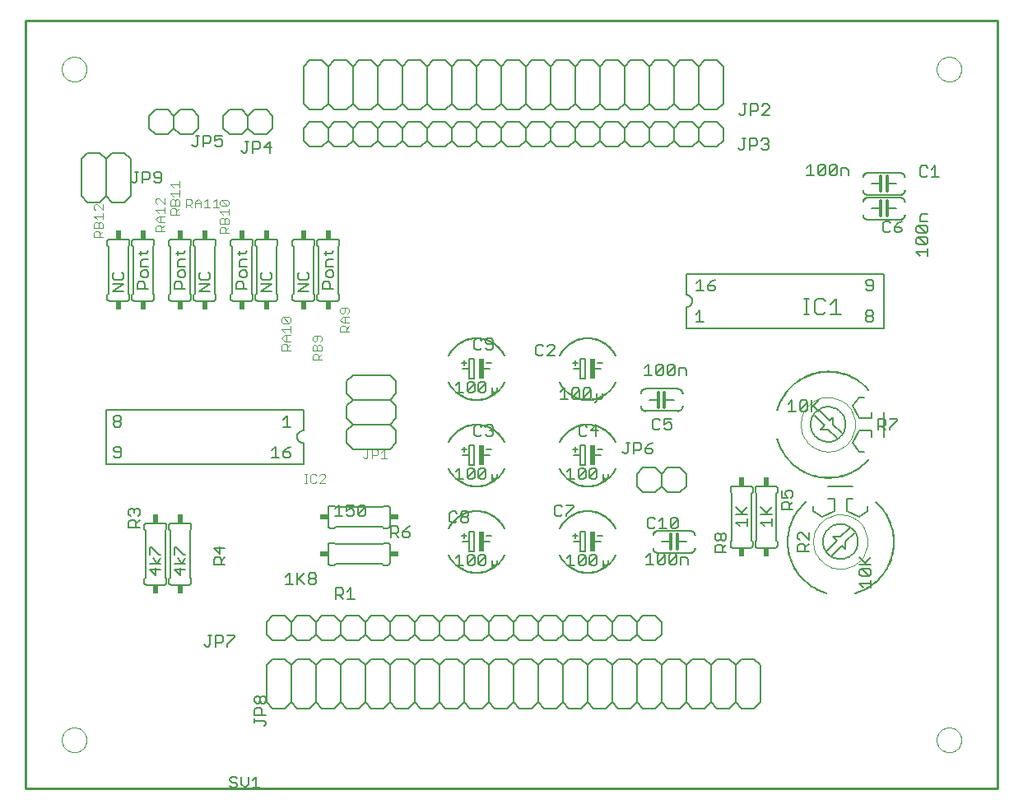
<source format=gbr>
G75*
G70*
%OFA0B0*%
%FSLAX24Y24*%
%IPPOS*%
%LPD*%
%AMOC8*
5,1,8,0,0,1.08239X$1,22.5*
%
%ADD10C,0.0100*%
%ADD11C,0.0000*%
%ADD12C,0.0050*%
%ADD13R,0.0240X0.0340*%
%ADD14C,0.0040*%
%ADD15C,0.0070*%
%ADD16C,0.0010*%
%ADD17R,0.0200X0.0800*%
%ADD18C,0.0120*%
%ADD19R,0.0340X0.0240*%
%ADD20C,0.0020*%
D10*
X000151Y002590D02*
X039521Y002590D01*
X039521Y033693D01*
X000151Y033693D01*
X000151Y002590D01*
D11*
X001620Y004559D02*
X001622Y004604D01*
X001628Y004650D01*
X001639Y004694D01*
X001653Y004737D01*
X001671Y004779D01*
X001693Y004819D01*
X001718Y004857D01*
X001747Y004892D01*
X001779Y004924D01*
X001813Y004954D01*
X001851Y004980D01*
X001890Y005003D01*
X001931Y005022D01*
X001974Y005037D01*
X002018Y005049D01*
X002063Y005056D01*
X002109Y005059D01*
X002154Y005058D01*
X002199Y005053D01*
X002244Y005043D01*
X002287Y005030D01*
X002330Y005013D01*
X002370Y004992D01*
X002408Y004967D01*
X002444Y004940D01*
X002478Y004909D01*
X002508Y004875D01*
X002535Y004838D01*
X002559Y004799D01*
X002579Y004758D01*
X002595Y004716D01*
X002607Y004672D01*
X002615Y004627D01*
X002619Y004582D01*
X002619Y004536D01*
X002615Y004491D01*
X002607Y004446D01*
X002595Y004402D01*
X002579Y004360D01*
X002559Y004319D01*
X002535Y004280D01*
X002508Y004243D01*
X002478Y004209D01*
X002444Y004178D01*
X002408Y004151D01*
X002370Y004126D01*
X002330Y004105D01*
X002287Y004088D01*
X002244Y004075D01*
X002199Y004065D01*
X002154Y004060D01*
X002109Y004059D01*
X002063Y004062D01*
X002018Y004069D01*
X001974Y004081D01*
X001931Y004096D01*
X001890Y004115D01*
X001851Y004138D01*
X001813Y004164D01*
X001779Y004194D01*
X001747Y004226D01*
X001718Y004261D01*
X001693Y004299D01*
X001671Y004339D01*
X001653Y004381D01*
X001639Y004424D01*
X001628Y004468D01*
X001622Y004514D01*
X001620Y004559D01*
X001620Y031724D02*
X001622Y031769D01*
X001628Y031815D01*
X001639Y031859D01*
X001653Y031902D01*
X001671Y031944D01*
X001693Y031984D01*
X001718Y032022D01*
X001747Y032057D01*
X001779Y032089D01*
X001813Y032119D01*
X001851Y032145D01*
X001890Y032168D01*
X001931Y032187D01*
X001974Y032202D01*
X002018Y032214D01*
X002063Y032221D01*
X002109Y032224D01*
X002154Y032223D01*
X002199Y032218D01*
X002244Y032208D01*
X002287Y032195D01*
X002330Y032178D01*
X002370Y032157D01*
X002408Y032132D01*
X002444Y032105D01*
X002478Y032074D01*
X002508Y032040D01*
X002535Y032003D01*
X002559Y031964D01*
X002579Y031923D01*
X002595Y031881D01*
X002607Y031837D01*
X002615Y031792D01*
X002619Y031747D01*
X002619Y031701D01*
X002615Y031656D01*
X002607Y031611D01*
X002595Y031567D01*
X002579Y031525D01*
X002559Y031484D01*
X002535Y031445D01*
X002508Y031408D01*
X002478Y031374D01*
X002444Y031343D01*
X002408Y031316D01*
X002370Y031291D01*
X002330Y031270D01*
X002287Y031253D01*
X002244Y031240D01*
X002199Y031230D01*
X002154Y031225D01*
X002109Y031224D01*
X002063Y031227D01*
X002018Y031234D01*
X001974Y031246D01*
X001931Y031261D01*
X001890Y031280D01*
X001851Y031303D01*
X001813Y031329D01*
X001779Y031359D01*
X001747Y031391D01*
X001718Y031426D01*
X001693Y031464D01*
X001671Y031504D01*
X001653Y031546D01*
X001639Y031589D01*
X001628Y031633D01*
X001622Y031679D01*
X001620Y031724D01*
X037053Y031724D02*
X037055Y031769D01*
X037061Y031815D01*
X037072Y031859D01*
X037086Y031902D01*
X037104Y031944D01*
X037126Y031984D01*
X037151Y032022D01*
X037180Y032057D01*
X037212Y032089D01*
X037246Y032119D01*
X037284Y032145D01*
X037323Y032168D01*
X037364Y032187D01*
X037407Y032202D01*
X037451Y032214D01*
X037496Y032221D01*
X037542Y032224D01*
X037587Y032223D01*
X037632Y032218D01*
X037677Y032208D01*
X037720Y032195D01*
X037763Y032178D01*
X037803Y032157D01*
X037841Y032132D01*
X037877Y032105D01*
X037911Y032074D01*
X037941Y032040D01*
X037968Y032003D01*
X037992Y031964D01*
X038012Y031923D01*
X038028Y031881D01*
X038040Y031837D01*
X038048Y031792D01*
X038052Y031747D01*
X038052Y031701D01*
X038048Y031656D01*
X038040Y031611D01*
X038028Y031567D01*
X038012Y031525D01*
X037992Y031484D01*
X037968Y031445D01*
X037941Y031408D01*
X037911Y031374D01*
X037877Y031343D01*
X037841Y031316D01*
X037803Y031291D01*
X037763Y031270D01*
X037720Y031253D01*
X037677Y031240D01*
X037632Y031230D01*
X037587Y031225D01*
X037542Y031224D01*
X037496Y031227D01*
X037451Y031234D01*
X037407Y031246D01*
X037364Y031261D01*
X037323Y031280D01*
X037284Y031303D01*
X037246Y031329D01*
X037212Y031359D01*
X037180Y031391D01*
X037151Y031426D01*
X037126Y031464D01*
X037104Y031504D01*
X037086Y031546D01*
X037072Y031589D01*
X037061Y031633D01*
X037055Y031679D01*
X037053Y031724D01*
X037053Y004559D02*
X037055Y004604D01*
X037061Y004650D01*
X037072Y004694D01*
X037086Y004737D01*
X037104Y004779D01*
X037126Y004819D01*
X037151Y004857D01*
X037180Y004892D01*
X037212Y004924D01*
X037246Y004954D01*
X037284Y004980D01*
X037323Y005003D01*
X037364Y005022D01*
X037407Y005037D01*
X037451Y005049D01*
X037496Y005056D01*
X037542Y005059D01*
X037587Y005058D01*
X037632Y005053D01*
X037677Y005043D01*
X037720Y005030D01*
X037763Y005013D01*
X037803Y004992D01*
X037841Y004967D01*
X037877Y004940D01*
X037911Y004909D01*
X037941Y004875D01*
X037968Y004838D01*
X037992Y004799D01*
X038012Y004758D01*
X038028Y004716D01*
X038040Y004672D01*
X038048Y004627D01*
X038052Y004582D01*
X038052Y004536D01*
X038048Y004491D01*
X038040Y004446D01*
X038028Y004402D01*
X038012Y004360D01*
X037992Y004319D01*
X037968Y004280D01*
X037941Y004243D01*
X037911Y004209D01*
X037877Y004178D01*
X037841Y004151D01*
X037803Y004126D01*
X037763Y004105D01*
X037720Y004088D01*
X037677Y004075D01*
X037632Y004065D01*
X037587Y004060D01*
X037542Y004059D01*
X037496Y004062D01*
X037451Y004069D01*
X037407Y004081D01*
X037364Y004096D01*
X037323Y004115D01*
X037284Y004138D01*
X037246Y004164D01*
X037212Y004194D01*
X037180Y004226D01*
X037151Y004261D01*
X037126Y004299D01*
X037104Y004339D01*
X037086Y004381D01*
X037072Y004424D01*
X037061Y004468D01*
X037055Y004514D01*
X037053Y004559D01*
D12*
X034376Y010734D02*
X034376Y011034D01*
X034376Y010884D02*
X033926Y010884D01*
X034076Y010734D01*
X034001Y011194D02*
X033926Y011269D01*
X033926Y011420D01*
X034001Y011495D01*
X034301Y011194D01*
X034376Y011269D01*
X034376Y011420D01*
X034301Y011495D01*
X034001Y011495D01*
X033926Y011655D02*
X034376Y011655D01*
X034226Y011655D02*
X033926Y011955D01*
X034151Y011730D02*
X034376Y011955D01*
X033351Y012290D02*
X033351Y012590D01*
X033701Y012940D01*
X033501Y013140D02*
X033151Y012790D01*
X032851Y012790D01*
X033001Y012640D01*
X032601Y012240D01*
X032801Y012040D02*
X033201Y012440D01*
X033351Y012290D01*
X032441Y012590D02*
X032444Y012655D01*
X032453Y012719D01*
X032467Y012782D01*
X032488Y012843D01*
X032513Y012902D01*
X032544Y012959D01*
X032580Y013013D01*
X032621Y013063D01*
X032666Y013109D01*
X032716Y013151D01*
X032768Y013188D01*
X032824Y013220D01*
X032883Y013247D01*
X032944Y013269D01*
X033007Y013285D01*
X033070Y013295D01*
X033135Y013300D01*
X033199Y013298D01*
X033264Y013291D01*
X033327Y013278D01*
X033389Y013259D01*
X033449Y013235D01*
X033506Y013205D01*
X033560Y013170D01*
X033611Y013130D01*
X033659Y013086D01*
X033702Y013038D01*
X033740Y012986D01*
X033774Y012931D01*
X033802Y012873D01*
X033825Y012812D01*
X033843Y012750D01*
X033854Y012687D01*
X033860Y012622D01*
X033860Y012558D01*
X033854Y012493D01*
X033843Y012430D01*
X033825Y012368D01*
X033802Y012307D01*
X033774Y012249D01*
X033740Y012194D01*
X033702Y012142D01*
X033659Y012094D01*
X033611Y012050D01*
X033560Y012010D01*
X033506Y011975D01*
X033449Y011945D01*
X033389Y011921D01*
X033327Y011902D01*
X033264Y011889D01*
X033199Y011882D01*
X033135Y011880D01*
X033070Y011885D01*
X033007Y011895D01*
X032944Y011911D01*
X032883Y011933D01*
X032824Y011960D01*
X032768Y011992D01*
X032716Y012029D01*
X032666Y012071D01*
X032621Y012117D01*
X032580Y012167D01*
X032544Y012221D01*
X032513Y012278D01*
X032488Y012337D01*
X032467Y012398D01*
X032453Y012461D01*
X032444Y012525D01*
X032441Y012590D01*
X031876Y012655D02*
X031576Y012955D01*
X031501Y012955D01*
X031426Y012880D01*
X031426Y012730D01*
X031501Y012655D01*
X031501Y012495D02*
X031651Y012495D01*
X031726Y012420D01*
X031726Y012194D01*
X031876Y012194D02*
X031426Y012194D01*
X031426Y012420D01*
X031501Y012495D01*
X031726Y012345D02*
X031876Y012495D01*
X031876Y012655D02*
X031876Y012955D01*
X032401Y013590D02*
X032051Y013840D01*
X032051Y014040D01*
X032401Y013590D02*
X032901Y013840D01*
X032901Y014340D01*
X032651Y014340D01*
X032651Y014840D02*
X033651Y014840D01*
X033651Y014340D02*
X033401Y014340D01*
X033401Y013840D01*
X033901Y013590D01*
X034251Y013840D01*
X034251Y014040D01*
X034101Y016240D02*
X033901Y016240D01*
X033651Y016590D01*
X033901Y017090D01*
X034401Y017090D01*
X034401Y016840D01*
X034676Y017115D02*
X034676Y017566D01*
X034901Y017566D01*
X034976Y017491D01*
X034976Y017340D01*
X034901Y017265D01*
X034676Y017265D01*
X034826Y017265D02*
X034976Y017115D01*
X035137Y017115D02*
X035137Y017190D01*
X035437Y017491D01*
X035437Y017566D01*
X035137Y017566D01*
X034901Y017840D02*
X034901Y016840D01*
X034401Y017590D02*
X033901Y017590D01*
X033651Y018090D01*
X033901Y018440D01*
X034101Y018440D01*
X034401Y017840D02*
X034401Y017590D01*
X033201Y016990D02*
X032851Y017340D01*
X032851Y017640D01*
X032701Y017490D01*
X032301Y017890D01*
X032266Y017865D02*
X032041Y018090D01*
X031966Y018015D02*
X032266Y018316D01*
X031966Y018316D02*
X031966Y017865D01*
X031806Y017940D02*
X031731Y017865D01*
X031580Y017865D01*
X031505Y017940D01*
X031806Y018241D01*
X031806Y017940D01*
X031806Y018241D02*
X031731Y018316D01*
X031580Y018316D01*
X031505Y018241D01*
X031505Y017940D01*
X031345Y017865D02*
X031045Y017865D01*
X031195Y017865D02*
X031195Y018316D01*
X031045Y018165D01*
X032101Y017690D02*
X032501Y017290D01*
X032351Y017140D01*
X032651Y017140D01*
X033001Y016790D01*
X031941Y017340D02*
X031944Y017405D01*
X031953Y017469D01*
X031967Y017532D01*
X031988Y017593D01*
X032013Y017652D01*
X032044Y017709D01*
X032080Y017763D01*
X032121Y017813D01*
X032166Y017859D01*
X032216Y017901D01*
X032268Y017938D01*
X032324Y017970D01*
X032383Y017997D01*
X032444Y018019D01*
X032507Y018035D01*
X032570Y018045D01*
X032635Y018050D01*
X032699Y018048D01*
X032764Y018041D01*
X032827Y018028D01*
X032889Y018009D01*
X032949Y017985D01*
X033006Y017955D01*
X033060Y017920D01*
X033111Y017880D01*
X033159Y017836D01*
X033202Y017788D01*
X033240Y017736D01*
X033274Y017681D01*
X033302Y017623D01*
X033325Y017562D01*
X033343Y017500D01*
X033354Y017437D01*
X033360Y017372D01*
X033360Y017308D01*
X033354Y017243D01*
X033343Y017180D01*
X033325Y017118D01*
X033302Y017057D01*
X033274Y016999D01*
X033240Y016944D01*
X033202Y016892D01*
X033159Y016844D01*
X033111Y016800D01*
X033060Y016760D01*
X033006Y016725D01*
X032949Y016695D01*
X032889Y016671D01*
X032827Y016652D01*
X032764Y016639D01*
X032699Y016632D01*
X032635Y016630D01*
X032570Y016635D01*
X032507Y016645D01*
X032444Y016661D01*
X032383Y016683D01*
X032324Y016710D01*
X032268Y016742D01*
X032216Y016779D01*
X032166Y016821D01*
X032121Y016867D01*
X032080Y016917D01*
X032044Y016971D01*
X032013Y017028D01*
X031988Y017087D01*
X031967Y017148D01*
X031953Y017211D01*
X031944Y017275D01*
X031941Y017340D01*
X030501Y014840D02*
X029801Y014840D01*
X029781Y014838D01*
X029763Y014832D01*
X029745Y014823D01*
X029730Y014811D01*
X029718Y014796D01*
X029709Y014778D01*
X029703Y014760D01*
X029701Y014740D01*
X029701Y014590D01*
X029751Y014540D01*
X029751Y012640D01*
X029701Y012590D01*
X029701Y012440D01*
X029601Y012440D02*
X029601Y012590D01*
X029551Y012640D01*
X029551Y014540D01*
X029601Y014590D01*
X029601Y014740D01*
X029599Y014760D01*
X029593Y014778D01*
X029584Y014796D01*
X029572Y014811D01*
X029557Y014823D01*
X029539Y014832D01*
X029521Y014838D01*
X029501Y014840D01*
X028801Y014840D01*
X028781Y014838D01*
X028763Y014832D01*
X028745Y014823D01*
X028730Y014811D01*
X028718Y014796D01*
X028709Y014778D01*
X028703Y014760D01*
X028701Y014740D01*
X028701Y014590D01*
X028751Y014540D01*
X028751Y012640D01*
X028701Y012590D01*
X028701Y012440D01*
X028703Y012420D01*
X028709Y012402D01*
X028718Y012384D01*
X028730Y012369D01*
X028745Y012357D01*
X028763Y012348D01*
X028781Y012342D01*
X028801Y012340D01*
X029501Y012340D01*
X029521Y012342D01*
X029539Y012348D01*
X029557Y012357D01*
X029572Y012369D01*
X029584Y012384D01*
X029593Y012402D01*
X029599Y012420D01*
X029601Y012440D01*
X029701Y012440D02*
X029703Y012420D01*
X029709Y012402D01*
X029718Y012384D01*
X029730Y012369D01*
X029745Y012357D01*
X029763Y012348D01*
X029781Y012342D01*
X029801Y012340D01*
X030501Y012340D01*
X030521Y012342D01*
X030539Y012348D01*
X030557Y012357D01*
X030572Y012369D01*
X030584Y012384D01*
X030593Y012402D01*
X030599Y012420D01*
X030601Y012440D01*
X030601Y012590D01*
X030551Y012640D01*
X030551Y014540D01*
X030601Y014590D01*
X030601Y014740D01*
X030599Y014760D01*
X030593Y014778D01*
X030584Y014796D01*
X030572Y014811D01*
X030557Y014823D01*
X030539Y014832D01*
X030521Y014838D01*
X030501Y014840D01*
X030776Y014655D02*
X030776Y014355D01*
X031001Y014355D01*
X030926Y014505D01*
X030926Y014580D01*
X031001Y014655D01*
X031151Y014655D01*
X031226Y014580D01*
X031226Y014430D01*
X031151Y014355D01*
X031226Y014195D02*
X031076Y014045D01*
X031076Y014120D02*
X031076Y013894D01*
X031226Y013894D02*
X030776Y013894D01*
X030776Y014120D01*
X030851Y014195D01*
X031001Y014195D01*
X031076Y014120D01*
X030376Y013986D02*
X030151Y013761D01*
X030226Y013686D02*
X029926Y013986D01*
X029926Y013686D02*
X030376Y013686D01*
X030376Y013525D02*
X030376Y013225D01*
X030376Y013375D02*
X029926Y013375D01*
X030076Y013225D01*
X029376Y013225D02*
X029376Y013525D01*
X029376Y013375D02*
X028926Y013375D01*
X029076Y013225D01*
X029226Y013686D02*
X028926Y013986D01*
X028926Y013686D02*
X029376Y013686D01*
X029151Y013761D02*
X029376Y013986D01*
X028451Y012926D02*
X028526Y012851D01*
X028526Y012701D01*
X028451Y012626D01*
X028376Y012626D01*
X028301Y012701D01*
X028301Y012851D01*
X028376Y012926D01*
X028451Y012926D01*
X028301Y012851D02*
X028226Y012926D01*
X028151Y012926D01*
X028076Y012851D01*
X028076Y012701D01*
X028151Y012626D01*
X028226Y012626D01*
X028301Y012701D01*
X028301Y012465D02*
X028151Y012465D01*
X028076Y012390D01*
X028076Y012165D01*
X028526Y012165D01*
X028376Y012165D02*
X028376Y012390D01*
X028301Y012465D01*
X028376Y012315D02*
X028526Y012465D01*
X027051Y012140D02*
X025751Y012140D01*
X025820Y012116D02*
X025745Y012041D01*
X025745Y011740D01*
X026045Y012041D01*
X026045Y011740D01*
X025970Y011665D01*
X025820Y011665D01*
X025745Y011740D01*
X025585Y011665D02*
X025285Y011665D01*
X025435Y011665D02*
X025435Y012116D01*
X025285Y011965D01*
X025820Y012116D02*
X025970Y012116D01*
X026045Y012041D01*
X026205Y012041D02*
X026205Y011740D01*
X026506Y012041D01*
X026506Y011740D01*
X026431Y011665D01*
X026280Y011665D01*
X026205Y011740D01*
X026205Y012041D02*
X026280Y012116D01*
X026431Y012116D01*
X026506Y012041D01*
X026666Y011965D02*
X026666Y011665D01*
X026966Y011665D02*
X026966Y011890D01*
X026891Y011965D01*
X026666Y011965D01*
X026531Y012590D02*
X026901Y012590D01*
X026281Y012590D02*
X025901Y012590D01*
X025751Y013040D02*
X027051Y013040D01*
X026566Y013190D02*
X026491Y013115D01*
X026341Y013115D01*
X026266Y013190D01*
X026566Y013491D01*
X026566Y013190D01*
X026266Y013190D02*
X026266Y013491D01*
X026341Y013566D01*
X026491Y013566D01*
X026566Y013491D01*
X026106Y013115D02*
X025805Y013115D01*
X025956Y013115D02*
X025956Y013566D01*
X025805Y013415D01*
X025645Y013491D02*
X025570Y013566D01*
X025420Y013566D01*
X025345Y013491D01*
X025345Y013190D01*
X025420Y013115D01*
X025570Y013115D01*
X025645Y013190D01*
X025651Y014590D02*
X025151Y014590D01*
X024901Y014840D01*
X024901Y015340D01*
X025151Y015590D01*
X025651Y015590D01*
X025901Y015340D01*
X026151Y015590D01*
X026651Y015590D01*
X026901Y015340D01*
X026901Y014840D01*
X026651Y014590D01*
X026151Y014590D01*
X025901Y014840D01*
X025651Y014590D01*
X025901Y014840D02*
X025901Y015340D01*
X025471Y016145D02*
X025321Y016145D01*
X025246Y016220D01*
X025246Y016370D01*
X025471Y016370D01*
X025546Y016295D01*
X025546Y016220D01*
X025471Y016145D01*
X025246Y016370D02*
X025396Y016521D01*
X025546Y016596D01*
X025086Y016521D02*
X025086Y016370D01*
X025011Y016295D01*
X024785Y016295D01*
X024785Y016145D02*
X024785Y016596D01*
X025011Y016596D01*
X025086Y016521D01*
X024625Y016596D02*
X024475Y016596D01*
X024550Y016596D02*
X024550Y016220D01*
X024475Y016145D01*
X024400Y016145D01*
X024325Y016220D01*
X023501Y016340D02*
X023301Y016340D01*
X023151Y016090D02*
X023451Y016090D01*
X023222Y015566D02*
X023297Y015491D01*
X022997Y015190D01*
X023072Y015115D01*
X023222Y015115D01*
X023297Y015190D01*
X023297Y015491D01*
X023222Y015566D02*
X023072Y015566D01*
X022997Y015491D01*
X022997Y015190D01*
X022837Y015190D02*
X022762Y015115D01*
X022612Y015115D01*
X022537Y015190D01*
X022837Y015491D01*
X022837Y015190D01*
X022537Y015190D02*
X022537Y015491D01*
X022612Y015566D01*
X022762Y015566D01*
X022837Y015491D01*
X022801Y015690D02*
X022601Y015690D01*
X022601Y016090D01*
X022601Y016490D01*
X022801Y016490D01*
X022801Y015690D01*
X022601Y016090D02*
X022351Y016090D01*
X022401Y016240D02*
X022401Y016440D01*
X022301Y016340D02*
X022501Y016340D01*
X022651Y016865D02*
X022576Y016940D01*
X022576Y017241D01*
X022651Y017316D01*
X022801Y017316D01*
X022876Y017241D01*
X023037Y017090D02*
X023337Y017090D01*
X023262Y016865D02*
X023262Y017316D01*
X023037Y017090D01*
X022876Y016940D02*
X022801Y016865D01*
X022651Y016865D01*
X022226Y015566D02*
X022076Y015415D01*
X022226Y015566D02*
X022226Y015115D01*
X022076Y015115D02*
X022376Y015115D01*
X022337Y014066D02*
X022037Y014066D01*
X021876Y013991D02*
X021801Y014066D01*
X021651Y014066D01*
X021576Y013991D01*
X021576Y013690D01*
X021651Y013615D01*
X021801Y013615D01*
X021876Y013690D01*
X022037Y013690D02*
X022037Y013615D01*
X022037Y013690D02*
X022337Y013991D01*
X022337Y014066D01*
X022601Y012990D02*
X022601Y012590D01*
X022601Y012190D01*
X022801Y012190D01*
X022801Y012990D01*
X022601Y012990D01*
X022501Y012840D02*
X022301Y012840D01*
X022401Y012740D02*
X022401Y012940D01*
X022351Y012590D02*
X022601Y012590D01*
X022612Y012066D02*
X022762Y012066D01*
X022837Y011991D01*
X022537Y011690D01*
X022612Y011615D01*
X022762Y011615D01*
X022837Y011690D01*
X022837Y011991D01*
X022997Y011991D02*
X023072Y012066D01*
X023222Y012066D01*
X023297Y011991D01*
X022997Y011690D01*
X023072Y011615D01*
X023222Y011615D01*
X023297Y011690D01*
X023297Y011991D01*
X023532Y011840D02*
X023532Y011690D01*
X023532Y011540D01*
X023457Y011465D01*
X023607Y011615D02*
X023682Y011615D01*
X023757Y011690D01*
X023757Y011840D01*
X023532Y011690D02*
X023607Y011615D01*
X022997Y011690D02*
X022997Y011991D01*
X022612Y012066D02*
X022537Y011991D01*
X022537Y011690D01*
X022376Y011615D02*
X022076Y011615D01*
X022226Y011615D02*
X022226Y012066D01*
X022076Y011915D01*
X023151Y012590D02*
X023451Y012590D01*
X023501Y012840D02*
X023301Y012840D01*
X023457Y014965D02*
X023532Y015040D01*
X023532Y015190D01*
X023607Y015115D01*
X023682Y015115D01*
X023757Y015190D01*
X023757Y015340D01*
X023532Y015340D02*
X023532Y015190D01*
X025555Y017190D02*
X025630Y017115D01*
X025781Y017115D01*
X025856Y017190D01*
X026016Y017190D02*
X026091Y017115D01*
X026241Y017115D01*
X026316Y017190D01*
X026316Y017340D01*
X026241Y017415D01*
X026166Y017415D01*
X026016Y017340D01*
X026016Y017566D01*
X026316Y017566D01*
X026551Y017890D02*
X025251Y017890D01*
X025401Y018340D02*
X025771Y018340D01*
X026021Y018340D02*
X026401Y018340D01*
X026551Y018790D02*
X025251Y018790D01*
X025226Y019315D02*
X025526Y019315D01*
X025376Y019315D02*
X025376Y019766D01*
X025226Y019615D01*
X025687Y019691D02*
X025687Y019390D01*
X025987Y019691D01*
X025987Y019390D01*
X025912Y019315D01*
X025762Y019315D01*
X025687Y019390D01*
X025687Y019691D02*
X025762Y019766D01*
X025912Y019766D01*
X025987Y019691D01*
X026147Y019691D02*
X026222Y019766D01*
X026372Y019766D01*
X026447Y019691D01*
X026147Y019390D01*
X026222Y019315D01*
X026372Y019315D01*
X026447Y019390D01*
X026447Y019691D01*
X026607Y019615D02*
X026607Y019315D01*
X026907Y019315D02*
X026907Y019540D01*
X026832Y019615D01*
X026607Y019615D01*
X026147Y019691D02*
X026147Y019390D01*
X025781Y017566D02*
X025630Y017566D01*
X025555Y017491D01*
X025555Y017190D01*
X025856Y017491D02*
X025781Y017566D01*
X023507Y018440D02*
X023432Y018365D01*
X023357Y018365D01*
X023282Y018440D01*
X023282Y018290D01*
X023207Y018215D01*
X023282Y018440D02*
X023282Y018590D01*
X023507Y018590D02*
X023507Y018440D01*
X023047Y018440D02*
X022972Y018365D01*
X022822Y018365D01*
X022747Y018440D01*
X023047Y018741D01*
X023047Y018440D01*
X022747Y018440D02*
X022747Y018741D01*
X022822Y018816D01*
X022972Y018816D01*
X023047Y018741D01*
X022587Y018741D02*
X022287Y018440D01*
X022362Y018365D01*
X022512Y018365D01*
X022587Y018440D01*
X022587Y018741D01*
X022512Y018816D01*
X022362Y018816D01*
X022287Y018741D01*
X022287Y018440D01*
X022126Y018365D02*
X021826Y018365D01*
X021976Y018365D02*
X021976Y018816D01*
X021826Y018665D01*
X022601Y019190D02*
X022801Y019190D01*
X022801Y019990D01*
X022601Y019990D01*
X022601Y019590D01*
X022601Y019190D01*
X022601Y019590D02*
X022351Y019590D01*
X022401Y019740D02*
X022401Y019940D01*
X022301Y019840D02*
X022501Y019840D01*
X023151Y019590D02*
X023451Y019590D01*
X023501Y019840D02*
X023301Y019840D01*
X021587Y020115D02*
X021287Y020115D01*
X021587Y020415D01*
X021587Y020491D01*
X021512Y020566D01*
X021362Y020566D01*
X021287Y020491D01*
X021126Y020491D02*
X021051Y020566D01*
X020901Y020566D01*
X020826Y020491D01*
X020826Y020190D01*
X020901Y020115D01*
X021051Y020115D01*
X021126Y020190D01*
X019087Y020440D02*
X019087Y020741D01*
X019012Y020816D01*
X018862Y020816D01*
X018787Y020741D01*
X018787Y020665D01*
X018862Y020590D01*
X019087Y020590D01*
X019087Y020440D02*
X019012Y020365D01*
X018862Y020365D01*
X018787Y020440D01*
X018626Y020440D02*
X018551Y020365D01*
X018401Y020365D01*
X018326Y020440D01*
X018326Y020741D01*
X018401Y020816D01*
X018551Y020816D01*
X018626Y020741D01*
X018301Y019990D02*
X018101Y019990D01*
X018101Y019590D01*
X018101Y019190D01*
X018301Y019190D01*
X018301Y019990D01*
X018001Y019840D02*
X017801Y019840D01*
X017901Y019740D02*
X017901Y019940D01*
X017851Y019590D02*
X018101Y019590D01*
X018112Y019066D02*
X018262Y019066D01*
X018337Y018991D01*
X018037Y018690D01*
X018112Y018615D01*
X018262Y018615D01*
X018337Y018690D01*
X018337Y018991D01*
X018497Y018991D02*
X018572Y019066D01*
X018722Y019066D01*
X018797Y018991D01*
X018497Y018690D01*
X018572Y018615D01*
X018722Y018615D01*
X018797Y018690D01*
X018797Y018991D01*
X019032Y018840D02*
X019032Y018690D01*
X019032Y018540D01*
X018957Y018465D01*
X019107Y018615D02*
X019032Y018690D01*
X019107Y018615D02*
X019182Y018615D01*
X019257Y018690D01*
X019257Y018840D01*
X018497Y018690D02*
X018497Y018991D01*
X018112Y019066D02*
X018037Y018991D01*
X018037Y018690D01*
X017876Y018615D02*
X017576Y018615D01*
X017726Y018615D02*
X017726Y019066D01*
X017576Y018915D01*
X018651Y019590D02*
X018951Y019590D01*
X019001Y019840D02*
X018801Y019840D01*
X018862Y017316D02*
X019012Y017316D01*
X019087Y017241D01*
X019087Y017165D01*
X019012Y017090D01*
X019087Y017015D01*
X019087Y016940D01*
X019012Y016865D01*
X018862Y016865D01*
X018787Y016940D01*
X018626Y016940D02*
X018551Y016865D01*
X018401Y016865D01*
X018326Y016940D01*
X018326Y017241D01*
X018401Y017316D01*
X018551Y017316D01*
X018626Y017241D01*
X018787Y017241D02*
X018862Y017316D01*
X018937Y017090D02*
X019012Y017090D01*
X018301Y016490D02*
X018101Y016490D01*
X018101Y016090D01*
X018101Y015690D01*
X018301Y015690D01*
X018301Y016490D01*
X018001Y016340D02*
X017801Y016340D01*
X017901Y016240D02*
X017901Y016440D01*
X017851Y016090D02*
X018101Y016090D01*
X018112Y015566D02*
X018262Y015566D01*
X018337Y015491D01*
X018037Y015190D01*
X018112Y015115D01*
X018262Y015115D01*
X018337Y015190D01*
X018337Y015491D01*
X018497Y015491D02*
X018572Y015566D01*
X018722Y015566D01*
X018797Y015491D01*
X018497Y015190D01*
X018572Y015115D01*
X018722Y015115D01*
X018797Y015190D01*
X018797Y015491D01*
X019032Y015340D02*
X019032Y015190D01*
X019032Y015040D01*
X018957Y014965D01*
X019107Y015115D02*
X019032Y015190D01*
X019107Y015115D02*
X019182Y015115D01*
X019257Y015190D01*
X019257Y015340D01*
X018497Y015190D02*
X018497Y015491D01*
X018112Y015566D02*
X018037Y015491D01*
X018037Y015190D01*
X017876Y015115D02*
X017576Y015115D01*
X017726Y015115D02*
X017726Y015566D01*
X017576Y015415D01*
X018651Y016090D02*
X018951Y016090D01*
X019001Y016340D02*
X018801Y016340D01*
X018012Y013816D02*
X018087Y013741D01*
X018087Y013665D01*
X018012Y013590D01*
X017862Y013590D01*
X017787Y013665D01*
X017787Y013741D01*
X017862Y013816D01*
X018012Y013816D01*
X018012Y013590D02*
X018087Y013515D01*
X018087Y013440D01*
X018012Y013365D01*
X017862Y013365D01*
X017787Y013440D01*
X017787Y013515D01*
X017862Y013590D01*
X017626Y013440D02*
X017551Y013365D01*
X017401Y013365D01*
X017326Y013440D01*
X017326Y013741D01*
X017401Y013816D01*
X017551Y013816D01*
X017626Y013741D01*
X018101Y012990D02*
X018101Y012590D01*
X018101Y012190D01*
X018301Y012190D01*
X018301Y012990D01*
X018101Y012990D01*
X018001Y012840D02*
X017801Y012840D01*
X017901Y012740D02*
X017901Y012940D01*
X017851Y012590D02*
X018101Y012590D01*
X018112Y012066D02*
X018262Y012066D01*
X018337Y011991D01*
X018037Y011690D01*
X018112Y011615D01*
X018262Y011615D01*
X018337Y011690D01*
X018337Y011991D01*
X018497Y011991D02*
X018572Y012066D01*
X018722Y012066D01*
X018797Y011991D01*
X018497Y011690D01*
X018572Y011615D01*
X018722Y011615D01*
X018797Y011690D01*
X018797Y011991D01*
X019032Y011840D02*
X019032Y011690D01*
X019032Y011540D01*
X018957Y011465D01*
X019107Y011615D02*
X019032Y011690D01*
X019107Y011615D02*
X019182Y011615D01*
X019257Y011690D01*
X019257Y011840D01*
X018497Y011690D02*
X018497Y011991D01*
X018112Y012066D02*
X018037Y011991D01*
X018037Y011690D01*
X017876Y011615D02*
X017576Y011615D01*
X017726Y011615D02*
X017726Y012066D01*
X017576Y011915D01*
X018651Y012590D02*
X018951Y012590D01*
X019001Y012840D02*
X018801Y012840D01*
X015716Y012840D02*
X015716Y012915D01*
X015641Y012990D01*
X015416Y012990D01*
X015416Y012840D01*
X015491Y012765D01*
X015641Y012765D01*
X015716Y012840D01*
X015416Y012990D02*
X015566Y013141D01*
X015716Y013216D01*
X015256Y013141D02*
X015256Y012990D01*
X015181Y012915D01*
X014955Y012915D01*
X014955Y012765D02*
X014955Y013216D01*
X015181Y013216D01*
X015256Y013141D01*
X015106Y012915D02*
X015256Y012765D01*
X014901Y012440D02*
X014901Y011740D01*
X014899Y011720D01*
X014893Y011702D01*
X014884Y011684D01*
X014872Y011669D01*
X014857Y011657D01*
X014839Y011648D01*
X014821Y011642D01*
X014801Y011640D01*
X014651Y011640D01*
X014601Y011690D01*
X012701Y011690D01*
X012651Y011640D01*
X012501Y011640D01*
X012481Y011642D01*
X012463Y011648D01*
X012445Y011657D01*
X012430Y011669D01*
X012418Y011684D01*
X012409Y011702D01*
X012403Y011720D01*
X012401Y011740D01*
X012401Y012440D01*
X012403Y012460D01*
X012409Y012478D01*
X012418Y012496D01*
X012430Y012511D01*
X012445Y012523D01*
X012463Y012532D01*
X012481Y012538D01*
X012501Y012540D01*
X012651Y012540D01*
X012701Y012490D01*
X014601Y012490D01*
X014651Y012540D01*
X014801Y012540D01*
X014821Y012538D01*
X014839Y012532D01*
X014857Y012523D01*
X014872Y012511D01*
X014884Y012496D01*
X014893Y012478D01*
X014899Y012460D01*
X014901Y012440D01*
X014801Y013140D02*
X014651Y013140D01*
X014601Y013190D01*
X012701Y013190D01*
X012651Y013140D01*
X012501Y013140D01*
X012481Y013142D01*
X012463Y013148D01*
X012445Y013157D01*
X012430Y013169D01*
X012418Y013184D01*
X012409Y013202D01*
X012403Y013220D01*
X012401Y013240D01*
X012401Y013940D01*
X012403Y013960D01*
X012409Y013978D01*
X012418Y013996D01*
X012430Y014011D01*
X012445Y014023D01*
X012463Y014032D01*
X012481Y014038D01*
X012501Y014040D01*
X012651Y014040D01*
X012701Y013990D01*
X014601Y013990D01*
X014651Y014040D01*
X014801Y014040D01*
X014821Y014038D01*
X014839Y014032D01*
X014857Y014023D01*
X014872Y014011D01*
X014884Y013996D01*
X014893Y013978D01*
X014899Y013960D01*
X014901Y013940D01*
X014901Y013240D01*
X014899Y013220D01*
X014893Y013202D01*
X014884Y013184D01*
X014872Y013169D01*
X014857Y013157D01*
X014839Y013148D01*
X014821Y013142D01*
X014801Y013140D01*
X013906Y013690D02*
X013831Y013615D01*
X013681Y013615D01*
X013606Y013690D01*
X013906Y013991D01*
X013906Y013690D01*
X013606Y013690D02*
X013606Y013991D01*
X013681Y014066D01*
X013831Y014066D01*
X013906Y013991D01*
X013446Y014066D02*
X013145Y014066D01*
X013145Y013840D01*
X013296Y013915D01*
X013371Y013915D01*
X013446Y013840D01*
X013446Y013690D01*
X013371Y013615D01*
X013220Y013615D01*
X013145Y013690D01*
X012985Y013615D02*
X012685Y013615D01*
X012835Y013615D02*
X012835Y014066D01*
X012685Y013915D01*
X011401Y015740D02*
X011401Y016590D01*
X011370Y016592D01*
X011339Y016598D01*
X011309Y016608D01*
X011281Y016621D01*
X011254Y016638D01*
X011230Y016658D01*
X011208Y016681D01*
X011190Y016706D01*
X011175Y016734D01*
X011163Y016763D01*
X011155Y016793D01*
X011151Y016824D01*
X011151Y016856D01*
X011155Y016887D01*
X011163Y016917D01*
X011175Y016946D01*
X011190Y016974D01*
X011208Y016999D01*
X011230Y017022D01*
X011254Y017042D01*
X011281Y017059D01*
X011309Y017072D01*
X011339Y017082D01*
X011370Y017088D01*
X011401Y017090D01*
X011401Y017940D01*
X003401Y017940D01*
X003401Y015740D01*
X011401Y015740D01*
X010876Y016060D02*
X010876Y016135D01*
X010801Y016210D01*
X010576Y016210D01*
X010576Y016060D01*
X010651Y015985D01*
X010801Y015985D01*
X010876Y016060D01*
X010576Y016210D02*
X010726Y016361D01*
X010876Y016436D01*
X010266Y016436D02*
X010266Y015985D01*
X010416Y015985D02*
X010115Y015985D01*
X010115Y016285D02*
X010266Y016436D01*
X010586Y017235D02*
X010886Y017235D01*
X010736Y017235D02*
X010736Y017686D01*
X010586Y017535D01*
X013151Y017590D02*
X013401Y017340D01*
X013151Y017090D01*
X013151Y016590D01*
X013401Y016340D01*
X014901Y016340D01*
X015151Y016590D01*
X015151Y017090D01*
X014901Y017340D01*
X013401Y017340D01*
X013151Y017590D02*
X013151Y018090D01*
X013401Y018340D01*
X014901Y018340D01*
X015151Y018090D01*
X015151Y017590D01*
X014901Y017340D01*
X014901Y018340D02*
X015151Y018590D01*
X015151Y019090D01*
X014901Y019340D01*
X013401Y019340D01*
X013151Y019090D01*
X013151Y018590D01*
X013401Y018340D01*
X012751Y022340D02*
X012051Y022340D01*
X012031Y022342D01*
X012013Y022348D01*
X011995Y022357D01*
X011980Y022369D01*
X011968Y022384D01*
X011959Y022402D01*
X011953Y022420D01*
X011951Y022440D01*
X011951Y022590D01*
X012001Y022640D01*
X012001Y024540D01*
X011951Y024590D01*
X011951Y024740D01*
X011851Y024740D02*
X011851Y024590D01*
X011801Y024540D01*
X011801Y022640D01*
X011851Y022590D01*
X011851Y022440D01*
X011849Y022420D01*
X011843Y022402D01*
X011834Y022384D01*
X011822Y022369D01*
X011807Y022357D01*
X011789Y022348D01*
X011771Y022342D01*
X011751Y022340D01*
X011051Y022340D01*
X011031Y022342D01*
X011013Y022348D01*
X010995Y022357D01*
X010980Y022369D01*
X010968Y022384D01*
X010959Y022402D01*
X010953Y022420D01*
X010951Y022440D01*
X010951Y022590D01*
X011001Y022640D01*
X011001Y024540D01*
X010951Y024590D01*
X010951Y024740D01*
X010953Y024760D01*
X010959Y024778D01*
X010968Y024796D01*
X010980Y024811D01*
X010995Y024823D01*
X011013Y024832D01*
X011031Y024838D01*
X011051Y024840D01*
X011751Y024840D01*
X011771Y024838D01*
X011789Y024832D01*
X011807Y024823D01*
X011822Y024811D01*
X011834Y024796D01*
X011843Y024778D01*
X011849Y024760D01*
X011851Y024740D01*
X011951Y024740D02*
X011953Y024760D01*
X011959Y024778D01*
X011968Y024796D01*
X011980Y024811D01*
X011995Y024823D01*
X012013Y024832D01*
X012031Y024838D01*
X012051Y024840D01*
X012751Y024840D01*
X012771Y024838D01*
X012789Y024832D01*
X012807Y024823D01*
X012822Y024811D01*
X012834Y024796D01*
X012843Y024778D01*
X012849Y024760D01*
X012851Y024740D01*
X012851Y024590D01*
X012801Y024540D01*
X012801Y022640D01*
X012851Y022590D01*
X012851Y022440D01*
X012849Y022420D01*
X012843Y022402D01*
X012834Y022384D01*
X012822Y022369D01*
X012807Y022357D01*
X012789Y022348D01*
X012771Y022342D01*
X012751Y022340D01*
X012626Y022817D02*
X012176Y022817D01*
X012176Y023042D01*
X012251Y023117D01*
X012401Y023117D01*
X012476Y023042D01*
X012476Y022817D01*
X012401Y023278D02*
X012551Y023278D01*
X012626Y023353D01*
X012626Y023503D01*
X012551Y023578D01*
X012401Y023578D01*
X012326Y023503D01*
X012326Y023353D01*
X012401Y023278D01*
X012326Y023738D02*
X012326Y023963D01*
X012401Y024038D01*
X012626Y024038D01*
X012551Y024273D02*
X012251Y024273D01*
X012326Y024198D02*
X012326Y024348D01*
X012551Y024273D02*
X012626Y024348D01*
X012626Y023738D02*
X012326Y023738D01*
X011626Y023411D02*
X011551Y023486D01*
X011626Y023411D02*
X011626Y023261D01*
X011551Y023186D01*
X011251Y023186D01*
X011176Y023261D01*
X011176Y023411D01*
X011251Y023486D01*
X011176Y023025D02*
X011626Y023025D01*
X011176Y022725D01*
X011626Y022725D01*
X010351Y022590D02*
X010351Y022440D01*
X010349Y022420D01*
X010343Y022402D01*
X010334Y022384D01*
X010322Y022369D01*
X010307Y022357D01*
X010289Y022348D01*
X010271Y022342D01*
X010251Y022340D01*
X009551Y022340D01*
X009531Y022342D01*
X009513Y022348D01*
X009495Y022357D01*
X009480Y022369D01*
X009468Y022384D01*
X009459Y022402D01*
X009453Y022420D01*
X009451Y022440D01*
X009451Y022590D01*
X009501Y022640D01*
X009501Y024540D01*
X009451Y024590D01*
X009451Y024740D01*
X009351Y024740D02*
X009351Y024590D01*
X009301Y024540D01*
X009301Y022640D01*
X009351Y022590D01*
X009351Y022440D01*
X009349Y022420D01*
X009343Y022402D01*
X009334Y022384D01*
X009322Y022369D01*
X009307Y022357D01*
X009289Y022348D01*
X009271Y022342D01*
X009251Y022340D01*
X008551Y022340D01*
X008531Y022342D01*
X008513Y022348D01*
X008495Y022357D01*
X008480Y022369D01*
X008468Y022384D01*
X008459Y022402D01*
X008453Y022420D01*
X008451Y022440D01*
X008451Y022590D01*
X008501Y022640D01*
X008501Y024540D01*
X008451Y024590D01*
X008451Y024740D01*
X008453Y024760D01*
X008459Y024778D01*
X008468Y024796D01*
X008480Y024811D01*
X008495Y024823D01*
X008513Y024832D01*
X008531Y024838D01*
X008551Y024840D01*
X009251Y024840D01*
X009271Y024838D01*
X009289Y024832D01*
X009307Y024823D01*
X009322Y024811D01*
X009334Y024796D01*
X009343Y024778D01*
X009349Y024760D01*
X009351Y024740D01*
X009451Y024740D02*
X009453Y024760D01*
X009459Y024778D01*
X009468Y024796D01*
X009480Y024811D01*
X009495Y024823D01*
X009513Y024832D01*
X009531Y024838D01*
X009551Y024840D01*
X010251Y024840D01*
X010271Y024838D01*
X010289Y024832D01*
X010307Y024823D01*
X010322Y024811D01*
X010334Y024796D01*
X010343Y024778D01*
X010349Y024760D01*
X010351Y024740D01*
X010351Y024590D01*
X010301Y024540D01*
X010301Y022640D01*
X010351Y022590D01*
X010126Y022725D02*
X009676Y022725D01*
X010126Y023025D01*
X009676Y023025D01*
X009751Y023186D02*
X010051Y023186D01*
X010126Y023261D01*
X010126Y023411D01*
X010051Y023486D01*
X009751Y023486D02*
X009676Y023411D01*
X009676Y023261D01*
X009751Y023186D01*
X009126Y023353D02*
X009051Y023278D01*
X008901Y023278D01*
X008826Y023353D01*
X008826Y023503D01*
X008901Y023578D01*
X009051Y023578D01*
X009126Y023503D01*
X009126Y023353D01*
X008901Y023117D02*
X008976Y023042D01*
X008976Y022817D01*
X009126Y022817D02*
X008676Y022817D01*
X008676Y023042D01*
X008751Y023117D01*
X008901Y023117D01*
X008826Y023738D02*
X008826Y023963D01*
X008901Y024038D01*
X009126Y024038D01*
X009051Y024273D02*
X009126Y024348D01*
X009051Y024273D02*
X008751Y024273D01*
X008826Y024198D02*
X008826Y024348D01*
X008826Y023738D02*
X009126Y023738D01*
X007851Y024590D02*
X007801Y024540D01*
X007801Y022640D01*
X007851Y022590D01*
X007851Y022440D01*
X007849Y022420D01*
X007843Y022402D01*
X007834Y022384D01*
X007822Y022369D01*
X007807Y022357D01*
X007789Y022348D01*
X007771Y022342D01*
X007751Y022340D01*
X007051Y022340D01*
X007031Y022342D01*
X007013Y022348D01*
X006995Y022357D01*
X006980Y022369D01*
X006968Y022384D01*
X006959Y022402D01*
X006953Y022420D01*
X006951Y022440D01*
X006951Y022590D01*
X007001Y022640D01*
X007001Y024540D01*
X006951Y024590D01*
X006951Y024740D01*
X006851Y024740D02*
X006851Y024590D01*
X006801Y024540D01*
X006801Y022640D01*
X006851Y022590D01*
X006851Y022440D01*
X006849Y022420D01*
X006843Y022402D01*
X006834Y022384D01*
X006822Y022369D01*
X006807Y022357D01*
X006789Y022348D01*
X006771Y022342D01*
X006751Y022340D01*
X006051Y022340D01*
X006031Y022342D01*
X006013Y022348D01*
X005995Y022357D01*
X005980Y022369D01*
X005968Y022384D01*
X005959Y022402D01*
X005953Y022420D01*
X005951Y022440D01*
X005951Y022590D01*
X006001Y022640D01*
X006001Y024540D01*
X005951Y024590D01*
X005951Y024740D01*
X005953Y024760D01*
X005959Y024778D01*
X005968Y024796D01*
X005980Y024811D01*
X005995Y024823D01*
X006013Y024832D01*
X006031Y024838D01*
X006051Y024840D01*
X006751Y024840D01*
X006771Y024838D01*
X006789Y024832D01*
X006807Y024823D01*
X006822Y024811D01*
X006834Y024796D01*
X006843Y024778D01*
X006849Y024760D01*
X006851Y024740D01*
X006951Y024740D02*
X006953Y024760D01*
X006959Y024778D01*
X006968Y024796D01*
X006980Y024811D01*
X006995Y024823D01*
X007013Y024832D01*
X007031Y024838D01*
X007051Y024840D01*
X007751Y024840D01*
X007771Y024838D01*
X007789Y024832D01*
X007807Y024823D01*
X007822Y024811D01*
X007834Y024796D01*
X007843Y024778D01*
X007849Y024760D01*
X007851Y024740D01*
X007851Y024590D01*
X006626Y024348D02*
X006551Y024273D01*
X006251Y024273D01*
X006326Y024198D02*
X006326Y024348D01*
X006401Y024038D02*
X006326Y023963D01*
X006326Y023738D01*
X006626Y023738D01*
X006551Y023578D02*
X006401Y023578D01*
X006326Y023503D01*
X006326Y023353D01*
X006401Y023278D01*
X006551Y023278D01*
X006626Y023353D01*
X006626Y023503D01*
X006551Y023578D01*
X006626Y024038D02*
X006401Y024038D01*
X007176Y023411D02*
X007176Y023261D01*
X007251Y023186D01*
X007551Y023186D01*
X007626Y023261D01*
X007626Y023411D01*
X007551Y023486D01*
X007251Y023486D02*
X007176Y023411D01*
X007176Y023025D02*
X007626Y023025D01*
X007176Y022725D01*
X007626Y022725D01*
X006626Y022817D02*
X006176Y022817D01*
X006176Y023042D01*
X006251Y023117D01*
X006401Y023117D01*
X006476Y023042D01*
X006476Y022817D01*
X005351Y022590D02*
X005351Y022440D01*
X005349Y022420D01*
X005343Y022402D01*
X005334Y022384D01*
X005322Y022369D01*
X005307Y022357D01*
X005289Y022348D01*
X005271Y022342D01*
X005251Y022340D01*
X004551Y022340D01*
X004531Y022342D01*
X004513Y022348D01*
X004495Y022357D01*
X004480Y022369D01*
X004468Y022384D01*
X004459Y022402D01*
X004453Y022420D01*
X004451Y022440D01*
X004451Y022590D01*
X004501Y022640D01*
X004501Y024540D01*
X004451Y024590D01*
X004451Y024740D01*
X004351Y024740D02*
X004351Y024590D01*
X004301Y024540D01*
X004301Y022640D01*
X004351Y022590D01*
X004351Y022440D01*
X004349Y022420D01*
X004343Y022402D01*
X004334Y022384D01*
X004322Y022369D01*
X004307Y022357D01*
X004289Y022348D01*
X004271Y022342D01*
X004251Y022340D01*
X003551Y022340D01*
X003531Y022342D01*
X003513Y022348D01*
X003495Y022357D01*
X003480Y022369D01*
X003468Y022384D01*
X003459Y022402D01*
X003453Y022420D01*
X003451Y022440D01*
X003451Y022590D01*
X003501Y022640D01*
X003501Y024540D01*
X003451Y024590D01*
X003451Y024740D01*
X003453Y024760D01*
X003459Y024778D01*
X003468Y024796D01*
X003480Y024811D01*
X003495Y024823D01*
X003513Y024832D01*
X003531Y024838D01*
X003551Y024840D01*
X004251Y024840D01*
X004271Y024838D01*
X004289Y024832D01*
X004307Y024823D01*
X004322Y024811D01*
X004334Y024796D01*
X004343Y024778D01*
X004349Y024760D01*
X004351Y024740D01*
X004451Y024740D02*
X004453Y024760D01*
X004459Y024778D01*
X004468Y024796D01*
X004480Y024811D01*
X004495Y024823D01*
X004513Y024832D01*
X004531Y024838D01*
X004551Y024840D01*
X005251Y024840D01*
X005271Y024838D01*
X005289Y024832D01*
X005307Y024823D01*
X005322Y024811D01*
X005334Y024796D01*
X005343Y024778D01*
X005349Y024760D01*
X005351Y024740D01*
X005351Y024590D01*
X005301Y024540D01*
X005301Y022640D01*
X005351Y022590D01*
X005126Y022817D02*
X004676Y022817D01*
X004676Y023042D01*
X004751Y023117D01*
X004901Y023117D01*
X004976Y023042D01*
X004976Y022817D01*
X004901Y023278D02*
X005051Y023278D01*
X005126Y023353D01*
X005126Y023503D01*
X005051Y023578D01*
X004901Y023578D01*
X004826Y023503D01*
X004826Y023353D01*
X004901Y023278D01*
X004826Y023738D02*
X004826Y023963D01*
X004901Y024038D01*
X005126Y024038D01*
X005051Y024273D02*
X004751Y024273D01*
X004826Y024198D02*
X004826Y024348D01*
X005051Y024273D02*
X005126Y024348D01*
X005126Y023738D02*
X004826Y023738D01*
X004126Y023411D02*
X004051Y023486D01*
X004126Y023411D02*
X004126Y023261D01*
X004051Y023186D01*
X003751Y023186D01*
X003676Y023261D01*
X003676Y023411D01*
X003751Y023486D01*
X003676Y023025D02*
X004126Y023025D01*
X003676Y022725D01*
X004126Y022725D01*
X004151Y026340D02*
X003651Y026340D01*
X003401Y026590D01*
X003401Y028090D01*
X003651Y028340D01*
X004151Y028340D01*
X004401Y028090D01*
X004401Y026590D01*
X004151Y026340D01*
X003401Y026590D02*
X003151Y026340D01*
X002651Y026340D01*
X002401Y026590D01*
X002401Y028090D01*
X002651Y028340D01*
X003151Y028340D01*
X003401Y028090D01*
X004576Y027566D02*
X004726Y027566D01*
X004651Y027566D02*
X004651Y027190D01*
X004576Y027115D01*
X004501Y027115D01*
X004426Y027190D01*
X004887Y027115D02*
X004887Y027566D01*
X005112Y027566D01*
X005187Y027491D01*
X005187Y027340D01*
X005112Y027265D01*
X004887Y027265D01*
X005347Y027190D02*
X005422Y027115D01*
X005572Y027115D01*
X005647Y027190D01*
X005647Y027491D01*
X005572Y027566D01*
X005422Y027566D01*
X005347Y027491D01*
X005347Y027415D01*
X005422Y027340D01*
X005647Y027340D01*
X006896Y028660D02*
X006971Y028585D01*
X007046Y028585D01*
X007121Y028660D01*
X007121Y029036D01*
X007046Y029036D02*
X007196Y029036D01*
X007357Y029036D02*
X007582Y029036D01*
X007657Y028961D01*
X007657Y028810D01*
X007582Y028735D01*
X007357Y028735D01*
X007357Y028585D02*
X007357Y029036D01*
X007151Y029340D02*
X006901Y029090D01*
X006401Y029090D01*
X006151Y029340D01*
X005901Y029090D01*
X005401Y029090D01*
X005151Y029340D01*
X005151Y029840D01*
X005401Y030090D01*
X005901Y030090D01*
X006151Y029840D01*
X006401Y030090D01*
X006901Y030090D01*
X007151Y029840D01*
X007151Y029340D01*
X007817Y029036D02*
X007817Y028810D01*
X007967Y028885D01*
X008042Y028885D01*
X008117Y028810D01*
X008117Y028660D01*
X008042Y028585D01*
X007892Y028585D01*
X007817Y028660D01*
X007817Y029036D02*
X008117Y029036D01*
X008401Y029090D02*
X008151Y029340D01*
X008151Y029840D01*
X008401Y030090D01*
X008901Y030090D01*
X009151Y029840D01*
X009401Y030090D01*
X009901Y030090D01*
X010151Y029840D01*
X010151Y029340D01*
X009901Y029090D01*
X009401Y029090D01*
X009151Y029340D01*
X008901Y029090D01*
X008401Y029090D01*
X009046Y028786D02*
X009196Y028786D01*
X009121Y028786D02*
X009121Y028410D01*
X009046Y028335D01*
X008971Y028335D01*
X008896Y028410D01*
X009357Y028335D02*
X009357Y028786D01*
X009582Y028786D01*
X009657Y028711D01*
X009657Y028560D01*
X009582Y028485D01*
X009357Y028485D01*
X009817Y028560D02*
X010117Y028560D01*
X010042Y028335D02*
X010042Y028786D01*
X009817Y028560D01*
X009151Y029340D02*
X009151Y029840D01*
X011401Y029340D02*
X011401Y028840D01*
X011651Y028590D01*
X012151Y028590D01*
X012401Y028840D01*
X012401Y029340D01*
X012151Y029590D01*
X011651Y029590D01*
X011401Y029340D01*
X011651Y030090D02*
X011401Y030340D01*
X011401Y031840D01*
X011651Y032090D01*
X012151Y032090D01*
X012401Y031840D01*
X012401Y030340D01*
X012151Y030090D01*
X011651Y030090D01*
X012401Y030340D02*
X012651Y030090D01*
X013151Y030090D01*
X013401Y030340D01*
X013401Y031840D01*
X013651Y032090D01*
X014151Y032090D01*
X014401Y031840D01*
X014401Y030340D01*
X014151Y030090D01*
X013651Y030090D01*
X013401Y030340D01*
X013151Y029590D02*
X012651Y029590D01*
X012401Y029340D01*
X012401Y028840D02*
X012651Y028590D01*
X013151Y028590D01*
X013401Y028840D01*
X013401Y029340D01*
X013151Y029590D01*
X013401Y029340D02*
X013651Y029590D01*
X014151Y029590D01*
X014401Y029340D01*
X014651Y029590D01*
X015151Y029590D01*
X015401Y029340D01*
X015651Y029590D01*
X016151Y029590D01*
X016401Y029340D01*
X016651Y029590D01*
X017151Y029590D01*
X017401Y029340D01*
X017651Y029590D01*
X018151Y029590D01*
X018401Y029340D01*
X018651Y029590D01*
X019151Y029590D01*
X019401Y029340D01*
X019651Y029590D01*
X020151Y029590D01*
X020401Y029340D01*
X020651Y029590D01*
X021151Y029590D01*
X021401Y029340D01*
X021651Y029590D01*
X022151Y029590D01*
X022401Y029340D01*
X022651Y029590D01*
X023151Y029590D01*
X023401Y029340D01*
X023651Y029590D01*
X024151Y029590D01*
X024401Y029340D01*
X024651Y029590D01*
X025151Y029590D01*
X025401Y029340D01*
X025651Y029590D01*
X026151Y029590D01*
X026401Y029340D01*
X026651Y029590D01*
X027151Y029590D01*
X027401Y029340D01*
X027651Y029590D01*
X028151Y029590D01*
X028401Y029340D01*
X028401Y028840D01*
X028151Y028590D01*
X027651Y028590D01*
X027401Y028840D01*
X027151Y028590D01*
X026651Y028590D01*
X026401Y028840D01*
X026401Y029340D01*
X026401Y028840D02*
X026151Y028590D01*
X025651Y028590D01*
X025401Y028840D01*
X025151Y028590D01*
X024651Y028590D01*
X024401Y028840D01*
X024151Y028590D01*
X023651Y028590D01*
X023401Y028840D01*
X023401Y029340D01*
X023401Y028840D02*
X023151Y028590D01*
X022651Y028590D01*
X022401Y028840D01*
X022151Y028590D01*
X021651Y028590D01*
X021401Y028840D01*
X021151Y028590D01*
X020651Y028590D01*
X020401Y028840D01*
X020401Y029340D01*
X020401Y028840D02*
X020151Y028590D01*
X019651Y028590D01*
X019401Y028840D01*
X019151Y028590D01*
X018651Y028590D01*
X018401Y028840D01*
X018151Y028590D01*
X017651Y028590D01*
X017401Y028840D01*
X017401Y029340D01*
X017401Y028840D02*
X017151Y028590D01*
X016651Y028590D01*
X016401Y028840D01*
X016151Y028590D01*
X015651Y028590D01*
X015401Y028840D01*
X015151Y028590D01*
X014651Y028590D01*
X014401Y028840D01*
X014401Y029340D01*
X014401Y028840D02*
X014151Y028590D01*
X013651Y028590D01*
X013401Y028840D01*
X014651Y030090D02*
X014401Y030340D01*
X014651Y030090D02*
X015151Y030090D01*
X015401Y030340D01*
X015401Y031840D01*
X015651Y032090D01*
X016151Y032090D01*
X016401Y031840D01*
X016401Y030340D01*
X016151Y030090D01*
X015651Y030090D01*
X015401Y030340D01*
X015401Y029340D02*
X015401Y028840D01*
X016401Y028840D02*
X016401Y029340D01*
X016651Y030090D02*
X016401Y030340D01*
X016651Y030090D02*
X017151Y030090D01*
X017401Y030340D01*
X017401Y031840D01*
X017651Y032090D01*
X018151Y032090D01*
X018401Y031840D01*
X018401Y030340D01*
X018151Y030090D01*
X017651Y030090D01*
X017401Y030340D01*
X018401Y030340D02*
X018651Y030090D01*
X019151Y030090D01*
X019401Y030340D01*
X019401Y031840D01*
X019651Y032090D01*
X020151Y032090D01*
X020401Y031840D01*
X020401Y030340D01*
X020151Y030090D01*
X019651Y030090D01*
X019401Y030340D01*
X019401Y029340D02*
X019401Y028840D01*
X018401Y028840D02*
X018401Y029340D01*
X020401Y030340D02*
X020651Y030090D01*
X021151Y030090D01*
X021401Y030340D01*
X021401Y031840D01*
X021651Y032090D01*
X022151Y032090D01*
X022401Y031840D01*
X022401Y030340D01*
X022151Y030090D01*
X021651Y030090D01*
X021401Y030340D01*
X021401Y029340D02*
X021401Y028840D01*
X022401Y028840D02*
X022401Y029340D01*
X022651Y030090D02*
X022401Y030340D01*
X022651Y030090D02*
X023151Y030090D01*
X023401Y030340D01*
X023401Y031840D01*
X023151Y032090D01*
X022651Y032090D01*
X022401Y031840D01*
X023401Y031840D02*
X023651Y032090D01*
X024151Y032090D01*
X024401Y031840D01*
X024401Y030340D01*
X024151Y030090D01*
X023651Y030090D01*
X023401Y030340D01*
X024401Y030340D02*
X024651Y030090D01*
X025151Y030090D01*
X025401Y030340D01*
X025401Y031840D01*
X025151Y032090D01*
X024651Y032090D01*
X024401Y031840D01*
X025401Y031840D02*
X025651Y032090D01*
X026151Y032090D01*
X026401Y031840D01*
X026401Y030340D01*
X026151Y030090D01*
X025651Y030090D01*
X025401Y030340D01*
X025401Y029340D02*
X025401Y028840D01*
X024401Y028840D02*
X024401Y029340D01*
X026401Y030340D02*
X026651Y030090D01*
X027151Y030090D01*
X027401Y030340D01*
X027401Y031840D01*
X027151Y032090D01*
X026651Y032090D01*
X026401Y031840D01*
X027401Y031840D02*
X027651Y032090D01*
X028151Y032090D01*
X028401Y031840D01*
X028401Y030340D01*
X028151Y030090D01*
X027651Y030090D01*
X027401Y030340D01*
X027401Y029340D02*
X027401Y028840D01*
X029021Y028535D02*
X029096Y028460D01*
X029171Y028460D01*
X029246Y028535D01*
X029246Y028911D01*
X029171Y028911D02*
X029321Y028911D01*
X029482Y028911D02*
X029482Y028460D01*
X029482Y028610D02*
X029707Y028610D01*
X029782Y028685D01*
X029782Y028836D01*
X029707Y028911D01*
X029482Y028911D01*
X029942Y028836D02*
X030017Y028911D01*
X030167Y028911D01*
X030242Y028836D01*
X030242Y028760D01*
X030167Y028685D01*
X030242Y028610D01*
X030242Y028535D01*
X030167Y028460D01*
X030017Y028460D01*
X029942Y028535D01*
X030092Y028685D02*
X030167Y028685D01*
X030272Y029865D02*
X029972Y029865D01*
X030272Y030165D01*
X030272Y030241D01*
X030197Y030316D01*
X030047Y030316D01*
X029972Y030241D01*
X029812Y030241D02*
X029812Y030090D01*
X029737Y030015D01*
X029512Y030015D01*
X029512Y029865D02*
X029512Y030316D01*
X029737Y030316D01*
X029812Y030241D01*
X029351Y030316D02*
X029201Y030316D01*
X029276Y030316D02*
X029276Y029940D01*
X029201Y029865D01*
X029126Y029865D01*
X029051Y029940D01*
X031785Y027715D02*
X031935Y027866D01*
X031935Y027415D01*
X031785Y027415D02*
X032085Y027415D01*
X032245Y027490D02*
X032245Y027791D01*
X032320Y027866D01*
X032470Y027866D01*
X032545Y027791D01*
X032245Y027490D01*
X032320Y027415D01*
X032470Y027415D01*
X032545Y027490D01*
X032545Y027791D01*
X032705Y027791D02*
X032780Y027866D01*
X032931Y027866D01*
X033006Y027791D01*
X032705Y027490D01*
X032780Y027415D01*
X032931Y027415D01*
X033006Y027490D01*
X033006Y027791D01*
X033166Y027715D02*
X033391Y027715D01*
X033466Y027640D01*
X033466Y027415D01*
X033166Y027415D02*
X033166Y027715D01*
X032705Y027791D02*
X032705Y027490D01*
X034251Y027540D02*
X035551Y027540D01*
X035401Y027090D02*
X035031Y027090D01*
X034781Y027090D02*
X034401Y027090D01*
X034251Y026640D02*
X035551Y026640D01*
X035551Y026540D02*
X034251Y026540D01*
X034401Y026090D02*
X034781Y026090D01*
X035031Y026090D02*
X035401Y026090D01*
X035551Y025640D02*
X034251Y025640D01*
X034876Y025491D02*
X034876Y025190D01*
X034951Y025115D01*
X035101Y025115D01*
X035176Y025190D01*
X035337Y025190D02*
X035337Y025340D01*
X035562Y025340D01*
X035637Y025265D01*
X035637Y025190D01*
X035562Y025115D01*
X035412Y025115D01*
X035337Y025190D01*
X035337Y025340D02*
X035487Y025491D01*
X035637Y025566D01*
X035176Y025491D02*
X035101Y025566D01*
X034951Y025566D01*
X034876Y025491D01*
X036226Y025311D02*
X036226Y025161D01*
X036301Y025086D01*
X036601Y025086D01*
X036301Y025386D01*
X036601Y025386D01*
X036676Y025311D01*
X036676Y025161D01*
X036601Y025086D01*
X036601Y024926D02*
X036676Y024851D01*
X036676Y024701D01*
X036601Y024626D01*
X036301Y024926D01*
X036601Y024926D01*
X036301Y024926D02*
X036226Y024851D01*
X036226Y024701D01*
X036301Y024626D01*
X036601Y024626D01*
X036676Y024465D02*
X036676Y024165D01*
X036676Y024315D02*
X036226Y024315D01*
X036376Y024165D01*
X036226Y025311D02*
X036301Y025386D01*
X036376Y025546D02*
X036376Y025771D01*
X036451Y025847D01*
X036676Y025847D01*
X036676Y025546D02*
X036376Y025546D01*
X036451Y027365D02*
X036601Y027365D01*
X036676Y027440D01*
X036837Y027365D02*
X037137Y027365D01*
X036987Y027365D02*
X036987Y027816D01*
X036837Y027665D01*
X036676Y027741D02*
X036601Y027816D01*
X036451Y027816D01*
X036376Y027741D01*
X036376Y027440D01*
X036451Y027365D01*
X034901Y023440D02*
X026901Y023440D01*
X026901Y022590D01*
X026932Y022588D01*
X026963Y022582D01*
X026993Y022572D01*
X027021Y022559D01*
X027048Y022542D01*
X027072Y022522D01*
X027094Y022499D01*
X027112Y022474D01*
X027127Y022446D01*
X027139Y022417D01*
X027147Y022387D01*
X027151Y022356D01*
X027151Y022324D01*
X027147Y022293D01*
X027139Y022263D01*
X027127Y022234D01*
X027112Y022206D01*
X027094Y022181D01*
X027072Y022158D01*
X027048Y022138D01*
X027021Y022121D01*
X026993Y022108D01*
X026963Y022098D01*
X026932Y022092D01*
X026901Y022090D01*
X026901Y021240D01*
X034901Y021240D01*
X034901Y023440D01*
X034476Y023121D02*
X034401Y023196D01*
X034251Y023196D01*
X034176Y023121D01*
X034176Y023045D01*
X034251Y022970D01*
X034476Y022970D01*
X034476Y022820D02*
X034476Y023121D01*
X034476Y022820D02*
X034401Y022745D01*
X034251Y022745D01*
X034176Y022820D01*
X034251Y021946D02*
X034401Y021946D01*
X034476Y021871D01*
X034476Y021795D01*
X034401Y021720D01*
X034251Y021720D01*
X034176Y021795D01*
X034176Y021871D01*
X034251Y021946D01*
X034251Y021720D02*
X034176Y021645D01*
X034176Y021570D01*
X034251Y021495D01*
X034401Y021495D01*
X034476Y021570D01*
X034476Y021645D01*
X034401Y021720D01*
X028077Y022820D02*
X028077Y022895D01*
X028002Y022970D01*
X027777Y022970D01*
X027777Y022820D01*
X027852Y022745D01*
X028002Y022745D01*
X028077Y022820D01*
X027777Y022970D02*
X027927Y023121D01*
X028077Y023196D01*
X027466Y023196D02*
X027466Y022745D01*
X027316Y022745D02*
X027616Y022745D01*
X027316Y023045D02*
X027466Y023196D01*
X027456Y021946D02*
X027456Y021495D01*
X027306Y021495D02*
X027606Y021495D01*
X027306Y021795D02*
X027456Y021946D01*
X021401Y031840D02*
X021151Y032090D01*
X020651Y032090D01*
X020401Y031840D01*
X019401Y031840D02*
X019151Y032090D01*
X018651Y032090D01*
X018401Y031840D01*
X017401Y031840D02*
X017151Y032090D01*
X016651Y032090D01*
X016401Y031840D01*
X015401Y031840D02*
X015151Y032090D01*
X014651Y032090D01*
X014401Y031840D01*
X013401Y031840D02*
X013151Y032090D01*
X012651Y032090D01*
X012401Y031840D01*
X006151Y029840D02*
X006151Y029340D01*
X003941Y017686D02*
X004016Y017611D01*
X004016Y017535D01*
X003941Y017460D01*
X003791Y017460D01*
X003716Y017535D01*
X003716Y017611D01*
X003791Y017686D01*
X003941Y017686D01*
X003941Y017460D02*
X004016Y017385D01*
X004016Y017310D01*
X003941Y017235D01*
X003791Y017235D01*
X003716Y017310D01*
X003716Y017385D01*
X003791Y017460D01*
X003791Y016436D02*
X003716Y016361D01*
X003716Y016285D01*
X003791Y016210D01*
X004016Y016210D01*
X004016Y016060D02*
X004016Y016361D01*
X003941Y016436D01*
X003791Y016436D01*
X003716Y016060D02*
X003791Y015985D01*
X003941Y015985D01*
X004016Y016060D01*
X004401Y013926D02*
X004326Y013851D01*
X004326Y013701D01*
X004401Y013626D01*
X004401Y013465D02*
X004551Y013465D01*
X004626Y013390D01*
X004626Y013165D01*
X004776Y013165D02*
X004326Y013165D01*
X004326Y013390D01*
X004401Y013465D01*
X004626Y013315D02*
X004776Y013465D01*
X004701Y013626D02*
X004776Y013701D01*
X004776Y013851D01*
X004701Y013926D01*
X004626Y013926D01*
X004551Y013851D01*
X004551Y013776D01*
X004551Y013851D02*
X004476Y013926D01*
X004401Y013926D01*
X005051Y013340D02*
X005751Y013340D01*
X005771Y013338D01*
X005789Y013332D01*
X005807Y013323D01*
X005822Y013311D01*
X005834Y013296D01*
X005843Y013278D01*
X005849Y013260D01*
X005851Y013240D01*
X005851Y013090D01*
X005801Y013040D01*
X005801Y011140D01*
X005851Y011090D01*
X005851Y010940D01*
X005849Y010920D01*
X005843Y010902D01*
X005834Y010884D01*
X005822Y010869D01*
X005807Y010857D01*
X005789Y010848D01*
X005771Y010842D01*
X005751Y010840D01*
X005051Y010840D01*
X005031Y010842D01*
X005013Y010848D01*
X004995Y010857D01*
X004980Y010869D01*
X004968Y010884D01*
X004959Y010902D01*
X004953Y010920D01*
X004951Y010940D01*
X004951Y011090D01*
X005001Y011140D01*
X005001Y013040D01*
X004951Y013090D01*
X004951Y013240D01*
X004953Y013260D01*
X004959Y013278D01*
X004968Y013296D01*
X004980Y013311D01*
X004995Y013323D01*
X005013Y013332D01*
X005031Y013338D01*
X005051Y013340D01*
X005951Y013240D02*
X005951Y013090D01*
X006001Y013040D01*
X006001Y011140D01*
X005951Y011090D01*
X005951Y010940D01*
X005953Y010920D01*
X005959Y010902D01*
X005968Y010884D01*
X005980Y010869D01*
X005995Y010857D01*
X006013Y010848D01*
X006031Y010842D01*
X006051Y010840D01*
X006751Y010840D01*
X006771Y010842D01*
X006789Y010848D01*
X006807Y010857D01*
X006822Y010869D01*
X006834Y010884D01*
X006843Y010902D01*
X006849Y010920D01*
X006851Y010940D01*
X006851Y011090D01*
X006801Y011140D01*
X006801Y013040D01*
X006851Y013090D01*
X006851Y013240D01*
X006849Y013260D01*
X006843Y013278D01*
X006834Y013296D01*
X006822Y013311D01*
X006807Y013323D01*
X006789Y013332D01*
X006771Y013338D01*
X006751Y013340D01*
X006051Y013340D01*
X006031Y013338D01*
X006013Y013332D01*
X005995Y013323D01*
X005980Y013311D01*
X005968Y013296D01*
X005959Y013278D01*
X005953Y013260D01*
X005951Y013240D01*
X006176Y012369D02*
X006251Y012369D01*
X006551Y012069D01*
X006626Y012069D01*
X006626Y011911D02*
X006476Y011686D01*
X006326Y011911D01*
X006176Y012069D02*
X006176Y012369D01*
X005626Y012069D02*
X005551Y012069D01*
X005251Y012369D01*
X005176Y012369D01*
X005176Y012069D01*
X005326Y011911D02*
X005476Y011686D01*
X005626Y011911D01*
X005626Y011686D02*
X005176Y011686D01*
X005176Y011450D02*
X005401Y011225D01*
X005401Y011525D01*
X005626Y011450D02*
X005176Y011450D01*
X006176Y011450D02*
X006401Y011225D01*
X006401Y011525D01*
X006626Y011450D02*
X006176Y011450D01*
X006176Y011686D02*
X006626Y011686D01*
X007776Y011644D02*
X007776Y011870D01*
X007851Y011945D01*
X008001Y011945D01*
X008076Y011870D01*
X008076Y011644D01*
X008226Y011644D02*
X007776Y011644D01*
X008076Y011795D02*
X008226Y011945D01*
X008001Y012105D02*
X008001Y012405D01*
X008226Y012330D02*
X007776Y012330D01*
X008001Y012105D01*
X010685Y011165D02*
X010835Y011316D01*
X010835Y010865D01*
X010685Y010865D02*
X010985Y010865D01*
X011145Y010865D02*
X011145Y011316D01*
X011220Y011090D02*
X011446Y010865D01*
X011606Y010940D02*
X011606Y011015D01*
X011681Y011090D01*
X011831Y011090D01*
X011906Y011015D01*
X011906Y010940D01*
X011831Y010865D01*
X011681Y010865D01*
X011606Y010940D01*
X011681Y011090D02*
X011606Y011165D01*
X011606Y011241D01*
X011681Y011316D01*
X011831Y011316D01*
X011906Y011241D01*
X011906Y011165D01*
X011831Y011090D01*
X011446Y011316D02*
X011145Y011015D01*
X011151Y009590D02*
X011651Y009590D01*
X011901Y009340D01*
X011901Y008840D01*
X011651Y008590D01*
X011151Y008590D01*
X010901Y008840D01*
X010651Y008590D01*
X010151Y008590D01*
X009901Y008840D01*
X009901Y009340D01*
X010151Y009590D01*
X010651Y009590D01*
X010901Y009340D01*
X011151Y009590D01*
X010901Y009340D02*
X010901Y008840D01*
X011901Y008840D02*
X012151Y008590D01*
X012651Y008590D01*
X012901Y008840D01*
X013151Y008590D01*
X013651Y008590D01*
X013901Y008840D01*
X014151Y008590D01*
X014651Y008590D01*
X014901Y008840D01*
X014901Y009340D01*
X014651Y009590D01*
X014151Y009590D01*
X013901Y009340D01*
X013901Y008840D01*
X013901Y009340D02*
X013651Y009590D01*
X013151Y009590D01*
X012901Y009340D01*
X012901Y008840D01*
X012901Y009340D02*
X012651Y009590D01*
X012151Y009590D01*
X011901Y009340D01*
X012705Y010265D02*
X012705Y010716D01*
X012931Y010716D01*
X013006Y010641D01*
X013006Y010490D01*
X012931Y010415D01*
X012705Y010415D01*
X012856Y010415D02*
X013006Y010265D01*
X013166Y010265D02*
X013466Y010265D01*
X013316Y010265D02*
X013316Y010716D01*
X013166Y010565D01*
X014901Y009340D02*
X015151Y009590D01*
X015651Y009590D01*
X015901Y009340D01*
X016151Y009590D01*
X016651Y009590D01*
X016901Y009340D01*
X017151Y009590D01*
X017651Y009590D01*
X017901Y009340D01*
X017901Y008840D01*
X017651Y008590D01*
X017151Y008590D01*
X016901Y008840D01*
X016651Y008590D01*
X016151Y008590D01*
X015901Y008840D01*
X015651Y008590D01*
X015151Y008590D01*
X014901Y008840D01*
X015901Y008840D02*
X015901Y009340D01*
X016901Y009340D02*
X016901Y008840D01*
X017901Y008840D02*
X018151Y008590D01*
X018651Y008590D01*
X018901Y008840D01*
X019151Y008590D01*
X019651Y008590D01*
X019901Y008840D01*
X020151Y008590D01*
X020651Y008590D01*
X020901Y008840D01*
X020901Y009340D01*
X020651Y009590D01*
X020151Y009590D01*
X019901Y009340D01*
X019901Y008840D01*
X019901Y009340D02*
X019651Y009590D01*
X019151Y009590D01*
X018901Y009340D01*
X018901Y008840D01*
X018901Y009340D02*
X018651Y009590D01*
X018151Y009590D01*
X017901Y009340D01*
X017651Y007840D02*
X017151Y007840D01*
X016901Y007590D01*
X016901Y006090D01*
X016651Y005840D01*
X016151Y005840D01*
X015901Y006090D01*
X015901Y007590D01*
X016151Y007840D01*
X016651Y007840D01*
X016901Y007590D01*
X017651Y007840D02*
X017901Y007590D01*
X017901Y006090D01*
X017651Y005840D01*
X017151Y005840D01*
X016901Y006090D01*
X015901Y006090D02*
X015651Y005840D01*
X015151Y005840D01*
X014901Y006090D01*
X014901Y007590D01*
X015151Y007840D01*
X015651Y007840D01*
X015901Y007590D01*
X014901Y007590D02*
X014651Y007840D01*
X014151Y007840D01*
X013901Y007590D01*
X013901Y006090D01*
X014151Y005840D01*
X014651Y005840D01*
X014901Y006090D01*
X013901Y006090D02*
X013651Y005840D01*
X013151Y005840D01*
X012901Y006090D01*
X012901Y007590D01*
X013151Y007840D01*
X013651Y007840D01*
X013901Y007590D01*
X012901Y007590D02*
X012651Y007840D01*
X012151Y007840D01*
X011901Y007590D01*
X011901Y006090D01*
X012151Y005840D01*
X012651Y005840D01*
X012901Y006090D01*
X011901Y006090D02*
X011651Y005840D01*
X011151Y005840D01*
X010901Y006090D01*
X010901Y007590D01*
X011151Y007840D01*
X011651Y007840D01*
X011901Y007590D01*
X010901Y007590D02*
X010651Y007840D01*
X010151Y007840D01*
X009901Y007590D01*
X009901Y006090D01*
X010151Y005840D01*
X010651Y005840D01*
X010901Y006090D01*
X009876Y006111D02*
X009801Y006036D01*
X009726Y006036D01*
X009651Y006111D01*
X009651Y006261D01*
X009726Y006336D01*
X009801Y006336D01*
X009876Y006261D01*
X009876Y006111D01*
X009651Y006111D02*
X009576Y006036D01*
X009501Y006036D01*
X009426Y006111D01*
X009426Y006261D01*
X009501Y006336D01*
X009576Y006336D01*
X009651Y006261D01*
X009651Y005876D02*
X009501Y005876D01*
X009426Y005801D01*
X009426Y005576D01*
X009876Y005576D01*
X009726Y005576D02*
X009726Y005801D01*
X009651Y005876D01*
X009426Y005415D02*
X009426Y005265D01*
X009426Y005340D02*
X009801Y005340D01*
X009876Y005265D01*
X009876Y005190D01*
X009801Y005115D01*
X009497Y003066D02*
X009497Y002615D01*
X009347Y002615D02*
X009647Y002615D01*
X009347Y002915D02*
X009497Y003066D01*
X009187Y003066D02*
X009187Y002765D01*
X009037Y002615D01*
X008887Y002765D01*
X008887Y003066D01*
X008726Y002991D02*
X008651Y003066D01*
X008501Y003066D01*
X008426Y002991D01*
X008426Y002915D01*
X008501Y002840D01*
X008651Y002840D01*
X008726Y002765D01*
X008726Y002690D01*
X008651Y002615D01*
X008501Y002615D01*
X008426Y002690D01*
X008317Y008335D02*
X008317Y008410D01*
X008617Y008711D01*
X008617Y008786D01*
X008317Y008786D01*
X008157Y008711D02*
X008157Y008560D01*
X008082Y008485D01*
X007857Y008485D01*
X007857Y008335D02*
X007857Y008786D01*
X008082Y008786D01*
X008157Y008711D01*
X007696Y008786D02*
X007546Y008786D01*
X007621Y008786D02*
X007621Y008410D01*
X007546Y008335D01*
X007471Y008335D01*
X007396Y008410D01*
X017901Y007590D02*
X018151Y007840D01*
X018651Y007840D01*
X018901Y007590D01*
X018901Y006090D01*
X018651Y005840D01*
X018151Y005840D01*
X017901Y006090D01*
X018901Y006090D02*
X019151Y005840D01*
X019651Y005840D01*
X019901Y006090D01*
X019901Y007590D01*
X020151Y007840D01*
X020651Y007840D01*
X020901Y007590D01*
X020901Y006090D01*
X020651Y005840D01*
X020151Y005840D01*
X019901Y006090D01*
X020901Y006090D02*
X021151Y005840D01*
X021651Y005840D01*
X021901Y006090D01*
X021901Y007590D01*
X022151Y007840D01*
X022651Y007840D01*
X022901Y007590D01*
X022901Y006090D01*
X022651Y005840D01*
X022151Y005840D01*
X021901Y006090D01*
X022901Y006090D02*
X023151Y005840D01*
X023651Y005840D01*
X023901Y006090D01*
X023901Y007590D01*
X024151Y007840D01*
X024651Y007840D01*
X024901Y007590D01*
X024901Y006090D01*
X024651Y005840D01*
X024151Y005840D01*
X023901Y006090D01*
X024901Y006090D02*
X025151Y005840D01*
X025651Y005840D01*
X025901Y006090D01*
X025901Y007590D01*
X026151Y007840D01*
X026651Y007840D01*
X026901Y007590D01*
X026901Y006090D01*
X026651Y005840D01*
X026151Y005840D01*
X025901Y006090D01*
X026901Y006090D02*
X027151Y005840D01*
X027651Y005840D01*
X027901Y006090D01*
X027901Y007590D01*
X028151Y007840D01*
X028651Y007840D01*
X028901Y007590D01*
X029151Y007840D01*
X029651Y007840D01*
X029901Y007590D01*
X029901Y006090D01*
X029651Y005840D01*
X029151Y005840D01*
X028901Y006090D01*
X028901Y007590D01*
X027901Y007590D02*
X027651Y007840D01*
X027151Y007840D01*
X026901Y007590D01*
X025901Y007590D02*
X025651Y007840D01*
X025151Y007840D01*
X024901Y007590D01*
X023901Y007590D02*
X023651Y007840D01*
X023151Y007840D01*
X022901Y007590D01*
X021901Y007590D02*
X021651Y007840D01*
X021151Y007840D01*
X020901Y007590D01*
X019901Y007590D02*
X019651Y007840D01*
X019151Y007840D01*
X018901Y007590D01*
X020901Y008840D02*
X021151Y008590D01*
X021651Y008590D01*
X021901Y008840D01*
X022151Y008590D01*
X022651Y008590D01*
X022901Y008840D01*
X023151Y008590D01*
X023651Y008590D01*
X023901Y008840D01*
X023901Y009340D01*
X023651Y009590D01*
X023151Y009590D01*
X022901Y009340D01*
X022901Y008840D01*
X022901Y009340D02*
X022651Y009590D01*
X022151Y009590D01*
X021901Y009340D01*
X021901Y008840D01*
X021901Y009340D02*
X021651Y009590D01*
X021151Y009590D01*
X020901Y009340D01*
X023901Y009340D02*
X024151Y009590D01*
X024651Y009590D01*
X024901Y009340D01*
X025151Y009590D01*
X025651Y009590D01*
X025901Y009340D01*
X025901Y008840D01*
X025651Y008590D01*
X025151Y008590D01*
X024901Y008840D01*
X024651Y008590D01*
X024151Y008590D01*
X023901Y008840D01*
X024901Y008840D02*
X024901Y009340D01*
X027901Y006090D02*
X028151Y005840D01*
X028651Y005840D01*
X028901Y006090D01*
X034001Y011194D02*
X034301Y011194D01*
D13*
X030151Y012170D03*
X029151Y012170D03*
X029151Y015010D03*
X030151Y015010D03*
X012401Y022170D03*
X011401Y022170D03*
X009901Y022170D03*
X008901Y022170D03*
X007401Y022170D03*
X006401Y022170D03*
X004901Y022170D03*
X003901Y022170D03*
X003901Y025010D03*
X004901Y025010D03*
X006401Y025010D03*
X007401Y025010D03*
X008901Y025010D03*
X009901Y025010D03*
X011401Y025010D03*
X012401Y025010D03*
X006401Y013510D03*
X005401Y013510D03*
X005401Y010670D03*
X006401Y010670D03*
D14*
X011439Y014950D02*
X011559Y014950D01*
X011499Y014950D02*
X011499Y015311D01*
X011439Y015311D02*
X011559Y015311D01*
X011685Y015250D02*
X011685Y015010D01*
X011745Y014950D01*
X011865Y014950D01*
X011925Y015010D01*
X012053Y014950D02*
X012293Y015190D01*
X012293Y015250D01*
X012233Y015311D01*
X012113Y015311D01*
X012053Y015250D01*
X011925Y015250D02*
X011865Y015311D01*
X011745Y015311D01*
X011685Y015250D01*
X012053Y014950D02*
X012293Y014950D01*
X013816Y016020D02*
X013876Y015960D01*
X013936Y015960D01*
X013996Y016020D01*
X013996Y016321D01*
X013936Y016321D02*
X014056Y016321D01*
X014185Y016321D02*
X014365Y016321D01*
X014425Y016260D01*
X014425Y016140D01*
X014365Y016080D01*
X014185Y016080D01*
X014185Y015960D02*
X014185Y016321D01*
X014553Y016200D02*
X014673Y016321D01*
X014673Y015960D01*
X014553Y015960D02*
X014793Y015960D01*
X012131Y019955D02*
X011771Y019955D01*
X011771Y020135D01*
X011831Y020196D01*
X011951Y020196D01*
X012011Y020135D01*
X012011Y019955D01*
X012011Y020075D02*
X012131Y020196D01*
X012131Y020324D02*
X012131Y020504D01*
X012071Y020564D01*
X012011Y020564D01*
X011951Y020504D01*
X011951Y020324D01*
X011951Y020504D02*
X011891Y020564D01*
X011831Y020564D01*
X011771Y020504D01*
X011771Y020324D01*
X012131Y020324D01*
X012071Y020692D02*
X012131Y020752D01*
X012131Y020872D01*
X012071Y020932D01*
X011831Y020932D01*
X011771Y020872D01*
X011771Y020752D01*
X011831Y020692D01*
X011891Y020692D01*
X011951Y020752D01*
X011951Y020932D01*
X012896Y021080D02*
X012896Y021260D01*
X012956Y021321D01*
X013076Y021321D01*
X013136Y021260D01*
X013136Y021080D01*
X013256Y021080D02*
X012896Y021080D01*
X013136Y021200D02*
X013256Y021321D01*
X013256Y021449D02*
X013016Y021449D01*
X012896Y021569D01*
X013016Y021689D01*
X013256Y021689D01*
X013196Y021817D02*
X013256Y021877D01*
X013256Y021997D01*
X013196Y022057D01*
X012956Y022057D01*
X012896Y021997D01*
X012896Y021877D01*
X012956Y021817D01*
X013016Y021817D01*
X013076Y021877D01*
X013076Y022057D01*
X013076Y021689D02*
X013076Y021449D01*
X010881Y021502D02*
X010821Y021442D01*
X010581Y021682D01*
X010821Y021682D01*
X010881Y021622D01*
X010881Y021502D01*
X010821Y021442D02*
X010581Y021442D01*
X010521Y021502D01*
X010521Y021622D01*
X010581Y021682D01*
X010881Y021314D02*
X010881Y021074D01*
X010881Y021194D02*
X010521Y021194D01*
X010641Y021074D01*
X010641Y020946D02*
X010881Y020946D01*
X010701Y020946D02*
X010701Y020705D01*
X010641Y020705D02*
X010521Y020825D01*
X010641Y020946D01*
X010641Y020705D02*
X010881Y020705D01*
X010881Y020577D02*
X010761Y020457D01*
X010761Y020517D02*
X010761Y020337D01*
X010881Y020337D02*
X010521Y020337D01*
X010521Y020517D01*
X010581Y020577D01*
X010701Y020577D01*
X010761Y020517D01*
X008381Y025087D02*
X008021Y025087D01*
X008021Y025267D01*
X008081Y025327D01*
X008201Y025327D01*
X008261Y025267D01*
X008261Y025087D01*
X008261Y025207D02*
X008381Y025327D01*
X008381Y025455D02*
X008381Y025635D01*
X008321Y025696D01*
X008261Y025696D01*
X008201Y025635D01*
X008201Y025455D01*
X008021Y025455D02*
X008021Y025635D01*
X008081Y025696D01*
X008141Y025696D01*
X008201Y025635D01*
X008141Y025824D02*
X008021Y025944D01*
X008381Y025944D01*
X008381Y025824D02*
X008381Y026064D01*
X008321Y026192D02*
X008381Y026252D01*
X008381Y026372D01*
X008321Y026432D01*
X008081Y026432D01*
X008321Y026192D01*
X008081Y026192D01*
X008021Y026252D01*
X008021Y026372D01*
X008081Y026432D01*
X007873Y026471D02*
X007873Y026110D01*
X007753Y026110D02*
X007993Y026110D01*
X007753Y026350D02*
X007873Y026471D01*
X007505Y026471D02*
X007505Y026110D01*
X007385Y026110D02*
X007625Y026110D01*
X007385Y026350D02*
X007505Y026471D01*
X007256Y026350D02*
X007256Y026110D01*
X007256Y026290D02*
X007016Y026290D01*
X007016Y026350D02*
X007136Y026471D01*
X007256Y026350D01*
X007016Y026350D02*
X007016Y026110D01*
X006888Y026110D02*
X006768Y026230D01*
X006828Y026230D02*
X006648Y026230D01*
X006648Y026110D02*
X006648Y026471D01*
X006828Y026471D01*
X006888Y026410D01*
X006888Y026290D01*
X006828Y026230D01*
X006381Y026205D02*
X006381Y026385D01*
X006321Y026446D01*
X006261Y026446D01*
X006201Y026385D01*
X006201Y026205D01*
X006201Y026077D02*
X006261Y026017D01*
X006261Y025837D01*
X006261Y025957D02*
X006381Y026077D01*
X006381Y026205D02*
X006021Y026205D01*
X006021Y026385D01*
X006081Y026446D01*
X006141Y026446D01*
X006201Y026385D01*
X006141Y026574D02*
X006021Y026694D01*
X006381Y026694D01*
X006381Y026574D02*
X006381Y026814D01*
X006381Y026942D02*
X006381Y027182D01*
X006381Y027062D02*
X006021Y027062D01*
X006141Y026942D01*
X005781Y026505D02*
X005781Y026265D01*
X005541Y026505D01*
X005481Y026505D01*
X005421Y026445D01*
X005421Y026325D01*
X005481Y026265D01*
X005421Y026017D02*
X005781Y026017D01*
X005781Y025897D02*
X005781Y026137D01*
X006021Y026017D02*
X006021Y025837D01*
X006381Y025837D01*
X006201Y026077D02*
X006081Y026077D01*
X006021Y026017D01*
X005781Y025769D02*
X005541Y025769D01*
X005421Y025649D01*
X005541Y025529D01*
X005781Y025529D01*
X005781Y025400D02*
X005661Y025280D01*
X005661Y025340D02*
X005661Y025160D01*
X005781Y025160D02*
X005421Y025160D01*
X005421Y025340D01*
X005481Y025400D01*
X005601Y025400D01*
X005661Y025340D01*
X005601Y025529D02*
X005601Y025769D01*
X005541Y025897D02*
X005421Y026017D01*
X003281Y026015D02*
X003041Y026255D01*
X002981Y026255D01*
X002921Y026195D01*
X002921Y026075D01*
X002981Y026015D01*
X002921Y025767D02*
X003281Y025767D01*
X003281Y025647D02*
X003281Y025887D01*
X003281Y026015D02*
X003281Y026255D01*
X002921Y025767D02*
X003041Y025647D01*
X003041Y025519D02*
X003101Y025459D01*
X003101Y025279D01*
X003101Y025150D02*
X003161Y025090D01*
X003161Y024910D01*
X003281Y024910D02*
X002921Y024910D01*
X002921Y025090D01*
X002981Y025150D01*
X003101Y025150D01*
X003161Y025030D02*
X003281Y025150D01*
X003281Y025279D02*
X002921Y025279D01*
X002921Y025459D01*
X002981Y025519D01*
X003041Y025519D01*
X003101Y025459D02*
X003161Y025519D01*
X003221Y025519D01*
X003281Y025459D01*
X003281Y025279D01*
X008021Y025455D02*
X008381Y025455D01*
D15*
X031686Y022416D02*
X031896Y022416D01*
X031791Y022416D02*
X031791Y021785D01*
X031686Y021785D02*
X031896Y021785D01*
X032116Y021890D02*
X032221Y021785D01*
X032431Y021785D01*
X032536Y021890D01*
X032760Y021785D02*
X033181Y021785D01*
X032971Y021785D02*
X032971Y022416D01*
X032760Y022206D01*
X032536Y022311D02*
X032431Y022416D01*
X032221Y022416D01*
X032116Y022311D01*
X032116Y021890D01*
D16*
X034032Y025836D02*
X034072Y025836D01*
X034071Y025835D02*
X034073Y025810D01*
X034079Y025786D01*
X034088Y025763D01*
X034100Y025742D01*
X034115Y025722D01*
X034133Y025704D01*
X034153Y025689D01*
X034174Y025677D01*
X034197Y025668D01*
X034221Y025662D01*
X034246Y025660D01*
X034247Y025621D01*
X034246Y025620D01*
X034218Y025622D01*
X034191Y025628D01*
X034165Y025638D01*
X034140Y025650D01*
X034116Y025666D01*
X034095Y025684D01*
X034077Y025705D01*
X034061Y025729D01*
X034049Y025754D01*
X034039Y025780D01*
X034033Y025807D01*
X034031Y025835D01*
X034040Y025835D01*
X034043Y025806D01*
X034049Y025778D01*
X034060Y025750D01*
X034074Y025725D01*
X034092Y025701D01*
X034112Y025681D01*
X034136Y025663D01*
X034161Y025649D01*
X034189Y025638D01*
X034217Y025632D01*
X034246Y025629D01*
X034246Y025638D01*
X034218Y025641D01*
X034191Y025647D01*
X034165Y025657D01*
X034141Y025671D01*
X034118Y025688D01*
X034099Y025707D01*
X034082Y025730D01*
X034068Y025754D01*
X034058Y025780D01*
X034052Y025807D01*
X034049Y025835D01*
X034058Y025835D01*
X034061Y025808D01*
X034067Y025783D01*
X034076Y025758D01*
X034089Y025735D01*
X034105Y025713D01*
X034124Y025694D01*
X034146Y025678D01*
X034169Y025665D01*
X034194Y025656D01*
X034219Y025650D01*
X034246Y025647D01*
X034246Y025656D01*
X034221Y025659D01*
X034196Y025664D01*
X034173Y025674D01*
X034150Y025686D01*
X034130Y025701D01*
X034112Y025719D01*
X034097Y025739D01*
X034085Y025762D01*
X034075Y025785D01*
X034070Y025810D01*
X034067Y025835D01*
X034247Y026559D02*
X034247Y026519D01*
X034246Y026520D02*
X034221Y026518D01*
X034197Y026512D01*
X034174Y026503D01*
X034153Y026491D01*
X034133Y026476D01*
X034115Y026458D01*
X034100Y026438D01*
X034088Y026417D01*
X034079Y026394D01*
X034073Y026370D01*
X034071Y026345D01*
X034032Y026344D01*
X034031Y026345D01*
X034033Y026373D01*
X034039Y026400D01*
X034049Y026426D01*
X034061Y026451D01*
X034077Y026475D01*
X034095Y026496D01*
X034116Y026514D01*
X034140Y026530D01*
X034165Y026542D01*
X034191Y026552D01*
X034218Y026558D01*
X034246Y026560D01*
X034246Y026551D01*
X034217Y026548D01*
X034189Y026542D01*
X034161Y026531D01*
X034136Y026517D01*
X034112Y026499D01*
X034092Y026479D01*
X034074Y026455D01*
X034060Y026430D01*
X034049Y026402D01*
X034043Y026374D01*
X034040Y026345D01*
X034049Y026345D01*
X034052Y026373D01*
X034058Y026400D01*
X034068Y026426D01*
X034082Y026450D01*
X034099Y026473D01*
X034118Y026492D01*
X034141Y026509D01*
X034165Y026523D01*
X034191Y026533D01*
X034218Y026539D01*
X034246Y026542D01*
X034246Y026533D01*
X034219Y026530D01*
X034194Y026524D01*
X034169Y026515D01*
X034146Y026502D01*
X034124Y026486D01*
X034105Y026467D01*
X034089Y026445D01*
X034076Y026422D01*
X034067Y026397D01*
X034061Y026372D01*
X034058Y026345D01*
X034067Y026345D01*
X034070Y026370D01*
X034075Y026395D01*
X034085Y026418D01*
X034097Y026441D01*
X034112Y026461D01*
X034130Y026479D01*
X034150Y026494D01*
X034173Y026506D01*
X034196Y026516D01*
X034221Y026521D01*
X034246Y026524D01*
X034032Y026836D02*
X034072Y026836D01*
X034071Y026835D02*
X034073Y026810D01*
X034079Y026786D01*
X034088Y026763D01*
X034100Y026742D01*
X034115Y026722D01*
X034133Y026704D01*
X034153Y026689D01*
X034174Y026677D01*
X034197Y026668D01*
X034221Y026662D01*
X034246Y026660D01*
X034247Y026621D01*
X034246Y026620D01*
X034218Y026622D01*
X034191Y026628D01*
X034165Y026638D01*
X034140Y026650D01*
X034116Y026666D01*
X034095Y026684D01*
X034077Y026705D01*
X034061Y026729D01*
X034049Y026754D01*
X034039Y026780D01*
X034033Y026807D01*
X034031Y026835D01*
X034040Y026835D01*
X034043Y026806D01*
X034049Y026778D01*
X034060Y026750D01*
X034074Y026725D01*
X034092Y026701D01*
X034112Y026681D01*
X034136Y026663D01*
X034161Y026649D01*
X034189Y026638D01*
X034217Y026632D01*
X034246Y026629D01*
X034246Y026638D01*
X034218Y026641D01*
X034191Y026647D01*
X034165Y026657D01*
X034141Y026671D01*
X034118Y026688D01*
X034099Y026707D01*
X034082Y026730D01*
X034068Y026754D01*
X034058Y026780D01*
X034052Y026807D01*
X034049Y026835D01*
X034058Y026835D01*
X034061Y026808D01*
X034067Y026783D01*
X034076Y026758D01*
X034089Y026735D01*
X034105Y026713D01*
X034124Y026694D01*
X034146Y026678D01*
X034169Y026665D01*
X034194Y026656D01*
X034219Y026650D01*
X034246Y026647D01*
X034246Y026656D01*
X034221Y026659D01*
X034196Y026664D01*
X034173Y026674D01*
X034150Y026686D01*
X034130Y026701D01*
X034112Y026719D01*
X034097Y026739D01*
X034085Y026762D01*
X034075Y026785D01*
X034070Y026810D01*
X034067Y026835D01*
X034247Y027559D02*
X034247Y027519D01*
X034246Y027520D02*
X034221Y027518D01*
X034197Y027512D01*
X034174Y027503D01*
X034153Y027491D01*
X034133Y027476D01*
X034115Y027458D01*
X034100Y027438D01*
X034088Y027417D01*
X034079Y027394D01*
X034073Y027370D01*
X034071Y027345D01*
X034032Y027344D01*
X034031Y027345D01*
X034033Y027373D01*
X034039Y027400D01*
X034049Y027426D01*
X034061Y027451D01*
X034077Y027475D01*
X034095Y027496D01*
X034116Y027514D01*
X034140Y027530D01*
X034165Y027542D01*
X034191Y027552D01*
X034218Y027558D01*
X034246Y027560D01*
X034246Y027551D01*
X034217Y027548D01*
X034189Y027542D01*
X034161Y027531D01*
X034136Y027517D01*
X034112Y027499D01*
X034092Y027479D01*
X034074Y027455D01*
X034060Y027430D01*
X034049Y027402D01*
X034043Y027374D01*
X034040Y027345D01*
X034049Y027345D01*
X034052Y027373D01*
X034058Y027400D01*
X034068Y027426D01*
X034082Y027450D01*
X034099Y027473D01*
X034118Y027492D01*
X034141Y027509D01*
X034165Y027523D01*
X034191Y027533D01*
X034218Y027539D01*
X034246Y027542D01*
X034246Y027533D01*
X034219Y027530D01*
X034194Y027524D01*
X034169Y027515D01*
X034146Y027502D01*
X034124Y027486D01*
X034105Y027467D01*
X034089Y027445D01*
X034076Y027422D01*
X034067Y027397D01*
X034061Y027372D01*
X034058Y027345D01*
X034067Y027345D01*
X034070Y027370D01*
X034075Y027395D01*
X034085Y027418D01*
X034097Y027441D01*
X034112Y027461D01*
X034130Y027479D01*
X034150Y027494D01*
X034173Y027506D01*
X034196Y027516D01*
X034221Y027521D01*
X034246Y027524D01*
X035770Y027344D02*
X035730Y027344D01*
X035731Y027345D02*
X035729Y027370D01*
X035723Y027394D01*
X035714Y027417D01*
X035702Y027438D01*
X035687Y027458D01*
X035669Y027476D01*
X035649Y027491D01*
X035628Y027503D01*
X035605Y027512D01*
X035581Y027518D01*
X035556Y027520D01*
X035555Y027559D01*
X035556Y027560D01*
X035584Y027558D01*
X035611Y027552D01*
X035637Y027542D01*
X035662Y027530D01*
X035686Y027514D01*
X035707Y027496D01*
X035725Y027475D01*
X035741Y027451D01*
X035753Y027426D01*
X035763Y027400D01*
X035769Y027373D01*
X035771Y027345D01*
X035762Y027345D01*
X035759Y027374D01*
X035753Y027402D01*
X035742Y027430D01*
X035728Y027455D01*
X035710Y027479D01*
X035690Y027499D01*
X035666Y027517D01*
X035641Y027531D01*
X035613Y027542D01*
X035585Y027548D01*
X035556Y027551D01*
X035556Y027542D01*
X035584Y027539D01*
X035611Y027533D01*
X035637Y027523D01*
X035661Y027509D01*
X035684Y027492D01*
X035703Y027473D01*
X035720Y027450D01*
X035734Y027426D01*
X035744Y027400D01*
X035750Y027373D01*
X035753Y027345D01*
X035744Y027345D01*
X035741Y027372D01*
X035735Y027397D01*
X035726Y027422D01*
X035713Y027445D01*
X035697Y027467D01*
X035678Y027486D01*
X035656Y027502D01*
X035633Y027515D01*
X035608Y027524D01*
X035583Y027530D01*
X035556Y027533D01*
X035556Y027524D01*
X035581Y027521D01*
X035606Y027516D01*
X035629Y027506D01*
X035652Y027494D01*
X035672Y027479D01*
X035690Y027461D01*
X035705Y027441D01*
X035717Y027418D01*
X035727Y027395D01*
X035732Y027370D01*
X035735Y027345D01*
X035555Y026621D02*
X035555Y026661D01*
X035556Y026660D02*
X035581Y026662D01*
X035605Y026668D01*
X035628Y026677D01*
X035649Y026689D01*
X035669Y026704D01*
X035687Y026722D01*
X035702Y026742D01*
X035714Y026763D01*
X035723Y026786D01*
X035729Y026810D01*
X035731Y026835D01*
X035770Y026836D01*
X035771Y026835D01*
X035769Y026807D01*
X035763Y026780D01*
X035753Y026754D01*
X035741Y026729D01*
X035725Y026705D01*
X035707Y026684D01*
X035686Y026666D01*
X035662Y026650D01*
X035637Y026638D01*
X035611Y026628D01*
X035584Y026622D01*
X035556Y026620D01*
X035556Y026629D01*
X035585Y026632D01*
X035613Y026638D01*
X035641Y026649D01*
X035666Y026663D01*
X035690Y026681D01*
X035710Y026701D01*
X035728Y026725D01*
X035742Y026750D01*
X035753Y026778D01*
X035759Y026806D01*
X035762Y026835D01*
X035753Y026835D01*
X035750Y026807D01*
X035744Y026780D01*
X035734Y026754D01*
X035720Y026730D01*
X035703Y026707D01*
X035684Y026688D01*
X035661Y026671D01*
X035637Y026657D01*
X035611Y026647D01*
X035584Y026641D01*
X035556Y026638D01*
X035556Y026647D01*
X035583Y026650D01*
X035608Y026656D01*
X035633Y026665D01*
X035656Y026678D01*
X035678Y026694D01*
X035697Y026713D01*
X035713Y026735D01*
X035726Y026758D01*
X035735Y026783D01*
X035741Y026808D01*
X035744Y026835D01*
X035735Y026835D01*
X035732Y026810D01*
X035727Y026785D01*
X035717Y026762D01*
X035705Y026739D01*
X035690Y026719D01*
X035672Y026701D01*
X035652Y026686D01*
X035629Y026674D01*
X035606Y026664D01*
X035581Y026659D01*
X035556Y026656D01*
X035770Y026344D02*
X035730Y026344D01*
X035731Y026345D02*
X035729Y026370D01*
X035723Y026394D01*
X035714Y026417D01*
X035702Y026438D01*
X035687Y026458D01*
X035669Y026476D01*
X035649Y026491D01*
X035628Y026503D01*
X035605Y026512D01*
X035581Y026518D01*
X035556Y026520D01*
X035555Y026559D01*
X035556Y026560D01*
X035584Y026558D01*
X035611Y026552D01*
X035637Y026542D01*
X035662Y026530D01*
X035686Y026514D01*
X035707Y026496D01*
X035725Y026475D01*
X035741Y026451D01*
X035753Y026426D01*
X035763Y026400D01*
X035769Y026373D01*
X035771Y026345D01*
X035762Y026345D01*
X035759Y026374D01*
X035753Y026402D01*
X035742Y026430D01*
X035728Y026455D01*
X035710Y026479D01*
X035690Y026499D01*
X035666Y026517D01*
X035641Y026531D01*
X035613Y026542D01*
X035585Y026548D01*
X035556Y026551D01*
X035556Y026542D01*
X035584Y026539D01*
X035611Y026533D01*
X035637Y026523D01*
X035661Y026509D01*
X035684Y026492D01*
X035703Y026473D01*
X035720Y026450D01*
X035734Y026426D01*
X035744Y026400D01*
X035750Y026373D01*
X035753Y026345D01*
X035744Y026345D01*
X035741Y026372D01*
X035735Y026397D01*
X035726Y026422D01*
X035713Y026445D01*
X035697Y026467D01*
X035678Y026486D01*
X035656Y026502D01*
X035633Y026515D01*
X035608Y026524D01*
X035583Y026530D01*
X035556Y026533D01*
X035556Y026524D01*
X035581Y026521D01*
X035606Y026516D01*
X035629Y026506D01*
X035652Y026494D01*
X035672Y026479D01*
X035690Y026461D01*
X035705Y026441D01*
X035717Y026418D01*
X035727Y026395D01*
X035732Y026370D01*
X035735Y026345D01*
X035555Y025621D02*
X035555Y025661D01*
X035556Y025660D02*
X035581Y025662D01*
X035605Y025668D01*
X035628Y025677D01*
X035649Y025689D01*
X035669Y025704D01*
X035687Y025722D01*
X035702Y025742D01*
X035714Y025763D01*
X035723Y025786D01*
X035729Y025810D01*
X035731Y025835D01*
X035770Y025836D01*
X035771Y025835D01*
X035769Y025807D01*
X035763Y025780D01*
X035753Y025754D01*
X035741Y025729D01*
X035725Y025705D01*
X035707Y025684D01*
X035686Y025666D01*
X035662Y025650D01*
X035637Y025638D01*
X035611Y025628D01*
X035584Y025622D01*
X035556Y025620D01*
X035556Y025629D01*
X035585Y025632D01*
X035613Y025638D01*
X035641Y025649D01*
X035666Y025663D01*
X035690Y025681D01*
X035710Y025701D01*
X035728Y025725D01*
X035742Y025750D01*
X035753Y025778D01*
X035759Y025806D01*
X035762Y025835D01*
X035753Y025835D01*
X035750Y025807D01*
X035744Y025780D01*
X035734Y025754D01*
X035720Y025730D01*
X035703Y025707D01*
X035684Y025688D01*
X035661Y025671D01*
X035637Y025657D01*
X035611Y025647D01*
X035584Y025641D01*
X035556Y025638D01*
X035556Y025647D01*
X035583Y025650D01*
X035608Y025656D01*
X035633Y025665D01*
X035656Y025678D01*
X035678Y025694D01*
X035697Y025713D01*
X035713Y025735D01*
X035726Y025758D01*
X035735Y025783D01*
X035741Y025808D01*
X035744Y025835D01*
X035735Y025835D01*
X035732Y025810D01*
X035727Y025785D01*
X035717Y025762D01*
X035705Y025739D01*
X035690Y025719D01*
X035672Y025701D01*
X035652Y025686D01*
X035629Y025674D01*
X035606Y025664D01*
X035581Y025659D01*
X035556Y025656D01*
X026770Y018594D02*
X026730Y018594D01*
X026731Y018595D02*
X026729Y018620D01*
X026723Y018644D01*
X026714Y018667D01*
X026702Y018688D01*
X026687Y018708D01*
X026669Y018726D01*
X026649Y018741D01*
X026628Y018753D01*
X026605Y018762D01*
X026581Y018768D01*
X026556Y018770D01*
X026555Y018809D01*
X026556Y018810D01*
X026584Y018808D01*
X026611Y018802D01*
X026637Y018792D01*
X026662Y018780D01*
X026686Y018764D01*
X026707Y018746D01*
X026725Y018725D01*
X026741Y018701D01*
X026753Y018676D01*
X026763Y018650D01*
X026769Y018623D01*
X026771Y018595D01*
X026762Y018595D01*
X026759Y018624D01*
X026753Y018652D01*
X026742Y018680D01*
X026728Y018705D01*
X026710Y018729D01*
X026690Y018749D01*
X026666Y018767D01*
X026641Y018781D01*
X026613Y018792D01*
X026585Y018798D01*
X026556Y018801D01*
X026556Y018792D01*
X026584Y018789D01*
X026611Y018783D01*
X026637Y018773D01*
X026661Y018759D01*
X026684Y018742D01*
X026703Y018723D01*
X026720Y018700D01*
X026734Y018676D01*
X026744Y018650D01*
X026750Y018623D01*
X026753Y018595D01*
X026744Y018595D01*
X026741Y018622D01*
X026735Y018647D01*
X026726Y018672D01*
X026713Y018695D01*
X026697Y018717D01*
X026678Y018736D01*
X026656Y018752D01*
X026633Y018765D01*
X026608Y018774D01*
X026583Y018780D01*
X026556Y018783D01*
X026556Y018774D01*
X026581Y018771D01*
X026606Y018766D01*
X026629Y018756D01*
X026652Y018744D01*
X026672Y018729D01*
X026690Y018711D01*
X026705Y018691D01*
X026717Y018668D01*
X026727Y018645D01*
X026732Y018620D01*
X026735Y018595D01*
X026555Y017871D02*
X026555Y017911D01*
X026556Y017910D02*
X026581Y017912D01*
X026605Y017918D01*
X026628Y017927D01*
X026649Y017939D01*
X026669Y017954D01*
X026687Y017972D01*
X026702Y017992D01*
X026714Y018013D01*
X026723Y018036D01*
X026729Y018060D01*
X026731Y018085D01*
X026770Y018086D01*
X026771Y018085D01*
X026769Y018057D01*
X026763Y018030D01*
X026753Y018004D01*
X026741Y017979D01*
X026725Y017955D01*
X026707Y017934D01*
X026686Y017916D01*
X026662Y017900D01*
X026637Y017888D01*
X026611Y017878D01*
X026584Y017872D01*
X026556Y017870D01*
X026556Y017879D01*
X026585Y017882D01*
X026613Y017888D01*
X026641Y017899D01*
X026666Y017913D01*
X026690Y017931D01*
X026710Y017951D01*
X026728Y017975D01*
X026742Y018000D01*
X026753Y018028D01*
X026759Y018056D01*
X026762Y018085D01*
X026753Y018085D01*
X026750Y018057D01*
X026744Y018030D01*
X026734Y018004D01*
X026720Y017980D01*
X026703Y017957D01*
X026684Y017938D01*
X026661Y017921D01*
X026637Y017907D01*
X026611Y017897D01*
X026584Y017891D01*
X026556Y017888D01*
X026556Y017897D01*
X026583Y017900D01*
X026608Y017906D01*
X026633Y017915D01*
X026656Y017928D01*
X026678Y017944D01*
X026697Y017963D01*
X026713Y017985D01*
X026726Y018008D01*
X026735Y018033D01*
X026741Y018058D01*
X026744Y018085D01*
X026735Y018085D01*
X026732Y018060D01*
X026727Y018035D01*
X026717Y018012D01*
X026705Y017989D01*
X026690Y017969D01*
X026672Y017951D01*
X026652Y017936D01*
X026629Y017924D01*
X026606Y017914D01*
X026581Y017909D01*
X026556Y017906D01*
X025032Y018086D02*
X025072Y018086D01*
X025071Y018085D02*
X025073Y018060D01*
X025079Y018036D01*
X025088Y018013D01*
X025100Y017992D01*
X025115Y017972D01*
X025133Y017954D01*
X025153Y017939D01*
X025174Y017927D01*
X025197Y017918D01*
X025221Y017912D01*
X025246Y017910D01*
X025247Y017871D01*
X025246Y017870D01*
X025218Y017872D01*
X025191Y017878D01*
X025165Y017888D01*
X025140Y017900D01*
X025116Y017916D01*
X025095Y017934D01*
X025077Y017955D01*
X025061Y017979D01*
X025049Y018004D01*
X025039Y018030D01*
X025033Y018057D01*
X025031Y018085D01*
X025040Y018085D01*
X025043Y018056D01*
X025049Y018028D01*
X025060Y018000D01*
X025074Y017975D01*
X025092Y017951D01*
X025112Y017931D01*
X025136Y017913D01*
X025161Y017899D01*
X025189Y017888D01*
X025217Y017882D01*
X025246Y017879D01*
X025246Y017888D01*
X025218Y017891D01*
X025191Y017897D01*
X025165Y017907D01*
X025141Y017921D01*
X025118Y017938D01*
X025099Y017957D01*
X025082Y017980D01*
X025068Y018004D01*
X025058Y018030D01*
X025052Y018057D01*
X025049Y018085D01*
X025058Y018085D01*
X025061Y018058D01*
X025067Y018033D01*
X025076Y018008D01*
X025089Y017985D01*
X025105Y017963D01*
X025124Y017944D01*
X025146Y017928D01*
X025169Y017915D01*
X025194Y017906D01*
X025219Y017900D01*
X025246Y017897D01*
X025246Y017906D01*
X025221Y017909D01*
X025196Y017914D01*
X025173Y017924D01*
X025150Y017936D01*
X025130Y017951D01*
X025112Y017969D01*
X025097Y017989D01*
X025085Y018012D01*
X025075Y018035D01*
X025070Y018060D01*
X025067Y018085D01*
X025247Y018809D02*
X025247Y018769D01*
X025246Y018770D02*
X025221Y018768D01*
X025197Y018762D01*
X025174Y018753D01*
X025153Y018741D01*
X025133Y018726D01*
X025115Y018708D01*
X025100Y018688D01*
X025088Y018667D01*
X025079Y018644D01*
X025073Y018620D01*
X025071Y018595D01*
X025032Y018594D01*
X025031Y018595D01*
X025033Y018623D01*
X025039Y018650D01*
X025049Y018676D01*
X025061Y018701D01*
X025077Y018725D01*
X025095Y018746D01*
X025116Y018764D01*
X025140Y018780D01*
X025165Y018792D01*
X025191Y018802D01*
X025218Y018808D01*
X025246Y018810D01*
X025246Y018801D01*
X025217Y018798D01*
X025189Y018792D01*
X025161Y018781D01*
X025136Y018767D01*
X025112Y018749D01*
X025092Y018729D01*
X025074Y018705D01*
X025060Y018680D01*
X025049Y018652D01*
X025043Y018624D01*
X025040Y018595D01*
X025049Y018595D01*
X025052Y018623D01*
X025058Y018650D01*
X025068Y018676D01*
X025082Y018700D01*
X025099Y018723D01*
X025118Y018742D01*
X025141Y018759D01*
X025165Y018773D01*
X025191Y018783D01*
X025218Y018789D01*
X025246Y018792D01*
X025246Y018783D01*
X025219Y018780D01*
X025194Y018774D01*
X025169Y018765D01*
X025146Y018752D01*
X025124Y018736D01*
X025105Y018717D01*
X025089Y018695D01*
X025076Y018672D01*
X025067Y018647D01*
X025061Y018622D01*
X025058Y018595D01*
X025067Y018595D01*
X025070Y018620D01*
X025075Y018645D01*
X025085Y018668D01*
X025097Y018691D01*
X025112Y018711D01*
X025130Y018729D01*
X025150Y018744D01*
X025173Y018756D01*
X025196Y018766D01*
X025221Y018771D01*
X025246Y018774D01*
X021756Y019043D02*
X021792Y019060D01*
X021791Y019060D02*
X021823Y018998D01*
X021858Y018938D01*
X021896Y018881D01*
X021938Y018825D01*
X021982Y018772D01*
X022029Y018722D01*
X022080Y018674D01*
X022132Y018630D01*
X022188Y018588D01*
X022245Y018550D01*
X022305Y018514D01*
X022366Y018482D01*
X022429Y018454D01*
X022494Y018429D01*
X022560Y018408D01*
X022627Y018391D01*
X022694Y018377D01*
X022763Y018368D01*
X022832Y018362D01*
X022901Y018360D01*
X022970Y018362D01*
X023039Y018368D01*
X023108Y018377D01*
X023175Y018391D01*
X023242Y018408D01*
X023308Y018429D01*
X023373Y018454D01*
X023436Y018482D01*
X023497Y018514D01*
X023557Y018550D01*
X023614Y018588D01*
X023670Y018630D01*
X023722Y018674D01*
X023773Y018722D01*
X023820Y018772D01*
X023864Y018825D01*
X023906Y018881D01*
X023944Y018938D01*
X023979Y018998D01*
X024011Y019060D01*
X024046Y019043D01*
X024047Y019043D01*
X024014Y018979D01*
X023978Y018917D01*
X023939Y018858D01*
X023896Y018801D01*
X023850Y018746D01*
X023801Y018694D01*
X023749Y018645D01*
X023695Y018599D01*
X023638Y018555D01*
X023578Y018516D01*
X023517Y018479D01*
X023453Y018446D01*
X023388Y018417D01*
X023322Y018392D01*
X023254Y018370D01*
X023184Y018352D01*
X023114Y018338D01*
X023044Y018328D01*
X022972Y018322D01*
X022901Y018320D01*
X022830Y018322D01*
X022758Y018328D01*
X022688Y018338D01*
X022618Y018352D01*
X022548Y018370D01*
X022480Y018392D01*
X022414Y018417D01*
X022349Y018446D01*
X022285Y018479D01*
X022224Y018516D01*
X022164Y018555D01*
X022107Y018599D01*
X022053Y018645D01*
X022001Y018694D01*
X021952Y018746D01*
X021906Y018801D01*
X021863Y018858D01*
X021824Y018917D01*
X021788Y018979D01*
X021755Y019043D01*
X021763Y019046D01*
X021796Y018983D01*
X021831Y018922D01*
X021871Y018863D01*
X021913Y018806D01*
X021959Y018752D01*
X022007Y018700D01*
X022059Y018651D01*
X022113Y018606D01*
X022170Y018563D01*
X022228Y018523D01*
X022290Y018487D01*
X022352Y018455D01*
X022417Y018426D01*
X022483Y018400D01*
X022551Y018379D01*
X022620Y018361D01*
X022689Y018347D01*
X022759Y018337D01*
X022830Y018331D01*
X022901Y018329D01*
X022972Y018331D01*
X023043Y018337D01*
X023113Y018347D01*
X023182Y018361D01*
X023251Y018379D01*
X023319Y018400D01*
X023385Y018426D01*
X023450Y018455D01*
X023512Y018487D01*
X023574Y018523D01*
X023632Y018563D01*
X023689Y018606D01*
X023743Y018651D01*
X023795Y018700D01*
X023843Y018752D01*
X023889Y018806D01*
X023931Y018863D01*
X023971Y018922D01*
X024006Y018983D01*
X024039Y019046D01*
X024031Y019050D01*
X023999Y018988D01*
X023963Y018927D01*
X023924Y018868D01*
X023882Y018812D01*
X023836Y018758D01*
X023788Y018707D01*
X023737Y018658D01*
X023683Y018613D01*
X023627Y018570D01*
X023569Y018531D01*
X023508Y018495D01*
X023446Y018463D01*
X023381Y018434D01*
X023316Y018409D01*
X023249Y018387D01*
X023180Y018370D01*
X023111Y018356D01*
X023042Y018346D01*
X022971Y018340D01*
X022901Y018338D01*
X022831Y018340D01*
X022760Y018346D01*
X022691Y018356D01*
X022622Y018370D01*
X022553Y018387D01*
X022486Y018409D01*
X022421Y018434D01*
X022356Y018463D01*
X022294Y018495D01*
X022233Y018531D01*
X022175Y018570D01*
X022119Y018613D01*
X022065Y018658D01*
X022014Y018707D01*
X021966Y018758D01*
X021920Y018812D01*
X021878Y018868D01*
X021839Y018927D01*
X021803Y018988D01*
X021771Y019050D01*
X021779Y019054D01*
X021811Y018992D01*
X021847Y018932D01*
X021885Y018873D01*
X021927Y018817D01*
X021972Y018764D01*
X022020Y018713D01*
X022071Y018665D01*
X022124Y018620D01*
X022180Y018577D01*
X022238Y018539D01*
X022298Y018503D01*
X022360Y018471D01*
X022424Y018442D01*
X022489Y018417D01*
X022556Y018396D01*
X022624Y018378D01*
X022692Y018365D01*
X022761Y018355D01*
X022831Y018349D01*
X022901Y018347D01*
X022971Y018349D01*
X023041Y018355D01*
X023110Y018365D01*
X023178Y018378D01*
X023246Y018396D01*
X023313Y018417D01*
X023378Y018442D01*
X023442Y018471D01*
X023504Y018503D01*
X023564Y018539D01*
X023622Y018577D01*
X023678Y018620D01*
X023731Y018665D01*
X023782Y018713D01*
X023830Y018764D01*
X023875Y018817D01*
X023917Y018873D01*
X023955Y018932D01*
X023991Y018992D01*
X024023Y019054D01*
X024014Y019058D01*
X023983Y018996D01*
X023948Y018936D01*
X023909Y018878D01*
X023868Y018823D01*
X023823Y018770D01*
X023775Y018719D01*
X023725Y018671D01*
X023672Y018627D01*
X023617Y018585D01*
X023559Y018546D01*
X023499Y018511D01*
X023438Y018479D01*
X023374Y018450D01*
X023310Y018426D01*
X023244Y018404D01*
X023176Y018387D01*
X023108Y018374D01*
X023040Y018364D01*
X022970Y018358D01*
X022901Y018356D01*
X022832Y018358D01*
X022762Y018364D01*
X022694Y018374D01*
X022626Y018387D01*
X022558Y018404D01*
X022492Y018426D01*
X022428Y018450D01*
X022364Y018479D01*
X022303Y018511D01*
X022243Y018546D01*
X022185Y018585D01*
X022130Y018627D01*
X022077Y018671D01*
X022027Y018719D01*
X021979Y018770D01*
X021934Y018823D01*
X021893Y018878D01*
X021854Y018936D01*
X021819Y018996D01*
X021788Y019058D01*
X024046Y020137D02*
X024010Y020120D01*
X024011Y020120D02*
X023979Y020182D01*
X023944Y020242D01*
X023906Y020299D01*
X023864Y020355D01*
X023820Y020408D01*
X023773Y020458D01*
X023722Y020506D01*
X023670Y020550D01*
X023614Y020592D01*
X023557Y020630D01*
X023497Y020666D01*
X023436Y020698D01*
X023373Y020726D01*
X023308Y020751D01*
X023242Y020772D01*
X023175Y020789D01*
X023108Y020803D01*
X023039Y020812D01*
X022970Y020818D01*
X022901Y020820D01*
X022832Y020818D01*
X022763Y020812D01*
X022694Y020803D01*
X022627Y020789D01*
X022560Y020772D01*
X022494Y020751D01*
X022429Y020726D01*
X022366Y020698D01*
X022305Y020666D01*
X022245Y020630D01*
X022188Y020592D01*
X022132Y020550D01*
X022080Y020506D01*
X022029Y020458D01*
X021982Y020408D01*
X021938Y020355D01*
X021896Y020299D01*
X021858Y020242D01*
X021823Y020182D01*
X021791Y020120D01*
X021756Y020137D01*
X021755Y020137D01*
X021788Y020201D01*
X021824Y020263D01*
X021863Y020322D01*
X021906Y020379D01*
X021952Y020434D01*
X022001Y020486D01*
X022053Y020535D01*
X022107Y020581D01*
X022164Y020625D01*
X022224Y020664D01*
X022285Y020701D01*
X022349Y020734D01*
X022414Y020763D01*
X022480Y020788D01*
X022548Y020810D01*
X022618Y020828D01*
X022688Y020842D01*
X022758Y020852D01*
X022830Y020858D01*
X022901Y020860D01*
X022972Y020858D01*
X023044Y020852D01*
X023114Y020842D01*
X023184Y020828D01*
X023254Y020810D01*
X023322Y020788D01*
X023388Y020763D01*
X023453Y020734D01*
X023517Y020701D01*
X023578Y020664D01*
X023638Y020625D01*
X023695Y020581D01*
X023749Y020535D01*
X023801Y020486D01*
X023850Y020434D01*
X023896Y020379D01*
X023939Y020322D01*
X023978Y020263D01*
X024014Y020201D01*
X024047Y020137D01*
X024039Y020134D01*
X024006Y020197D01*
X023971Y020258D01*
X023931Y020317D01*
X023889Y020374D01*
X023843Y020428D01*
X023795Y020480D01*
X023743Y020529D01*
X023689Y020574D01*
X023632Y020617D01*
X023574Y020657D01*
X023512Y020693D01*
X023450Y020725D01*
X023385Y020754D01*
X023319Y020780D01*
X023251Y020801D01*
X023182Y020819D01*
X023113Y020833D01*
X023043Y020843D01*
X022972Y020849D01*
X022901Y020851D01*
X022830Y020849D01*
X022759Y020843D01*
X022689Y020833D01*
X022620Y020819D01*
X022551Y020801D01*
X022483Y020780D01*
X022417Y020754D01*
X022352Y020725D01*
X022290Y020693D01*
X022228Y020657D01*
X022170Y020617D01*
X022113Y020574D01*
X022059Y020529D01*
X022007Y020480D01*
X021959Y020428D01*
X021913Y020374D01*
X021871Y020317D01*
X021831Y020258D01*
X021796Y020197D01*
X021763Y020134D01*
X021771Y020130D01*
X021803Y020192D01*
X021839Y020253D01*
X021878Y020312D01*
X021920Y020368D01*
X021966Y020422D01*
X022014Y020473D01*
X022065Y020522D01*
X022119Y020567D01*
X022175Y020610D01*
X022233Y020649D01*
X022294Y020685D01*
X022356Y020717D01*
X022421Y020746D01*
X022486Y020771D01*
X022553Y020793D01*
X022622Y020810D01*
X022691Y020824D01*
X022760Y020834D01*
X022831Y020840D01*
X022901Y020842D01*
X022971Y020840D01*
X023042Y020834D01*
X023111Y020824D01*
X023180Y020810D01*
X023249Y020793D01*
X023316Y020771D01*
X023381Y020746D01*
X023446Y020717D01*
X023508Y020685D01*
X023569Y020649D01*
X023627Y020610D01*
X023683Y020567D01*
X023737Y020522D01*
X023788Y020473D01*
X023836Y020422D01*
X023882Y020368D01*
X023924Y020312D01*
X023963Y020253D01*
X023999Y020192D01*
X024031Y020130D01*
X024023Y020126D01*
X023991Y020188D01*
X023955Y020248D01*
X023917Y020307D01*
X023875Y020363D01*
X023830Y020416D01*
X023782Y020467D01*
X023731Y020515D01*
X023678Y020560D01*
X023622Y020603D01*
X023564Y020641D01*
X023504Y020677D01*
X023442Y020709D01*
X023378Y020738D01*
X023313Y020763D01*
X023246Y020784D01*
X023178Y020802D01*
X023110Y020815D01*
X023041Y020825D01*
X022971Y020831D01*
X022901Y020833D01*
X022831Y020831D01*
X022761Y020825D01*
X022692Y020815D01*
X022624Y020802D01*
X022556Y020784D01*
X022489Y020763D01*
X022424Y020738D01*
X022360Y020709D01*
X022298Y020677D01*
X022238Y020641D01*
X022180Y020603D01*
X022124Y020560D01*
X022071Y020515D01*
X022020Y020467D01*
X021972Y020416D01*
X021927Y020363D01*
X021885Y020307D01*
X021847Y020248D01*
X021811Y020188D01*
X021779Y020126D01*
X021788Y020122D01*
X021819Y020184D01*
X021854Y020244D01*
X021893Y020302D01*
X021934Y020357D01*
X021979Y020410D01*
X022027Y020461D01*
X022077Y020509D01*
X022130Y020553D01*
X022185Y020595D01*
X022243Y020634D01*
X022303Y020669D01*
X022364Y020701D01*
X022428Y020730D01*
X022492Y020754D01*
X022558Y020776D01*
X022626Y020793D01*
X022694Y020806D01*
X022762Y020816D01*
X022832Y020822D01*
X022901Y020824D01*
X022970Y020822D01*
X023040Y020816D01*
X023108Y020806D01*
X023176Y020793D01*
X023244Y020776D01*
X023310Y020754D01*
X023374Y020730D01*
X023438Y020701D01*
X023499Y020669D01*
X023559Y020634D01*
X023617Y020595D01*
X023672Y020553D01*
X023725Y020509D01*
X023775Y020461D01*
X023823Y020410D01*
X023868Y020357D01*
X023909Y020302D01*
X023948Y020244D01*
X023983Y020184D01*
X024014Y020122D01*
X021756Y015543D02*
X021792Y015560D01*
X021791Y015560D02*
X021823Y015498D01*
X021858Y015438D01*
X021896Y015381D01*
X021938Y015325D01*
X021982Y015272D01*
X022029Y015222D01*
X022080Y015174D01*
X022132Y015130D01*
X022188Y015088D01*
X022245Y015050D01*
X022305Y015014D01*
X022366Y014982D01*
X022429Y014954D01*
X022494Y014929D01*
X022560Y014908D01*
X022627Y014891D01*
X022694Y014877D01*
X022763Y014868D01*
X022832Y014862D01*
X022901Y014860D01*
X022970Y014862D01*
X023039Y014868D01*
X023108Y014877D01*
X023175Y014891D01*
X023242Y014908D01*
X023308Y014929D01*
X023373Y014954D01*
X023436Y014982D01*
X023497Y015014D01*
X023557Y015050D01*
X023614Y015088D01*
X023670Y015130D01*
X023722Y015174D01*
X023773Y015222D01*
X023820Y015272D01*
X023864Y015325D01*
X023906Y015381D01*
X023944Y015438D01*
X023979Y015498D01*
X024011Y015560D01*
X024046Y015543D01*
X024047Y015543D01*
X024014Y015479D01*
X023978Y015417D01*
X023939Y015358D01*
X023896Y015301D01*
X023850Y015246D01*
X023801Y015194D01*
X023749Y015145D01*
X023695Y015099D01*
X023638Y015055D01*
X023578Y015016D01*
X023517Y014979D01*
X023453Y014946D01*
X023388Y014917D01*
X023322Y014892D01*
X023254Y014870D01*
X023184Y014852D01*
X023114Y014838D01*
X023044Y014828D01*
X022972Y014822D01*
X022901Y014820D01*
X022830Y014822D01*
X022758Y014828D01*
X022688Y014838D01*
X022618Y014852D01*
X022548Y014870D01*
X022480Y014892D01*
X022414Y014917D01*
X022349Y014946D01*
X022285Y014979D01*
X022224Y015016D01*
X022164Y015055D01*
X022107Y015099D01*
X022053Y015145D01*
X022001Y015194D01*
X021952Y015246D01*
X021906Y015301D01*
X021863Y015358D01*
X021824Y015417D01*
X021788Y015479D01*
X021755Y015543D01*
X021763Y015546D01*
X021796Y015483D01*
X021831Y015422D01*
X021871Y015363D01*
X021913Y015306D01*
X021959Y015252D01*
X022007Y015200D01*
X022059Y015151D01*
X022113Y015106D01*
X022170Y015063D01*
X022228Y015023D01*
X022290Y014987D01*
X022352Y014955D01*
X022417Y014926D01*
X022483Y014900D01*
X022551Y014879D01*
X022620Y014861D01*
X022689Y014847D01*
X022759Y014837D01*
X022830Y014831D01*
X022901Y014829D01*
X022972Y014831D01*
X023043Y014837D01*
X023113Y014847D01*
X023182Y014861D01*
X023251Y014879D01*
X023319Y014900D01*
X023385Y014926D01*
X023450Y014955D01*
X023512Y014987D01*
X023574Y015023D01*
X023632Y015063D01*
X023689Y015106D01*
X023743Y015151D01*
X023795Y015200D01*
X023843Y015252D01*
X023889Y015306D01*
X023931Y015363D01*
X023971Y015422D01*
X024006Y015483D01*
X024039Y015546D01*
X024031Y015550D01*
X023999Y015488D01*
X023963Y015427D01*
X023924Y015368D01*
X023882Y015312D01*
X023836Y015258D01*
X023788Y015207D01*
X023737Y015158D01*
X023683Y015113D01*
X023627Y015070D01*
X023569Y015031D01*
X023508Y014995D01*
X023446Y014963D01*
X023381Y014934D01*
X023316Y014909D01*
X023249Y014887D01*
X023180Y014870D01*
X023111Y014856D01*
X023042Y014846D01*
X022971Y014840D01*
X022901Y014838D01*
X022831Y014840D01*
X022760Y014846D01*
X022691Y014856D01*
X022622Y014870D01*
X022553Y014887D01*
X022486Y014909D01*
X022421Y014934D01*
X022356Y014963D01*
X022294Y014995D01*
X022233Y015031D01*
X022175Y015070D01*
X022119Y015113D01*
X022065Y015158D01*
X022014Y015207D01*
X021966Y015258D01*
X021920Y015312D01*
X021878Y015368D01*
X021839Y015427D01*
X021803Y015488D01*
X021771Y015550D01*
X021779Y015554D01*
X021811Y015492D01*
X021847Y015432D01*
X021885Y015373D01*
X021927Y015317D01*
X021972Y015264D01*
X022020Y015213D01*
X022071Y015165D01*
X022124Y015120D01*
X022180Y015077D01*
X022238Y015039D01*
X022298Y015003D01*
X022360Y014971D01*
X022424Y014942D01*
X022489Y014917D01*
X022556Y014896D01*
X022624Y014878D01*
X022692Y014865D01*
X022761Y014855D01*
X022831Y014849D01*
X022901Y014847D01*
X022971Y014849D01*
X023041Y014855D01*
X023110Y014865D01*
X023178Y014878D01*
X023246Y014896D01*
X023313Y014917D01*
X023378Y014942D01*
X023442Y014971D01*
X023504Y015003D01*
X023564Y015039D01*
X023622Y015077D01*
X023678Y015120D01*
X023731Y015165D01*
X023782Y015213D01*
X023830Y015264D01*
X023875Y015317D01*
X023917Y015373D01*
X023955Y015432D01*
X023991Y015492D01*
X024023Y015554D01*
X024014Y015558D01*
X023983Y015496D01*
X023948Y015436D01*
X023909Y015378D01*
X023868Y015323D01*
X023823Y015270D01*
X023775Y015219D01*
X023725Y015171D01*
X023672Y015127D01*
X023617Y015085D01*
X023559Y015046D01*
X023499Y015011D01*
X023438Y014979D01*
X023374Y014950D01*
X023310Y014926D01*
X023244Y014904D01*
X023176Y014887D01*
X023108Y014874D01*
X023040Y014864D01*
X022970Y014858D01*
X022901Y014856D01*
X022832Y014858D01*
X022762Y014864D01*
X022694Y014874D01*
X022626Y014887D01*
X022558Y014904D01*
X022492Y014926D01*
X022428Y014950D01*
X022364Y014979D01*
X022303Y015011D01*
X022243Y015046D01*
X022185Y015085D01*
X022130Y015127D01*
X022077Y015171D01*
X022027Y015219D01*
X021979Y015270D01*
X021934Y015323D01*
X021893Y015378D01*
X021854Y015436D01*
X021819Y015496D01*
X021788Y015558D01*
X024046Y016637D02*
X024010Y016620D01*
X024011Y016620D02*
X023979Y016682D01*
X023944Y016742D01*
X023906Y016799D01*
X023864Y016855D01*
X023820Y016908D01*
X023773Y016958D01*
X023722Y017006D01*
X023670Y017050D01*
X023614Y017092D01*
X023557Y017130D01*
X023497Y017166D01*
X023436Y017198D01*
X023373Y017226D01*
X023308Y017251D01*
X023242Y017272D01*
X023175Y017289D01*
X023108Y017303D01*
X023039Y017312D01*
X022970Y017318D01*
X022901Y017320D01*
X022832Y017318D01*
X022763Y017312D01*
X022694Y017303D01*
X022627Y017289D01*
X022560Y017272D01*
X022494Y017251D01*
X022429Y017226D01*
X022366Y017198D01*
X022305Y017166D01*
X022245Y017130D01*
X022188Y017092D01*
X022132Y017050D01*
X022080Y017006D01*
X022029Y016958D01*
X021982Y016908D01*
X021938Y016855D01*
X021896Y016799D01*
X021858Y016742D01*
X021823Y016682D01*
X021791Y016620D01*
X021756Y016637D01*
X021755Y016637D01*
X021788Y016701D01*
X021824Y016763D01*
X021863Y016822D01*
X021906Y016879D01*
X021952Y016934D01*
X022001Y016986D01*
X022053Y017035D01*
X022107Y017081D01*
X022164Y017125D01*
X022224Y017164D01*
X022285Y017201D01*
X022349Y017234D01*
X022414Y017263D01*
X022480Y017288D01*
X022548Y017310D01*
X022618Y017328D01*
X022688Y017342D01*
X022758Y017352D01*
X022830Y017358D01*
X022901Y017360D01*
X022972Y017358D01*
X023044Y017352D01*
X023114Y017342D01*
X023184Y017328D01*
X023254Y017310D01*
X023322Y017288D01*
X023388Y017263D01*
X023453Y017234D01*
X023517Y017201D01*
X023578Y017164D01*
X023638Y017125D01*
X023695Y017081D01*
X023749Y017035D01*
X023801Y016986D01*
X023850Y016934D01*
X023896Y016879D01*
X023939Y016822D01*
X023978Y016763D01*
X024014Y016701D01*
X024047Y016637D01*
X024039Y016634D01*
X024006Y016697D01*
X023971Y016758D01*
X023931Y016817D01*
X023889Y016874D01*
X023843Y016928D01*
X023795Y016980D01*
X023743Y017029D01*
X023689Y017074D01*
X023632Y017117D01*
X023574Y017157D01*
X023512Y017193D01*
X023450Y017225D01*
X023385Y017254D01*
X023319Y017280D01*
X023251Y017301D01*
X023182Y017319D01*
X023113Y017333D01*
X023043Y017343D01*
X022972Y017349D01*
X022901Y017351D01*
X022830Y017349D01*
X022759Y017343D01*
X022689Y017333D01*
X022620Y017319D01*
X022551Y017301D01*
X022483Y017280D01*
X022417Y017254D01*
X022352Y017225D01*
X022290Y017193D01*
X022228Y017157D01*
X022170Y017117D01*
X022113Y017074D01*
X022059Y017029D01*
X022007Y016980D01*
X021959Y016928D01*
X021913Y016874D01*
X021871Y016817D01*
X021831Y016758D01*
X021796Y016697D01*
X021763Y016634D01*
X021771Y016630D01*
X021803Y016692D01*
X021839Y016753D01*
X021878Y016812D01*
X021920Y016868D01*
X021966Y016922D01*
X022014Y016973D01*
X022065Y017022D01*
X022119Y017067D01*
X022175Y017110D01*
X022233Y017149D01*
X022294Y017185D01*
X022356Y017217D01*
X022421Y017246D01*
X022486Y017271D01*
X022553Y017293D01*
X022622Y017310D01*
X022691Y017324D01*
X022760Y017334D01*
X022831Y017340D01*
X022901Y017342D01*
X022971Y017340D01*
X023042Y017334D01*
X023111Y017324D01*
X023180Y017310D01*
X023249Y017293D01*
X023316Y017271D01*
X023381Y017246D01*
X023446Y017217D01*
X023508Y017185D01*
X023569Y017149D01*
X023627Y017110D01*
X023683Y017067D01*
X023737Y017022D01*
X023788Y016973D01*
X023836Y016922D01*
X023882Y016868D01*
X023924Y016812D01*
X023963Y016753D01*
X023999Y016692D01*
X024031Y016630D01*
X024023Y016626D01*
X023991Y016688D01*
X023955Y016748D01*
X023917Y016807D01*
X023875Y016863D01*
X023830Y016916D01*
X023782Y016967D01*
X023731Y017015D01*
X023678Y017060D01*
X023622Y017103D01*
X023564Y017141D01*
X023504Y017177D01*
X023442Y017209D01*
X023378Y017238D01*
X023313Y017263D01*
X023246Y017284D01*
X023178Y017302D01*
X023110Y017315D01*
X023041Y017325D01*
X022971Y017331D01*
X022901Y017333D01*
X022831Y017331D01*
X022761Y017325D01*
X022692Y017315D01*
X022624Y017302D01*
X022556Y017284D01*
X022489Y017263D01*
X022424Y017238D01*
X022360Y017209D01*
X022298Y017177D01*
X022238Y017141D01*
X022180Y017103D01*
X022124Y017060D01*
X022071Y017015D01*
X022020Y016967D01*
X021972Y016916D01*
X021927Y016863D01*
X021885Y016807D01*
X021847Y016748D01*
X021811Y016688D01*
X021779Y016626D01*
X021788Y016622D01*
X021819Y016684D01*
X021854Y016744D01*
X021893Y016802D01*
X021934Y016857D01*
X021979Y016910D01*
X022027Y016961D01*
X022077Y017009D01*
X022130Y017053D01*
X022185Y017095D01*
X022243Y017134D01*
X022303Y017169D01*
X022364Y017201D01*
X022428Y017230D01*
X022492Y017254D01*
X022558Y017276D01*
X022626Y017293D01*
X022694Y017306D01*
X022762Y017316D01*
X022832Y017322D01*
X022901Y017324D01*
X022970Y017322D01*
X023040Y017316D01*
X023108Y017306D01*
X023176Y017293D01*
X023244Y017276D01*
X023310Y017254D01*
X023374Y017230D01*
X023438Y017201D01*
X023499Y017169D01*
X023559Y017134D01*
X023617Y017095D01*
X023672Y017053D01*
X023725Y017009D01*
X023775Y016961D01*
X023823Y016910D01*
X023868Y016857D01*
X023909Y016802D01*
X023948Y016744D01*
X023983Y016684D01*
X024014Y016622D01*
X025747Y013059D02*
X025747Y013019D01*
X025746Y013020D02*
X025721Y013018D01*
X025697Y013012D01*
X025674Y013003D01*
X025653Y012991D01*
X025633Y012976D01*
X025615Y012958D01*
X025600Y012938D01*
X025588Y012917D01*
X025579Y012894D01*
X025573Y012870D01*
X025571Y012845D01*
X025532Y012844D01*
X025531Y012845D01*
X025533Y012873D01*
X025539Y012900D01*
X025549Y012926D01*
X025561Y012951D01*
X025577Y012975D01*
X025595Y012996D01*
X025616Y013014D01*
X025640Y013030D01*
X025665Y013042D01*
X025691Y013052D01*
X025718Y013058D01*
X025746Y013060D01*
X025746Y013051D01*
X025717Y013048D01*
X025689Y013042D01*
X025661Y013031D01*
X025636Y013017D01*
X025612Y012999D01*
X025592Y012979D01*
X025574Y012955D01*
X025560Y012930D01*
X025549Y012902D01*
X025543Y012874D01*
X025540Y012845D01*
X025549Y012845D01*
X025552Y012873D01*
X025558Y012900D01*
X025568Y012926D01*
X025582Y012950D01*
X025599Y012973D01*
X025618Y012992D01*
X025641Y013009D01*
X025665Y013023D01*
X025691Y013033D01*
X025718Y013039D01*
X025746Y013042D01*
X025746Y013033D01*
X025719Y013030D01*
X025694Y013024D01*
X025669Y013015D01*
X025646Y013002D01*
X025624Y012986D01*
X025605Y012967D01*
X025589Y012945D01*
X025576Y012922D01*
X025567Y012897D01*
X025561Y012872D01*
X025558Y012845D01*
X025567Y012845D01*
X025570Y012870D01*
X025575Y012895D01*
X025585Y012918D01*
X025597Y012941D01*
X025612Y012961D01*
X025630Y012979D01*
X025650Y012994D01*
X025673Y013006D01*
X025696Y013016D01*
X025721Y013021D01*
X025746Y013024D01*
X025532Y012336D02*
X025572Y012336D01*
X025571Y012335D02*
X025573Y012310D01*
X025579Y012286D01*
X025588Y012263D01*
X025600Y012242D01*
X025615Y012222D01*
X025633Y012204D01*
X025653Y012189D01*
X025674Y012177D01*
X025697Y012168D01*
X025721Y012162D01*
X025746Y012160D01*
X025747Y012121D01*
X025746Y012120D01*
X025718Y012122D01*
X025691Y012128D01*
X025665Y012138D01*
X025640Y012150D01*
X025616Y012166D01*
X025595Y012184D01*
X025577Y012205D01*
X025561Y012229D01*
X025549Y012254D01*
X025539Y012280D01*
X025533Y012307D01*
X025531Y012335D01*
X025540Y012335D01*
X025543Y012306D01*
X025549Y012278D01*
X025560Y012250D01*
X025574Y012225D01*
X025592Y012201D01*
X025612Y012181D01*
X025636Y012163D01*
X025661Y012149D01*
X025689Y012138D01*
X025717Y012132D01*
X025746Y012129D01*
X025746Y012138D01*
X025718Y012141D01*
X025691Y012147D01*
X025665Y012157D01*
X025641Y012171D01*
X025618Y012188D01*
X025599Y012207D01*
X025582Y012230D01*
X025568Y012254D01*
X025558Y012280D01*
X025552Y012307D01*
X025549Y012335D01*
X025558Y012335D01*
X025561Y012308D01*
X025567Y012283D01*
X025576Y012258D01*
X025589Y012235D01*
X025605Y012213D01*
X025624Y012194D01*
X025646Y012178D01*
X025669Y012165D01*
X025694Y012156D01*
X025719Y012150D01*
X025746Y012147D01*
X025746Y012156D01*
X025721Y012159D01*
X025696Y012164D01*
X025673Y012174D01*
X025650Y012186D01*
X025630Y012201D01*
X025612Y012219D01*
X025597Y012239D01*
X025585Y012262D01*
X025575Y012285D01*
X025570Y012310D01*
X025567Y012335D01*
X027055Y012121D02*
X027055Y012161D01*
X027056Y012160D02*
X027081Y012162D01*
X027105Y012168D01*
X027128Y012177D01*
X027149Y012189D01*
X027169Y012204D01*
X027187Y012222D01*
X027202Y012242D01*
X027214Y012263D01*
X027223Y012286D01*
X027229Y012310D01*
X027231Y012335D01*
X027270Y012336D01*
X027271Y012335D01*
X027269Y012307D01*
X027263Y012280D01*
X027253Y012254D01*
X027241Y012229D01*
X027225Y012205D01*
X027207Y012184D01*
X027186Y012166D01*
X027162Y012150D01*
X027137Y012138D01*
X027111Y012128D01*
X027084Y012122D01*
X027056Y012120D01*
X027056Y012129D01*
X027085Y012132D01*
X027113Y012138D01*
X027141Y012149D01*
X027166Y012163D01*
X027190Y012181D01*
X027210Y012201D01*
X027228Y012225D01*
X027242Y012250D01*
X027253Y012278D01*
X027259Y012306D01*
X027262Y012335D01*
X027253Y012335D01*
X027250Y012307D01*
X027244Y012280D01*
X027234Y012254D01*
X027220Y012230D01*
X027203Y012207D01*
X027184Y012188D01*
X027161Y012171D01*
X027137Y012157D01*
X027111Y012147D01*
X027084Y012141D01*
X027056Y012138D01*
X027056Y012147D01*
X027083Y012150D01*
X027108Y012156D01*
X027133Y012165D01*
X027156Y012178D01*
X027178Y012194D01*
X027197Y012213D01*
X027213Y012235D01*
X027226Y012258D01*
X027235Y012283D01*
X027241Y012308D01*
X027244Y012335D01*
X027235Y012335D01*
X027232Y012310D01*
X027227Y012285D01*
X027217Y012262D01*
X027205Y012239D01*
X027190Y012219D01*
X027172Y012201D01*
X027152Y012186D01*
X027129Y012174D01*
X027106Y012164D01*
X027081Y012159D01*
X027056Y012156D01*
X027270Y012844D02*
X027230Y012844D01*
X027231Y012845D02*
X027229Y012870D01*
X027223Y012894D01*
X027214Y012917D01*
X027202Y012938D01*
X027187Y012958D01*
X027169Y012976D01*
X027149Y012991D01*
X027128Y013003D01*
X027105Y013012D01*
X027081Y013018D01*
X027056Y013020D01*
X027055Y013059D01*
X027056Y013060D01*
X027084Y013058D01*
X027111Y013052D01*
X027137Y013042D01*
X027162Y013030D01*
X027186Y013014D01*
X027207Y012996D01*
X027225Y012975D01*
X027241Y012951D01*
X027253Y012926D01*
X027263Y012900D01*
X027269Y012873D01*
X027271Y012845D01*
X027262Y012845D01*
X027259Y012874D01*
X027253Y012902D01*
X027242Y012930D01*
X027228Y012955D01*
X027210Y012979D01*
X027190Y012999D01*
X027166Y013017D01*
X027141Y013031D01*
X027113Y013042D01*
X027085Y013048D01*
X027056Y013051D01*
X027056Y013042D01*
X027084Y013039D01*
X027111Y013033D01*
X027137Y013023D01*
X027161Y013009D01*
X027184Y012992D01*
X027203Y012973D01*
X027220Y012950D01*
X027234Y012926D01*
X027244Y012900D01*
X027250Y012873D01*
X027253Y012845D01*
X027244Y012845D01*
X027241Y012872D01*
X027235Y012897D01*
X027226Y012922D01*
X027213Y012945D01*
X027197Y012967D01*
X027178Y012986D01*
X027156Y013002D01*
X027133Y013015D01*
X027108Y013024D01*
X027083Y013030D01*
X027056Y013033D01*
X027056Y013024D01*
X027081Y013021D01*
X027106Y013016D01*
X027129Y013006D01*
X027152Y012994D01*
X027172Y012979D01*
X027190Y012961D01*
X027205Y012941D01*
X027217Y012918D01*
X027227Y012895D01*
X027232Y012870D01*
X027235Y012845D01*
X021756Y012043D02*
X021792Y012060D01*
X021791Y012060D02*
X021823Y011998D01*
X021858Y011938D01*
X021896Y011881D01*
X021938Y011825D01*
X021982Y011772D01*
X022029Y011722D01*
X022080Y011674D01*
X022132Y011630D01*
X022188Y011588D01*
X022245Y011550D01*
X022305Y011514D01*
X022366Y011482D01*
X022429Y011454D01*
X022494Y011429D01*
X022560Y011408D01*
X022627Y011391D01*
X022694Y011377D01*
X022763Y011368D01*
X022832Y011362D01*
X022901Y011360D01*
X022970Y011362D01*
X023039Y011368D01*
X023108Y011377D01*
X023175Y011391D01*
X023242Y011408D01*
X023308Y011429D01*
X023373Y011454D01*
X023436Y011482D01*
X023497Y011514D01*
X023557Y011550D01*
X023614Y011588D01*
X023670Y011630D01*
X023722Y011674D01*
X023773Y011722D01*
X023820Y011772D01*
X023864Y011825D01*
X023906Y011881D01*
X023944Y011938D01*
X023979Y011998D01*
X024011Y012060D01*
X024046Y012043D01*
X024047Y012043D01*
X024014Y011979D01*
X023978Y011917D01*
X023939Y011858D01*
X023896Y011801D01*
X023850Y011746D01*
X023801Y011694D01*
X023749Y011645D01*
X023695Y011599D01*
X023638Y011555D01*
X023578Y011516D01*
X023517Y011479D01*
X023453Y011446D01*
X023388Y011417D01*
X023322Y011392D01*
X023254Y011370D01*
X023184Y011352D01*
X023114Y011338D01*
X023044Y011328D01*
X022972Y011322D01*
X022901Y011320D01*
X022830Y011322D01*
X022758Y011328D01*
X022688Y011338D01*
X022618Y011352D01*
X022548Y011370D01*
X022480Y011392D01*
X022414Y011417D01*
X022349Y011446D01*
X022285Y011479D01*
X022224Y011516D01*
X022164Y011555D01*
X022107Y011599D01*
X022053Y011645D01*
X022001Y011694D01*
X021952Y011746D01*
X021906Y011801D01*
X021863Y011858D01*
X021824Y011917D01*
X021788Y011979D01*
X021755Y012043D01*
X021763Y012046D01*
X021796Y011983D01*
X021831Y011922D01*
X021871Y011863D01*
X021913Y011806D01*
X021959Y011752D01*
X022007Y011700D01*
X022059Y011651D01*
X022113Y011606D01*
X022170Y011563D01*
X022228Y011523D01*
X022290Y011487D01*
X022352Y011455D01*
X022417Y011426D01*
X022483Y011400D01*
X022551Y011379D01*
X022620Y011361D01*
X022689Y011347D01*
X022759Y011337D01*
X022830Y011331D01*
X022901Y011329D01*
X022972Y011331D01*
X023043Y011337D01*
X023113Y011347D01*
X023182Y011361D01*
X023251Y011379D01*
X023319Y011400D01*
X023385Y011426D01*
X023450Y011455D01*
X023512Y011487D01*
X023574Y011523D01*
X023632Y011563D01*
X023689Y011606D01*
X023743Y011651D01*
X023795Y011700D01*
X023843Y011752D01*
X023889Y011806D01*
X023931Y011863D01*
X023971Y011922D01*
X024006Y011983D01*
X024039Y012046D01*
X024031Y012050D01*
X023999Y011988D01*
X023963Y011927D01*
X023924Y011868D01*
X023882Y011812D01*
X023836Y011758D01*
X023788Y011707D01*
X023737Y011658D01*
X023683Y011613D01*
X023627Y011570D01*
X023569Y011531D01*
X023508Y011495D01*
X023446Y011463D01*
X023381Y011434D01*
X023316Y011409D01*
X023249Y011387D01*
X023180Y011370D01*
X023111Y011356D01*
X023042Y011346D01*
X022971Y011340D01*
X022901Y011338D01*
X022831Y011340D01*
X022760Y011346D01*
X022691Y011356D01*
X022622Y011370D01*
X022553Y011387D01*
X022486Y011409D01*
X022421Y011434D01*
X022356Y011463D01*
X022294Y011495D01*
X022233Y011531D01*
X022175Y011570D01*
X022119Y011613D01*
X022065Y011658D01*
X022014Y011707D01*
X021966Y011758D01*
X021920Y011812D01*
X021878Y011868D01*
X021839Y011927D01*
X021803Y011988D01*
X021771Y012050D01*
X021779Y012054D01*
X021811Y011992D01*
X021847Y011932D01*
X021885Y011873D01*
X021927Y011817D01*
X021972Y011764D01*
X022020Y011713D01*
X022071Y011665D01*
X022124Y011620D01*
X022180Y011577D01*
X022238Y011539D01*
X022298Y011503D01*
X022360Y011471D01*
X022424Y011442D01*
X022489Y011417D01*
X022556Y011396D01*
X022624Y011378D01*
X022692Y011365D01*
X022761Y011355D01*
X022831Y011349D01*
X022901Y011347D01*
X022971Y011349D01*
X023041Y011355D01*
X023110Y011365D01*
X023178Y011378D01*
X023246Y011396D01*
X023313Y011417D01*
X023378Y011442D01*
X023442Y011471D01*
X023504Y011503D01*
X023564Y011539D01*
X023622Y011577D01*
X023678Y011620D01*
X023731Y011665D01*
X023782Y011713D01*
X023830Y011764D01*
X023875Y011817D01*
X023917Y011873D01*
X023955Y011932D01*
X023991Y011992D01*
X024023Y012054D01*
X024014Y012058D01*
X023983Y011996D01*
X023948Y011936D01*
X023909Y011878D01*
X023868Y011823D01*
X023823Y011770D01*
X023775Y011719D01*
X023725Y011671D01*
X023672Y011627D01*
X023617Y011585D01*
X023559Y011546D01*
X023499Y011511D01*
X023438Y011479D01*
X023374Y011450D01*
X023310Y011426D01*
X023244Y011404D01*
X023176Y011387D01*
X023108Y011374D01*
X023040Y011364D01*
X022970Y011358D01*
X022901Y011356D01*
X022832Y011358D01*
X022762Y011364D01*
X022694Y011374D01*
X022626Y011387D01*
X022558Y011404D01*
X022492Y011426D01*
X022428Y011450D01*
X022364Y011479D01*
X022303Y011511D01*
X022243Y011546D01*
X022185Y011585D01*
X022130Y011627D01*
X022077Y011671D01*
X022027Y011719D01*
X021979Y011770D01*
X021934Y011823D01*
X021893Y011878D01*
X021854Y011936D01*
X021819Y011996D01*
X021788Y012058D01*
X024046Y013137D02*
X024010Y013120D01*
X024011Y013120D02*
X023979Y013182D01*
X023944Y013242D01*
X023906Y013299D01*
X023864Y013355D01*
X023820Y013408D01*
X023773Y013458D01*
X023722Y013506D01*
X023670Y013550D01*
X023614Y013592D01*
X023557Y013630D01*
X023497Y013666D01*
X023436Y013698D01*
X023373Y013726D01*
X023308Y013751D01*
X023242Y013772D01*
X023175Y013789D01*
X023108Y013803D01*
X023039Y013812D01*
X022970Y013818D01*
X022901Y013820D01*
X022832Y013818D01*
X022763Y013812D01*
X022694Y013803D01*
X022627Y013789D01*
X022560Y013772D01*
X022494Y013751D01*
X022429Y013726D01*
X022366Y013698D01*
X022305Y013666D01*
X022245Y013630D01*
X022188Y013592D01*
X022132Y013550D01*
X022080Y013506D01*
X022029Y013458D01*
X021982Y013408D01*
X021938Y013355D01*
X021896Y013299D01*
X021858Y013242D01*
X021823Y013182D01*
X021791Y013120D01*
X021756Y013137D01*
X021755Y013137D01*
X021788Y013201D01*
X021824Y013263D01*
X021863Y013322D01*
X021906Y013379D01*
X021952Y013434D01*
X022001Y013486D01*
X022053Y013535D01*
X022107Y013581D01*
X022164Y013625D01*
X022224Y013664D01*
X022285Y013701D01*
X022349Y013734D01*
X022414Y013763D01*
X022480Y013788D01*
X022548Y013810D01*
X022618Y013828D01*
X022688Y013842D01*
X022758Y013852D01*
X022830Y013858D01*
X022901Y013860D01*
X022972Y013858D01*
X023044Y013852D01*
X023114Y013842D01*
X023184Y013828D01*
X023254Y013810D01*
X023322Y013788D01*
X023388Y013763D01*
X023453Y013734D01*
X023517Y013701D01*
X023578Y013664D01*
X023638Y013625D01*
X023695Y013581D01*
X023749Y013535D01*
X023801Y013486D01*
X023850Y013434D01*
X023896Y013379D01*
X023939Y013322D01*
X023978Y013263D01*
X024014Y013201D01*
X024047Y013137D01*
X024039Y013134D01*
X024006Y013197D01*
X023971Y013258D01*
X023931Y013317D01*
X023889Y013374D01*
X023843Y013428D01*
X023795Y013480D01*
X023743Y013529D01*
X023689Y013574D01*
X023632Y013617D01*
X023574Y013657D01*
X023512Y013693D01*
X023450Y013725D01*
X023385Y013754D01*
X023319Y013780D01*
X023251Y013801D01*
X023182Y013819D01*
X023113Y013833D01*
X023043Y013843D01*
X022972Y013849D01*
X022901Y013851D01*
X022830Y013849D01*
X022759Y013843D01*
X022689Y013833D01*
X022620Y013819D01*
X022551Y013801D01*
X022483Y013780D01*
X022417Y013754D01*
X022352Y013725D01*
X022290Y013693D01*
X022228Y013657D01*
X022170Y013617D01*
X022113Y013574D01*
X022059Y013529D01*
X022007Y013480D01*
X021959Y013428D01*
X021913Y013374D01*
X021871Y013317D01*
X021831Y013258D01*
X021796Y013197D01*
X021763Y013134D01*
X021771Y013130D01*
X021803Y013192D01*
X021839Y013253D01*
X021878Y013312D01*
X021920Y013368D01*
X021966Y013422D01*
X022014Y013473D01*
X022065Y013522D01*
X022119Y013567D01*
X022175Y013610D01*
X022233Y013649D01*
X022294Y013685D01*
X022356Y013717D01*
X022421Y013746D01*
X022486Y013771D01*
X022553Y013793D01*
X022622Y013810D01*
X022691Y013824D01*
X022760Y013834D01*
X022831Y013840D01*
X022901Y013842D01*
X022971Y013840D01*
X023042Y013834D01*
X023111Y013824D01*
X023180Y013810D01*
X023249Y013793D01*
X023316Y013771D01*
X023381Y013746D01*
X023446Y013717D01*
X023508Y013685D01*
X023569Y013649D01*
X023627Y013610D01*
X023683Y013567D01*
X023737Y013522D01*
X023788Y013473D01*
X023836Y013422D01*
X023882Y013368D01*
X023924Y013312D01*
X023963Y013253D01*
X023999Y013192D01*
X024031Y013130D01*
X024023Y013126D01*
X023991Y013188D01*
X023955Y013248D01*
X023917Y013307D01*
X023875Y013363D01*
X023830Y013416D01*
X023782Y013467D01*
X023731Y013515D01*
X023678Y013560D01*
X023622Y013603D01*
X023564Y013641D01*
X023504Y013677D01*
X023442Y013709D01*
X023378Y013738D01*
X023313Y013763D01*
X023246Y013784D01*
X023178Y013802D01*
X023110Y013815D01*
X023041Y013825D01*
X022971Y013831D01*
X022901Y013833D01*
X022831Y013831D01*
X022761Y013825D01*
X022692Y013815D01*
X022624Y013802D01*
X022556Y013784D01*
X022489Y013763D01*
X022424Y013738D01*
X022360Y013709D01*
X022298Y013677D01*
X022238Y013641D01*
X022180Y013603D01*
X022124Y013560D01*
X022071Y013515D01*
X022020Y013467D01*
X021972Y013416D01*
X021927Y013363D01*
X021885Y013307D01*
X021847Y013248D01*
X021811Y013188D01*
X021779Y013126D01*
X021788Y013122D01*
X021819Y013184D01*
X021854Y013244D01*
X021893Y013302D01*
X021934Y013357D01*
X021979Y013410D01*
X022027Y013461D01*
X022077Y013509D01*
X022130Y013553D01*
X022185Y013595D01*
X022243Y013634D01*
X022303Y013669D01*
X022364Y013701D01*
X022428Y013730D01*
X022492Y013754D01*
X022558Y013776D01*
X022626Y013793D01*
X022694Y013806D01*
X022762Y013816D01*
X022832Y013822D01*
X022901Y013824D01*
X022970Y013822D01*
X023040Y013816D01*
X023108Y013806D01*
X023176Y013793D01*
X023244Y013776D01*
X023310Y013754D01*
X023374Y013730D01*
X023438Y013701D01*
X023499Y013669D01*
X023559Y013634D01*
X023617Y013595D01*
X023672Y013553D01*
X023725Y013509D01*
X023775Y013461D01*
X023823Y013410D01*
X023868Y013357D01*
X023909Y013302D01*
X023948Y013244D01*
X023983Y013184D01*
X024014Y013122D01*
X017256Y012043D02*
X017292Y012060D01*
X017291Y012060D02*
X017323Y011998D01*
X017358Y011938D01*
X017396Y011881D01*
X017438Y011825D01*
X017482Y011772D01*
X017529Y011722D01*
X017580Y011674D01*
X017632Y011630D01*
X017688Y011588D01*
X017745Y011550D01*
X017805Y011514D01*
X017866Y011482D01*
X017929Y011454D01*
X017994Y011429D01*
X018060Y011408D01*
X018127Y011391D01*
X018194Y011377D01*
X018263Y011368D01*
X018332Y011362D01*
X018401Y011360D01*
X018470Y011362D01*
X018539Y011368D01*
X018608Y011377D01*
X018675Y011391D01*
X018742Y011408D01*
X018808Y011429D01*
X018873Y011454D01*
X018936Y011482D01*
X018997Y011514D01*
X019057Y011550D01*
X019114Y011588D01*
X019170Y011630D01*
X019222Y011674D01*
X019273Y011722D01*
X019320Y011772D01*
X019364Y011825D01*
X019406Y011881D01*
X019444Y011938D01*
X019479Y011998D01*
X019511Y012060D01*
X019546Y012043D01*
X019547Y012043D01*
X019514Y011979D01*
X019478Y011917D01*
X019439Y011858D01*
X019396Y011801D01*
X019350Y011746D01*
X019301Y011694D01*
X019249Y011645D01*
X019195Y011599D01*
X019138Y011555D01*
X019078Y011516D01*
X019017Y011479D01*
X018953Y011446D01*
X018888Y011417D01*
X018822Y011392D01*
X018754Y011370D01*
X018684Y011352D01*
X018614Y011338D01*
X018544Y011328D01*
X018472Y011322D01*
X018401Y011320D01*
X018330Y011322D01*
X018258Y011328D01*
X018188Y011338D01*
X018118Y011352D01*
X018048Y011370D01*
X017980Y011392D01*
X017914Y011417D01*
X017849Y011446D01*
X017785Y011479D01*
X017724Y011516D01*
X017664Y011555D01*
X017607Y011599D01*
X017553Y011645D01*
X017501Y011694D01*
X017452Y011746D01*
X017406Y011801D01*
X017363Y011858D01*
X017324Y011917D01*
X017288Y011979D01*
X017255Y012043D01*
X017263Y012046D01*
X017296Y011983D01*
X017331Y011922D01*
X017371Y011863D01*
X017413Y011806D01*
X017459Y011752D01*
X017507Y011700D01*
X017559Y011651D01*
X017613Y011606D01*
X017670Y011563D01*
X017728Y011523D01*
X017790Y011487D01*
X017852Y011455D01*
X017917Y011426D01*
X017983Y011400D01*
X018051Y011379D01*
X018120Y011361D01*
X018189Y011347D01*
X018259Y011337D01*
X018330Y011331D01*
X018401Y011329D01*
X018472Y011331D01*
X018543Y011337D01*
X018613Y011347D01*
X018682Y011361D01*
X018751Y011379D01*
X018819Y011400D01*
X018885Y011426D01*
X018950Y011455D01*
X019012Y011487D01*
X019074Y011523D01*
X019132Y011563D01*
X019189Y011606D01*
X019243Y011651D01*
X019295Y011700D01*
X019343Y011752D01*
X019389Y011806D01*
X019431Y011863D01*
X019471Y011922D01*
X019506Y011983D01*
X019539Y012046D01*
X019531Y012050D01*
X019499Y011988D01*
X019463Y011927D01*
X019424Y011868D01*
X019382Y011812D01*
X019336Y011758D01*
X019288Y011707D01*
X019237Y011658D01*
X019183Y011613D01*
X019127Y011570D01*
X019069Y011531D01*
X019008Y011495D01*
X018946Y011463D01*
X018881Y011434D01*
X018816Y011409D01*
X018749Y011387D01*
X018680Y011370D01*
X018611Y011356D01*
X018542Y011346D01*
X018471Y011340D01*
X018401Y011338D01*
X018331Y011340D01*
X018260Y011346D01*
X018191Y011356D01*
X018122Y011370D01*
X018053Y011387D01*
X017986Y011409D01*
X017921Y011434D01*
X017856Y011463D01*
X017794Y011495D01*
X017733Y011531D01*
X017675Y011570D01*
X017619Y011613D01*
X017565Y011658D01*
X017514Y011707D01*
X017466Y011758D01*
X017420Y011812D01*
X017378Y011868D01*
X017339Y011927D01*
X017303Y011988D01*
X017271Y012050D01*
X017279Y012054D01*
X017311Y011992D01*
X017347Y011932D01*
X017385Y011873D01*
X017427Y011817D01*
X017472Y011764D01*
X017520Y011713D01*
X017571Y011665D01*
X017624Y011620D01*
X017680Y011577D01*
X017738Y011539D01*
X017798Y011503D01*
X017860Y011471D01*
X017924Y011442D01*
X017989Y011417D01*
X018056Y011396D01*
X018124Y011378D01*
X018192Y011365D01*
X018261Y011355D01*
X018331Y011349D01*
X018401Y011347D01*
X018471Y011349D01*
X018541Y011355D01*
X018610Y011365D01*
X018678Y011378D01*
X018746Y011396D01*
X018813Y011417D01*
X018878Y011442D01*
X018942Y011471D01*
X019004Y011503D01*
X019064Y011539D01*
X019122Y011577D01*
X019178Y011620D01*
X019231Y011665D01*
X019282Y011713D01*
X019330Y011764D01*
X019375Y011817D01*
X019417Y011873D01*
X019455Y011932D01*
X019491Y011992D01*
X019523Y012054D01*
X019514Y012058D01*
X019483Y011996D01*
X019448Y011936D01*
X019409Y011878D01*
X019368Y011823D01*
X019323Y011770D01*
X019275Y011719D01*
X019225Y011671D01*
X019172Y011627D01*
X019117Y011585D01*
X019059Y011546D01*
X018999Y011511D01*
X018938Y011479D01*
X018874Y011450D01*
X018810Y011426D01*
X018744Y011404D01*
X018676Y011387D01*
X018608Y011374D01*
X018540Y011364D01*
X018470Y011358D01*
X018401Y011356D01*
X018332Y011358D01*
X018262Y011364D01*
X018194Y011374D01*
X018126Y011387D01*
X018058Y011404D01*
X017992Y011426D01*
X017928Y011450D01*
X017864Y011479D01*
X017803Y011511D01*
X017743Y011546D01*
X017685Y011585D01*
X017630Y011627D01*
X017577Y011671D01*
X017527Y011719D01*
X017479Y011770D01*
X017434Y011823D01*
X017393Y011878D01*
X017354Y011936D01*
X017319Y011996D01*
X017288Y012058D01*
X019546Y013137D02*
X019510Y013120D01*
X019511Y013120D02*
X019479Y013182D01*
X019444Y013242D01*
X019406Y013299D01*
X019364Y013355D01*
X019320Y013408D01*
X019273Y013458D01*
X019222Y013506D01*
X019170Y013550D01*
X019114Y013592D01*
X019057Y013630D01*
X018997Y013666D01*
X018936Y013698D01*
X018873Y013726D01*
X018808Y013751D01*
X018742Y013772D01*
X018675Y013789D01*
X018608Y013803D01*
X018539Y013812D01*
X018470Y013818D01*
X018401Y013820D01*
X018332Y013818D01*
X018263Y013812D01*
X018194Y013803D01*
X018127Y013789D01*
X018060Y013772D01*
X017994Y013751D01*
X017929Y013726D01*
X017866Y013698D01*
X017805Y013666D01*
X017745Y013630D01*
X017688Y013592D01*
X017632Y013550D01*
X017580Y013506D01*
X017529Y013458D01*
X017482Y013408D01*
X017438Y013355D01*
X017396Y013299D01*
X017358Y013242D01*
X017323Y013182D01*
X017291Y013120D01*
X017256Y013137D01*
X017255Y013137D01*
X017288Y013201D01*
X017324Y013263D01*
X017363Y013322D01*
X017406Y013379D01*
X017452Y013434D01*
X017501Y013486D01*
X017553Y013535D01*
X017607Y013581D01*
X017664Y013625D01*
X017724Y013664D01*
X017785Y013701D01*
X017849Y013734D01*
X017914Y013763D01*
X017980Y013788D01*
X018048Y013810D01*
X018118Y013828D01*
X018188Y013842D01*
X018258Y013852D01*
X018330Y013858D01*
X018401Y013860D01*
X018472Y013858D01*
X018544Y013852D01*
X018614Y013842D01*
X018684Y013828D01*
X018754Y013810D01*
X018822Y013788D01*
X018888Y013763D01*
X018953Y013734D01*
X019017Y013701D01*
X019078Y013664D01*
X019138Y013625D01*
X019195Y013581D01*
X019249Y013535D01*
X019301Y013486D01*
X019350Y013434D01*
X019396Y013379D01*
X019439Y013322D01*
X019478Y013263D01*
X019514Y013201D01*
X019547Y013137D01*
X019539Y013134D01*
X019506Y013197D01*
X019471Y013258D01*
X019431Y013317D01*
X019389Y013374D01*
X019343Y013428D01*
X019295Y013480D01*
X019243Y013529D01*
X019189Y013574D01*
X019132Y013617D01*
X019074Y013657D01*
X019012Y013693D01*
X018950Y013725D01*
X018885Y013754D01*
X018819Y013780D01*
X018751Y013801D01*
X018682Y013819D01*
X018613Y013833D01*
X018543Y013843D01*
X018472Y013849D01*
X018401Y013851D01*
X018330Y013849D01*
X018259Y013843D01*
X018189Y013833D01*
X018120Y013819D01*
X018051Y013801D01*
X017983Y013780D01*
X017917Y013754D01*
X017852Y013725D01*
X017790Y013693D01*
X017728Y013657D01*
X017670Y013617D01*
X017613Y013574D01*
X017559Y013529D01*
X017507Y013480D01*
X017459Y013428D01*
X017413Y013374D01*
X017371Y013317D01*
X017331Y013258D01*
X017296Y013197D01*
X017263Y013134D01*
X017271Y013130D01*
X017303Y013192D01*
X017339Y013253D01*
X017378Y013312D01*
X017420Y013368D01*
X017466Y013422D01*
X017514Y013473D01*
X017565Y013522D01*
X017619Y013567D01*
X017675Y013610D01*
X017733Y013649D01*
X017794Y013685D01*
X017856Y013717D01*
X017921Y013746D01*
X017986Y013771D01*
X018053Y013793D01*
X018122Y013810D01*
X018191Y013824D01*
X018260Y013834D01*
X018331Y013840D01*
X018401Y013842D01*
X018471Y013840D01*
X018542Y013834D01*
X018611Y013824D01*
X018680Y013810D01*
X018749Y013793D01*
X018816Y013771D01*
X018881Y013746D01*
X018946Y013717D01*
X019008Y013685D01*
X019069Y013649D01*
X019127Y013610D01*
X019183Y013567D01*
X019237Y013522D01*
X019288Y013473D01*
X019336Y013422D01*
X019382Y013368D01*
X019424Y013312D01*
X019463Y013253D01*
X019499Y013192D01*
X019531Y013130D01*
X019523Y013126D01*
X019491Y013188D01*
X019455Y013248D01*
X019417Y013307D01*
X019375Y013363D01*
X019330Y013416D01*
X019282Y013467D01*
X019231Y013515D01*
X019178Y013560D01*
X019122Y013603D01*
X019064Y013641D01*
X019004Y013677D01*
X018942Y013709D01*
X018878Y013738D01*
X018813Y013763D01*
X018746Y013784D01*
X018678Y013802D01*
X018610Y013815D01*
X018541Y013825D01*
X018471Y013831D01*
X018401Y013833D01*
X018331Y013831D01*
X018261Y013825D01*
X018192Y013815D01*
X018124Y013802D01*
X018056Y013784D01*
X017989Y013763D01*
X017924Y013738D01*
X017860Y013709D01*
X017798Y013677D01*
X017738Y013641D01*
X017680Y013603D01*
X017624Y013560D01*
X017571Y013515D01*
X017520Y013467D01*
X017472Y013416D01*
X017427Y013363D01*
X017385Y013307D01*
X017347Y013248D01*
X017311Y013188D01*
X017279Y013126D01*
X017288Y013122D01*
X017319Y013184D01*
X017354Y013244D01*
X017393Y013302D01*
X017434Y013357D01*
X017479Y013410D01*
X017527Y013461D01*
X017577Y013509D01*
X017630Y013553D01*
X017685Y013595D01*
X017743Y013634D01*
X017803Y013669D01*
X017864Y013701D01*
X017928Y013730D01*
X017992Y013754D01*
X018058Y013776D01*
X018126Y013793D01*
X018194Y013806D01*
X018262Y013816D01*
X018332Y013822D01*
X018401Y013824D01*
X018470Y013822D01*
X018540Y013816D01*
X018608Y013806D01*
X018676Y013793D01*
X018744Y013776D01*
X018810Y013754D01*
X018874Y013730D01*
X018938Y013701D01*
X018999Y013669D01*
X019059Y013634D01*
X019117Y013595D01*
X019172Y013553D01*
X019225Y013509D01*
X019275Y013461D01*
X019323Y013410D01*
X019368Y013357D01*
X019409Y013302D01*
X019448Y013244D01*
X019483Y013184D01*
X019514Y013122D01*
X017256Y015543D02*
X017292Y015560D01*
X017291Y015560D02*
X017323Y015498D01*
X017358Y015438D01*
X017396Y015381D01*
X017438Y015325D01*
X017482Y015272D01*
X017529Y015222D01*
X017580Y015174D01*
X017632Y015130D01*
X017688Y015088D01*
X017745Y015050D01*
X017805Y015014D01*
X017866Y014982D01*
X017929Y014954D01*
X017994Y014929D01*
X018060Y014908D01*
X018127Y014891D01*
X018194Y014877D01*
X018263Y014868D01*
X018332Y014862D01*
X018401Y014860D01*
X018470Y014862D01*
X018539Y014868D01*
X018608Y014877D01*
X018675Y014891D01*
X018742Y014908D01*
X018808Y014929D01*
X018873Y014954D01*
X018936Y014982D01*
X018997Y015014D01*
X019057Y015050D01*
X019114Y015088D01*
X019170Y015130D01*
X019222Y015174D01*
X019273Y015222D01*
X019320Y015272D01*
X019364Y015325D01*
X019406Y015381D01*
X019444Y015438D01*
X019479Y015498D01*
X019511Y015560D01*
X019546Y015543D01*
X019547Y015543D01*
X019514Y015479D01*
X019478Y015417D01*
X019439Y015358D01*
X019396Y015301D01*
X019350Y015246D01*
X019301Y015194D01*
X019249Y015145D01*
X019195Y015099D01*
X019138Y015055D01*
X019078Y015016D01*
X019017Y014979D01*
X018953Y014946D01*
X018888Y014917D01*
X018822Y014892D01*
X018754Y014870D01*
X018684Y014852D01*
X018614Y014838D01*
X018544Y014828D01*
X018472Y014822D01*
X018401Y014820D01*
X018330Y014822D01*
X018258Y014828D01*
X018188Y014838D01*
X018118Y014852D01*
X018048Y014870D01*
X017980Y014892D01*
X017914Y014917D01*
X017849Y014946D01*
X017785Y014979D01*
X017724Y015016D01*
X017664Y015055D01*
X017607Y015099D01*
X017553Y015145D01*
X017501Y015194D01*
X017452Y015246D01*
X017406Y015301D01*
X017363Y015358D01*
X017324Y015417D01*
X017288Y015479D01*
X017255Y015543D01*
X017263Y015546D01*
X017296Y015483D01*
X017331Y015422D01*
X017371Y015363D01*
X017413Y015306D01*
X017459Y015252D01*
X017507Y015200D01*
X017559Y015151D01*
X017613Y015106D01*
X017670Y015063D01*
X017728Y015023D01*
X017790Y014987D01*
X017852Y014955D01*
X017917Y014926D01*
X017983Y014900D01*
X018051Y014879D01*
X018120Y014861D01*
X018189Y014847D01*
X018259Y014837D01*
X018330Y014831D01*
X018401Y014829D01*
X018472Y014831D01*
X018543Y014837D01*
X018613Y014847D01*
X018682Y014861D01*
X018751Y014879D01*
X018819Y014900D01*
X018885Y014926D01*
X018950Y014955D01*
X019012Y014987D01*
X019074Y015023D01*
X019132Y015063D01*
X019189Y015106D01*
X019243Y015151D01*
X019295Y015200D01*
X019343Y015252D01*
X019389Y015306D01*
X019431Y015363D01*
X019471Y015422D01*
X019506Y015483D01*
X019539Y015546D01*
X019531Y015550D01*
X019499Y015488D01*
X019463Y015427D01*
X019424Y015368D01*
X019382Y015312D01*
X019336Y015258D01*
X019288Y015207D01*
X019237Y015158D01*
X019183Y015113D01*
X019127Y015070D01*
X019069Y015031D01*
X019008Y014995D01*
X018946Y014963D01*
X018881Y014934D01*
X018816Y014909D01*
X018749Y014887D01*
X018680Y014870D01*
X018611Y014856D01*
X018542Y014846D01*
X018471Y014840D01*
X018401Y014838D01*
X018331Y014840D01*
X018260Y014846D01*
X018191Y014856D01*
X018122Y014870D01*
X018053Y014887D01*
X017986Y014909D01*
X017921Y014934D01*
X017856Y014963D01*
X017794Y014995D01*
X017733Y015031D01*
X017675Y015070D01*
X017619Y015113D01*
X017565Y015158D01*
X017514Y015207D01*
X017466Y015258D01*
X017420Y015312D01*
X017378Y015368D01*
X017339Y015427D01*
X017303Y015488D01*
X017271Y015550D01*
X017279Y015554D01*
X017311Y015492D01*
X017347Y015432D01*
X017385Y015373D01*
X017427Y015317D01*
X017472Y015264D01*
X017520Y015213D01*
X017571Y015165D01*
X017624Y015120D01*
X017680Y015077D01*
X017738Y015039D01*
X017798Y015003D01*
X017860Y014971D01*
X017924Y014942D01*
X017989Y014917D01*
X018056Y014896D01*
X018124Y014878D01*
X018192Y014865D01*
X018261Y014855D01*
X018331Y014849D01*
X018401Y014847D01*
X018471Y014849D01*
X018541Y014855D01*
X018610Y014865D01*
X018678Y014878D01*
X018746Y014896D01*
X018813Y014917D01*
X018878Y014942D01*
X018942Y014971D01*
X019004Y015003D01*
X019064Y015039D01*
X019122Y015077D01*
X019178Y015120D01*
X019231Y015165D01*
X019282Y015213D01*
X019330Y015264D01*
X019375Y015317D01*
X019417Y015373D01*
X019455Y015432D01*
X019491Y015492D01*
X019523Y015554D01*
X019514Y015558D01*
X019483Y015496D01*
X019448Y015436D01*
X019409Y015378D01*
X019368Y015323D01*
X019323Y015270D01*
X019275Y015219D01*
X019225Y015171D01*
X019172Y015127D01*
X019117Y015085D01*
X019059Y015046D01*
X018999Y015011D01*
X018938Y014979D01*
X018874Y014950D01*
X018810Y014926D01*
X018744Y014904D01*
X018676Y014887D01*
X018608Y014874D01*
X018540Y014864D01*
X018470Y014858D01*
X018401Y014856D01*
X018332Y014858D01*
X018262Y014864D01*
X018194Y014874D01*
X018126Y014887D01*
X018058Y014904D01*
X017992Y014926D01*
X017928Y014950D01*
X017864Y014979D01*
X017803Y015011D01*
X017743Y015046D01*
X017685Y015085D01*
X017630Y015127D01*
X017577Y015171D01*
X017527Y015219D01*
X017479Y015270D01*
X017434Y015323D01*
X017393Y015378D01*
X017354Y015436D01*
X017319Y015496D01*
X017288Y015558D01*
X019546Y016637D02*
X019510Y016620D01*
X019511Y016620D02*
X019479Y016682D01*
X019444Y016742D01*
X019406Y016799D01*
X019364Y016855D01*
X019320Y016908D01*
X019273Y016958D01*
X019222Y017006D01*
X019170Y017050D01*
X019114Y017092D01*
X019057Y017130D01*
X018997Y017166D01*
X018936Y017198D01*
X018873Y017226D01*
X018808Y017251D01*
X018742Y017272D01*
X018675Y017289D01*
X018608Y017303D01*
X018539Y017312D01*
X018470Y017318D01*
X018401Y017320D01*
X018332Y017318D01*
X018263Y017312D01*
X018194Y017303D01*
X018127Y017289D01*
X018060Y017272D01*
X017994Y017251D01*
X017929Y017226D01*
X017866Y017198D01*
X017805Y017166D01*
X017745Y017130D01*
X017688Y017092D01*
X017632Y017050D01*
X017580Y017006D01*
X017529Y016958D01*
X017482Y016908D01*
X017438Y016855D01*
X017396Y016799D01*
X017358Y016742D01*
X017323Y016682D01*
X017291Y016620D01*
X017256Y016637D01*
X017255Y016637D01*
X017288Y016701D01*
X017324Y016763D01*
X017363Y016822D01*
X017406Y016879D01*
X017452Y016934D01*
X017501Y016986D01*
X017553Y017035D01*
X017607Y017081D01*
X017664Y017125D01*
X017724Y017164D01*
X017785Y017201D01*
X017849Y017234D01*
X017914Y017263D01*
X017980Y017288D01*
X018048Y017310D01*
X018118Y017328D01*
X018188Y017342D01*
X018258Y017352D01*
X018330Y017358D01*
X018401Y017360D01*
X018472Y017358D01*
X018544Y017352D01*
X018614Y017342D01*
X018684Y017328D01*
X018754Y017310D01*
X018822Y017288D01*
X018888Y017263D01*
X018953Y017234D01*
X019017Y017201D01*
X019078Y017164D01*
X019138Y017125D01*
X019195Y017081D01*
X019249Y017035D01*
X019301Y016986D01*
X019350Y016934D01*
X019396Y016879D01*
X019439Y016822D01*
X019478Y016763D01*
X019514Y016701D01*
X019547Y016637D01*
X019539Y016634D01*
X019506Y016697D01*
X019471Y016758D01*
X019431Y016817D01*
X019389Y016874D01*
X019343Y016928D01*
X019295Y016980D01*
X019243Y017029D01*
X019189Y017074D01*
X019132Y017117D01*
X019074Y017157D01*
X019012Y017193D01*
X018950Y017225D01*
X018885Y017254D01*
X018819Y017280D01*
X018751Y017301D01*
X018682Y017319D01*
X018613Y017333D01*
X018543Y017343D01*
X018472Y017349D01*
X018401Y017351D01*
X018330Y017349D01*
X018259Y017343D01*
X018189Y017333D01*
X018120Y017319D01*
X018051Y017301D01*
X017983Y017280D01*
X017917Y017254D01*
X017852Y017225D01*
X017790Y017193D01*
X017728Y017157D01*
X017670Y017117D01*
X017613Y017074D01*
X017559Y017029D01*
X017507Y016980D01*
X017459Y016928D01*
X017413Y016874D01*
X017371Y016817D01*
X017331Y016758D01*
X017296Y016697D01*
X017263Y016634D01*
X017271Y016630D01*
X017303Y016692D01*
X017339Y016753D01*
X017378Y016812D01*
X017420Y016868D01*
X017466Y016922D01*
X017514Y016973D01*
X017565Y017022D01*
X017619Y017067D01*
X017675Y017110D01*
X017733Y017149D01*
X017794Y017185D01*
X017856Y017217D01*
X017921Y017246D01*
X017986Y017271D01*
X018053Y017293D01*
X018122Y017310D01*
X018191Y017324D01*
X018260Y017334D01*
X018331Y017340D01*
X018401Y017342D01*
X018471Y017340D01*
X018542Y017334D01*
X018611Y017324D01*
X018680Y017310D01*
X018749Y017293D01*
X018816Y017271D01*
X018881Y017246D01*
X018946Y017217D01*
X019008Y017185D01*
X019069Y017149D01*
X019127Y017110D01*
X019183Y017067D01*
X019237Y017022D01*
X019288Y016973D01*
X019336Y016922D01*
X019382Y016868D01*
X019424Y016812D01*
X019463Y016753D01*
X019499Y016692D01*
X019531Y016630D01*
X019523Y016626D01*
X019491Y016688D01*
X019455Y016748D01*
X019417Y016807D01*
X019375Y016863D01*
X019330Y016916D01*
X019282Y016967D01*
X019231Y017015D01*
X019178Y017060D01*
X019122Y017103D01*
X019064Y017141D01*
X019004Y017177D01*
X018942Y017209D01*
X018878Y017238D01*
X018813Y017263D01*
X018746Y017284D01*
X018678Y017302D01*
X018610Y017315D01*
X018541Y017325D01*
X018471Y017331D01*
X018401Y017333D01*
X018331Y017331D01*
X018261Y017325D01*
X018192Y017315D01*
X018124Y017302D01*
X018056Y017284D01*
X017989Y017263D01*
X017924Y017238D01*
X017860Y017209D01*
X017798Y017177D01*
X017738Y017141D01*
X017680Y017103D01*
X017624Y017060D01*
X017571Y017015D01*
X017520Y016967D01*
X017472Y016916D01*
X017427Y016863D01*
X017385Y016807D01*
X017347Y016748D01*
X017311Y016688D01*
X017279Y016626D01*
X017288Y016622D01*
X017319Y016684D01*
X017354Y016744D01*
X017393Y016802D01*
X017434Y016857D01*
X017479Y016910D01*
X017527Y016961D01*
X017577Y017009D01*
X017630Y017053D01*
X017685Y017095D01*
X017743Y017134D01*
X017803Y017169D01*
X017864Y017201D01*
X017928Y017230D01*
X017992Y017254D01*
X018058Y017276D01*
X018126Y017293D01*
X018194Y017306D01*
X018262Y017316D01*
X018332Y017322D01*
X018401Y017324D01*
X018470Y017322D01*
X018540Y017316D01*
X018608Y017306D01*
X018676Y017293D01*
X018744Y017276D01*
X018810Y017254D01*
X018874Y017230D01*
X018938Y017201D01*
X018999Y017169D01*
X019059Y017134D01*
X019117Y017095D01*
X019172Y017053D01*
X019225Y017009D01*
X019275Y016961D01*
X019323Y016910D01*
X019368Y016857D01*
X019409Y016802D01*
X019448Y016744D01*
X019483Y016684D01*
X019514Y016622D01*
X017256Y019043D02*
X017292Y019060D01*
X017291Y019060D02*
X017323Y018998D01*
X017358Y018938D01*
X017396Y018881D01*
X017438Y018825D01*
X017482Y018772D01*
X017529Y018722D01*
X017580Y018674D01*
X017632Y018630D01*
X017688Y018588D01*
X017745Y018550D01*
X017805Y018514D01*
X017866Y018482D01*
X017929Y018454D01*
X017994Y018429D01*
X018060Y018408D01*
X018127Y018391D01*
X018194Y018377D01*
X018263Y018368D01*
X018332Y018362D01*
X018401Y018360D01*
X018470Y018362D01*
X018539Y018368D01*
X018608Y018377D01*
X018675Y018391D01*
X018742Y018408D01*
X018808Y018429D01*
X018873Y018454D01*
X018936Y018482D01*
X018997Y018514D01*
X019057Y018550D01*
X019114Y018588D01*
X019170Y018630D01*
X019222Y018674D01*
X019273Y018722D01*
X019320Y018772D01*
X019364Y018825D01*
X019406Y018881D01*
X019444Y018938D01*
X019479Y018998D01*
X019511Y019060D01*
X019546Y019043D01*
X019547Y019043D01*
X019514Y018979D01*
X019478Y018917D01*
X019439Y018858D01*
X019396Y018801D01*
X019350Y018746D01*
X019301Y018694D01*
X019249Y018645D01*
X019195Y018599D01*
X019138Y018555D01*
X019078Y018516D01*
X019017Y018479D01*
X018953Y018446D01*
X018888Y018417D01*
X018822Y018392D01*
X018754Y018370D01*
X018684Y018352D01*
X018614Y018338D01*
X018544Y018328D01*
X018472Y018322D01*
X018401Y018320D01*
X018330Y018322D01*
X018258Y018328D01*
X018188Y018338D01*
X018118Y018352D01*
X018048Y018370D01*
X017980Y018392D01*
X017914Y018417D01*
X017849Y018446D01*
X017785Y018479D01*
X017724Y018516D01*
X017664Y018555D01*
X017607Y018599D01*
X017553Y018645D01*
X017501Y018694D01*
X017452Y018746D01*
X017406Y018801D01*
X017363Y018858D01*
X017324Y018917D01*
X017288Y018979D01*
X017255Y019043D01*
X017263Y019046D01*
X017296Y018983D01*
X017331Y018922D01*
X017371Y018863D01*
X017413Y018806D01*
X017459Y018752D01*
X017507Y018700D01*
X017559Y018651D01*
X017613Y018606D01*
X017670Y018563D01*
X017728Y018523D01*
X017790Y018487D01*
X017852Y018455D01*
X017917Y018426D01*
X017983Y018400D01*
X018051Y018379D01*
X018120Y018361D01*
X018189Y018347D01*
X018259Y018337D01*
X018330Y018331D01*
X018401Y018329D01*
X018472Y018331D01*
X018543Y018337D01*
X018613Y018347D01*
X018682Y018361D01*
X018751Y018379D01*
X018819Y018400D01*
X018885Y018426D01*
X018950Y018455D01*
X019012Y018487D01*
X019074Y018523D01*
X019132Y018563D01*
X019189Y018606D01*
X019243Y018651D01*
X019295Y018700D01*
X019343Y018752D01*
X019389Y018806D01*
X019431Y018863D01*
X019471Y018922D01*
X019506Y018983D01*
X019539Y019046D01*
X019531Y019050D01*
X019499Y018988D01*
X019463Y018927D01*
X019424Y018868D01*
X019382Y018812D01*
X019336Y018758D01*
X019288Y018707D01*
X019237Y018658D01*
X019183Y018613D01*
X019127Y018570D01*
X019069Y018531D01*
X019008Y018495D01*
X018946Y018463D01*
X018881Y018434D01*
X018816Y018409D01*
X018749Y018387D01*
X018680Y018370D01*
X018611Y018356D01*
X018542Y018346D01*
X018471Y018340D01*
X018401Y018338D01*
X018331Y018340D01*
X018260Y018346D01*
X018191Y018356D01*
X018122Y018370D01*
X018053Y018387D01*
X017986Y018409D01*
X017921Y018434D01*
X017856Y018463D01*
X017794Y018495D01*
X017733Y018531D01*
X017675Y018570D01*
X017619Y018613D01*
X017565Y018658D01*
X017514Y018707D01*
X017466Y018758D01*
X017420Y018812D01*
X017378Y018868D01*
X017339Y018927D01*
X017303Y018988D01*
X017271Y019050D01*
X017279Y019054D01*
X017311Y018992D01*
X017347Y018932D01*
X017385Y018873D01*
X017427Y018817D01*
X017472Y018764D01*
X017520Y018713D01*
X017571Y018665D01*
X017624Y018620D01*
X017680Y018577D01*
X017738Y018539D01*
X017798Y018503D01*
X017860Y018471D01*
X017924Y018442D01*
X017989Y018417D01*
X018056Y018396D01*
X018124Y018378D01*
X018192Y018365D01*
X018261Y018355D01*
X018331Y018349D01*
X018401Y018347D01*
X018471Y018349D01*
X018541Y018355D01*
X018610Y018365D01*
X018678Y018378D01*
X018746Y018396D01*
X018813Y018417D01*
X018878Y018442D01*
X018942Y018471D01*
X019004Y018503D01*
X019064Y018539D01*
X019122Y018577D01*
X019178Y018620D01*
X019231Y018665D01*
X019282Y018713D01*
X019330Y018764D01*
X019375Y018817D01*
X019417Y018873D01*
X019455Y018932D01*
X019491Y018992D01*
X019523Y019054D01*
X019514Y019058D01*
X019483Y018996D01*
X019448Y018936D01*
X019409Y018878D01*
X019368Y018823D01*
X019323Y018770D01*
X019275Y018719D01*
X019225Y018671D01*
X019172Y018627D01*
X019117Y018585D01*
X019059Y018546D01*
X018999Y018511D01*
X018938Y018479D01*
X018874Y018450D01*
X018810Y018426D01*
X018744Y018404D01*
X018676Y018387D01*
X018608Y018374D01*
X018540Y018364D01*
X018470Y018358D01*
X018401Y018356D01*
X018332Y018358D01*
X018262Y018364D01*
X018194Y018374D01*
X018126Y018387D01*
X018058Y018404D01*
X017992Y018426D01*
X017928Y018450D01*
X017864Y018479D01*
X017803Y018511D01*
X017743Y018546D01*
X017685Y018585D01*
X017630Y018627D01*
X017577Y018671D01*
X017527Y018719D01*
X017479Y018770D01*
X017434Y018823D01*
X017393Y018878D01*
X017354Y018936D01*
X017319Y018996D01*
X017288Y019058D01*
X019546Y020137D02*
X019510Y020120D01*
X019511Y020120D02*
X019479Y020182D01*
X019444Y020242D01*
X019406Y020299D01*
X019364Y020355D01*
X019320Y020408D01*
X019273Y020458D01*
X019222Y020506D01*
X019170Y020550D01*
X019114Y020592D01*
X019057Y020630D01*
X018997Y020666D01*
X018936Y020698D01*
X018873Y020726D01*
X018808Y020751D01*
X018742Y020772D01*
X018675Y020789D01*
X018608Y020803D01*
X018539Y020812D01*
X018470Y020818D01*
X018401Y020820D01*
X018332Y020818D01*
X018263Y020812D01*
X018194Y020803D01*
X018127Y020789D01*
X018060Y020772D01*
X017994Y020751D01*
X017929Y020726D01*
X017866Y020698D01*
X017805Y020666D01*
X017745Y020630D01*
X017688Y020592D01*
X017632Y020550D01*
X017580Y020506D01*
X017529Y020458D01*
X017482Y020408D01*
X017438Y020355D01*
X017396Y020299D01*
X017358Y020242D01*
X017323Y020182D01*
X017291Y020120D01*
X017256Y020137D01*
X017255Y020137D01*
X017288Y020201D01*
X017324Y020263D01*
X017363Y020322D01*
X017406Y020379D01*
X017452Y020434D01*
X017501Y020486D01*
X017553Y020535D01*
X017607Y020581D01*
X017664Y020625D01*
X017724Y020664D01*
X017785Y020701D01*
X017849Y020734D01*
X017914Y020763D01*
X017980Y020788D01*
X018048Y020810D01*
X018118Y020828D01*
X018188Y020842D01*
X018258Y020852D01*
X018330Y020858D01*
X018401Y020860D01*
X018472Y020858D01*
X018544Y020852D01*
X018614Y020842D01*
X018684Y020828D01*
X018754Y020810D01*
X018822Y020788D01*
X018888Y020763D01*
X018953Y020734D01*
X019017Y020701D01*
X019078Y020664D01*
X019138Y020625D01*
X019195Y020581D01*
X019249Y020535D01*
X019301Y020486D01*
X019350Y020434D01*
X019396Y020379D01*
X019439Y020322D01*
X019478Y020263D01*
X019514Y020201D01*
X019547Y020137D01*
X019539Y020134D01*
X019506Y020197D01*
X019471Y020258D01*
X019431Y020317D01*
X019389Y020374D01*
X019343Y020428D01*
X019295Y020480D01*
X019243Y020529D01*
X019189Y020574D01*
X019132Y020617D01*
X019074Y020657D01*
X019012Y020693D01*
X018950Y020725D01*
X018885Y020754D01*
X018819Y020780D01*
X018751Y020801D01*
X018682Y020819D01*
X018613Y020833D01*
X018543Y020843D01*
X018472Y020849D01*
X018401Y020851D01*
X018330Y020849D01*
X018259Y020843D01*
X018189Y020833D01*
X018120Y020819D01*
X018051Y020801D01*
X017983Y020780D01*
X017917Y020754D01*
X017852Y020725D01*
X017790Y020693D01*
X017728Y020657D01*
X017670Y020617D01*
X017613Y020574D01*
X017559Y020529D01*
X017507Y020480D01*
X017459Y020428D01*
X017413Y020374D01*
X017371Y020317D01*
X017331Y020258D01*
X017296Y020197D01*
X017263Y020134D01*
X017271Y020130D01*
X017303Y020192D01*
X017339Y020253D01*
X017378Y020312D01*
X017420Y020368D01*
X017466Y020422D01*
X017514Y020473D01*
X017565Y020522D01*
X017619Y020567D01*
X017675Y020610D01*
X017733Y020649D01*
X017794Y020685D01*
X017856Y020717D01*
X017921Y020746D01*
X017986Y020771D01*
X018053Y020793D01*
X018122Y020810D01*
X018191Y020824D01*
X018260Y020834D01*
X018331Y020840D01*
X018401Y020842D01*
X018471Y020840D01*
X018542Y020834D01*
X018611Y020824D01*
X018680Y020810D01*
X018749Y020793D01*
X018816Y020771D01*
X018881Y020746D01*
X018946Y020717D01*
X019008Y020685D01*
X019069Y020649D01*
X019127Y020610D01*
X019183Y020567D01*
X019237Y020522D01*
X019288Y020473D01*
X019336Y020422D01*
X019382Y020368D01*
X019424Y020312D01*
X019463Y020253D01*
X019499Y020192D01*
X019531Y020130D01*
X019523Y020126D01*
X019491Y020188D01*
X019455Y020248D01*
X019417Y020307D01*
X019375Y020363D01*
X019330Y020416D01*
X019282Y020467D01*
X019231Y020515D01*
X019178Y020560D01*
X019122Y020603D01*
X019064Y020641D01*
X019004Y020677D01*
X018942Y020709D01*
X018878Y020738D01*
X018813Y020763D01*
X018746Y020784D01*
X018678Y020802D01*
X018610Y020815D01*
X018541Y020825D01*
X018471Y020831D01*
X018401Y020833D01*
X018331Y020831D01*
X018261Y020825D01*
X018192Y020815D01*
X018124Y020802D01*
X018056Y020784D01*
X017989Y020763D01*
X017924Y020738D01*
X017860Y020709D01*
X017798Y020677D01*
X017738Y020641D01*
X017680Y020603D01*
X017624Y020560D01*
X017571Y020515D01*
X017520Y020467D01*
X017472Y020416D01*
X017427Y020363D01*
X017385Y020307D01*
X017347Y020248D01*
X017311Y020188D01*
X017279Y020126D01*
X017288Y020122D01*
X017319Y020184D01*
X017354Y020244D01*
X017393Y020302D01*
X017434Y020357D01*
X017479Y020410D01*
X017527Y020461D01*
X017577Y020509D01*
X017630Y020553D01*
X017685Y020595D01*
X017743Y020634D01*
X017803Y020669D01*
X017864Y020701D01*
X017928Y020730D01*
X017992Y020754D01*
X018058Y020776D01*
X018126Y020793D01*
X018194Y020806D01*
X018262Y020816D01*
X018332Y020822D01*
X018401Y020824D01*
X018470Y020822D01*
X018540Y020816D01*
X018608Y020806D01*
X018676Y020793D01*
X018744Y020776D01*
X018810Y020754D01*
X018874Y020730D01*
X018938Y020701D01*
X018999Y020669D01*
X019059Y020634D01*
X019117Y020595D01*
X019172Y020553D01*
X019225Y020509D01*
X019275Y020461D01*
X019323Y020410D01*
X019368Y020357D01*
X019409Y020302D01*
X019448Y020244D01*
X019483Y020184D01*
X019514Y020122D01*
X032647Y019509D02*
X032647Y019469D01*
X032646Y019470D02*
X032554Y019468D01*
X032462Y019462D01*
X032371Y019452D01*
X032280Y019437D01*
X032190Y019419D01*
X032101Y019398D01*
X032012Y019372D01*
X031925Y019343D01*
X031839Y019309D01*
X031755Y019272D01*
X031673Y019232D01*
X031592Y019188D01*
X031513Y019141D01*
X031436Y019090D01*
X031362Y019036D01*
X031290Y018979D01*
X031221Y018918D01*
X031154Y018855D01*
X031090Y018789D01*
X031029Y018720D01*
X030971Y018649D01*
X030916Y018575D01*
X030864Y018499D01*
X030816Y018421D01*
X030771Y018341D01*
X030729Y018259D01*
X030691Y018175D01*
X030657Y018090D01*
X030627Y018003D01*
X030600Y017915D01*
X030562Y017925D01*
X030562Y017926D01*
X030588Y018012D01*
X030618Y018098D01*
X030651Y018182D01*
X030688Y018265D01*
X030728Y018346D01*
X030772Y018426D01*
X030819Y018503D01*
X030869Y018579D01*
X030923Y018652D01*
X030979Y018723D01*
X031038Y018792D01*
X031100Y018858D01*
X031165Y018921D01*
X031232Y018982D01*
X031302Y019040D01*
X031374Y019095D01*
X031449Y019146D01*
X031525Y019195D01*
X031604Y019241D01*
X031684Y019283D01*
X031766Y019321D01*
X031849Y019357D01*
X031934Y019388D01*
X032021Y019416D01*
X032108Y019441D01*
X032196Y019462D01*
X032285Y019479D01*
X032375Y019492D01*
X032465Y019502D01*
X032555Y019508D01*
X032646Y019510D01*
X032646Y019501D01*
X032556Y019499D01*
X032466Y019493D01*
X032376Y019483D01*
X032287Y019470D01*
X032198Y019453D01*
X032110Y019432D01*
X032023Y019408D01*
X031937Y019380D01*
X031853Y019348D01*
X031770Y019313D01*
X031688Y019275D01*
X031608Y019233D01*
X031530Y019187D01*
X031454Y019139D01*
X031380Y019087D01*
X031308Y019033D01*
X031238Y018975D01*
X031171Y018915D01*
X031107Y018852D01*
X031045Y018786D01*
X030986Y018717D01*
X030930Y018647D01*
X030877Y018574D01*
X030827Y018498D01*
X030780Y018421D01*
X030736Y018342D01*
X030696Y018261D01*
X030659Y018179D01*
X030626Y018095D01*
X030596Y018010D01*
X030570Y017923D01*
X030579Y017921D01*
X030606Y018010D01*
X030637Y018097D01*
X030671Y018184D01*
X030709Y018268D01*
X030751Y018351D01*
X030797Y018432D01*
X030846Y018511D01*
X030898Y018588D01*
X030953Y018663D01*
X031012Y018735D01*
X031074Y018804D01*
X031138Y018871D01*
X031206Y018935D01*
X031276Y018995D01*
X031349Y019053D01*
X031424Y019108D01*
X031501Y019159D01*
X031581Y019207D01*
X031663Y019252D01*
X031746Y019292D01*
X031831Y019330D01*
X031918Y019363D01*
X032006Y019393D01*
X032095Y019419D01*
X032185Y019441D01*
X032276Y019459D01*
X032368Y019473D01*
X032460Y019484D01*
X032553Y019490D01*
X032646Y019492D01*
X032646Y019483D01*
X032554Y019481D01*
X032461Y019475D01*
X032369Y019464D01*
X032278Y019450D01*
X032187Y019432D01*
X032097Y019410D01*
X032008Y019384D01*
X031921Y019355D01*
X031835Y019321D01*
X031750Y019284D01*
X031667Y019244D01*
X031585Y019199D01*
X031506Y019152D01*
X031429Y019100D01*
X031354Y019046D01*
X031282Y018989D01*
X031212Y018928D01*
X031145Y018864D01*
X031080Y018798D01*
X031019Y018729D01*
X030960Y018657D01*
X030905Y018583D01*
X030853Y018506D01*
X030805Y018428D01*
X030759Y018347D01*
X030718Y018264D01*
X030680Y018180D01*
X030645Y018094D01*
X030614Y018007D01*
X030588Y017918D01*
X030596Y017916D01*
X030623Y018004D01*
X030654Y018091D01*
X030688Y018177D01*
X030726Y018260D01*
X030767Y018343D01*
X030812Y018423D01*
X030861Y018501D01*
X030913Y018578D01*
X030968Y018652D01*
X031026Y018723D01*
X031087Y018792D01*
X031151Y018858D01*
X031218Y018921D01*
X031288Y018982D01*
X031360Y019039D01*
X031434Y019093D01*
X031511Y019144D01*
X031590Y019192D01*
X031671Y019236D01*
X031754Y019276D01*
X031838Y019313D01*
X031924Y019346D01*
X032011Y019376D01*
X032100Y019402D01*
X032189Y019423D01*
X032279Y019441D01*
X032370Y019455D01*
X032462Y019466D01*
X032554Y019472D01*
X032646Y019474D01*
X030561Y016760D02*
X030599Y016771D01*
X030599Y016770D02*
X030625Y016682D01*
X030655Y016595D01*
X030690Y016510D01*
X030727Y016426D01*
X030769Y016343D01*
X030813Y016263D01*
X030862Y016184D01*
X030913Y016108D01*
X030968Y016034D01*
X031026Y015962D01*
X031088Y015893D01*
X031152Y015827D01*
X031218Y015764D01*
X031288Y015703D01*
X031360Y015646D01*
X031434Y015592D01*
X031511Y015541D01*
X031590Y015493D01*
X031671Y015449D01*
X031754Y015408D01*
X031838Y015371D01*
X031924Y015338D01*
X032011Y015308D01*
X032100Y015283D01*
X032189Y015261D01*
X032279Y015243D01*
X032370Y015229D01*
X032462Y015218D01*
X032554Y015212D01*
X032646Y015210D01*
X032647Y015171D01*
X032646Y015170D01*
X032555Y015172D01*
X032465Y015178D01*
X032374Y015188D01*
X032284Y015201D01*
X032195Y015218D01*
X032107Y015239D01*
X032019Y015264D01*
X031933Y015292D01*
X031848Y015324D01*
X031764Y015359D01*
X031682Y015398D01*
X031602Y015441D01*
X031523Y015486D01*
X031447Y015535D01*
X031372Y015587D01*
X031300Y015642D01*
X031230Y015700D01*
X031163Y015761D01*
X031098Y015825D01*
X031036Y015891D01*
X030976Y015960D01*
X030920Y016031D01*
X030867Y016105D01*
X030817Y016180D01*
X030770Y016258D01*
X030726Y016338D01*
X030686Y016419D01*
X030649Y016502D01*
X030616Y016587D01*
X030586Y016673D01*
X030560Y016760D01*
X030569Y016762D01*
X030595Y016676D01*
X030624Y016590D01*
X030657Y016506D01*
X030694Y016423D01*
X030734Y016342D01*
X030778Y016263D01*
X030824Y016185D01*
X030874Y016110D01*
X030927Y016037D01*
X030983Y015966D01*
X031042Y015897D01*
X031104Y015831D01*
X031169Y015768D01*
X031236Y015707D01*
X031305Y015649D01*
X031377Y015594D01*
X031452Y015542D01*
X031528Y015494D01*
X031606Y015448D01*
X031686Y015406D01*
X031768Y015368D01*
X031851Y015332D01*
X031936Y015301D01*
X032022Y015273D01*
X032109Y015248D01*
X032197Y015227D01*
X032286Y015210D01*
X032375Y015197D01*
X032465Y015187D01*
X032556Y015181D01*
X032646Y015179D01*
X032646Y015188D01*
X032553Y015190D01*
X032460Y015196D01*
X032368Y015207D01*
X032276Y015221D01*
X032184Y015239D01*
X032094Y015261D01*
X032004Y015287D01*
X031916Y015317D01*
X031830Y015351D01*
X031744Y015388D01*
X031661Y015429D01*
X031579Y015474D01*
X031499Y015522D01*
X031422Y015574D01*
X031347Y015628D01*
X031274Y015686D01*
X031204Y015748D01*
X031136Y015812D01*
X031071Y015879D01*
X031010Y015948D01*
X030951Y016021D01*
X030895Y016095D01*
X030843Y016172D01*
X030795Y016252D01*
X030749Y016333D01*
X030707Y016416D01*
X030669Y016501D01*
X030635Y016588D01*
X030604Y016675D01*
X030577Y016765D01*
X030586Y016767D01*
X030613Y016678D01*
X030643Y016591D01*
X030678Y016505D01*
X030716Y016420D01*
X030757Y016337D01*
X030802Y016256D01*
X030851Y016177D01*
X030903Y016100D01*
X030958Y016026D01*
X031016Y015954D01*
X031078Y015885D01*
X031142Y015818D01*
X031210Y015754D01*
X031280Y015693D01*
X031352Y015636D01*
X031427Y015581D01*
X031504Y015530D01*
X031584Y015482D01*
X031665Y015437D01*
X031748Y015397D01*
X031833Y015359D01*
X031919Y015326D01*
X032007Y015296D01*
X032096Y015270D01*
X032186Y015248D01*
X032277Y015230D01*
X032369Y015216D01*
X032461Y015205D01*
X032553Y015199D01*
X032646Y015197D01*
X032646Y015206D01*
X032554Y015208D01*
X032462Y015214D01*
X032370Y015225D01*
X032279Y015239D01*
X032188Y015257D01*
X032098Y015279D01*
X032010Y015305D01*
X031922Y015334D01*
X031836Y015368D01*
X031752Y015405D01*
X031669Y015445D01*
X031588Y015490D01*
X031509Y015537D01*
X031432Y015588D01*
X031357Y015643D01*
X031285Y015700D01*
X031216Y015761D01*
X031149Y015824D01*
X031085Y015891D01*
X031023Y015960D01*
X030965Y016032D01*
X030910Y016106D01*
X030858Y016182D01*
X030810Y016261D01*
X030765Y016341D01*
X030724Y016424D01*
X030686Y016508D01*
X030652Y016594D01*
X030621Y016681D01*
X030595Y016769D01*
X032656Y015171D02*
X032656Y015211D01*
X032656Y015210D02*
X032746Y015212D01*
X032836Y015218D01*
X032925Y015228D01*
X033014Y015241D01*
X033103Y015258D01*
X033190Y015279D01*
X033277Y015304D01*
X033362Y015332D01*
X033446Y015364D01*
X033529Y015399D01*
X033610Y015438D01*
X033690Y015480D01*
X033767Y015526D01*
X033843Y015575D01*
X033917Y015627D01*
X033988Y015682D01*
X034057Y015740D01*
X034123Y015800D01*
X034187Y015864D01*
X034248Y015930D01*
X034277Y015904D01*
X034278Y015904D01*
X034216Y015836D01*
X034151Y015772D01*
X034083Y015710D01*
X034013Y015651D01*
X033940Y015595D01*
X033865Y015542D01*
X033788Y015492D01*
X033709Y015446D01*
X033628Y015403D01*
X033546Y015363D01*
X033461Y015327D01*
X033375Y015295D01*
X033288Y015266D01*
X033200Y015241D01*
X033111Y015219D01*
X033021Y015202D01*
X032930Y015188D01*
X032839Y015178D01*
X032748Y015172D01*
X032656Y015170D01*
X032656Y015179D01*
X032747Y015181D01*
X032838Y015187D01*
X032929Y015197D01*
X033020Y015211D01*
X033109Y015228D01*
X033198Y015249D01*
X033286Y015274D01*
X033372Y015303D01*
X033458Y015335D01*
X033542Y015371D01*
X033624Y015411D01*
X033705Y015453D01*
X033784Y015500D01*
X033860Y015549D01*
X033935Y015602D01*
X034007Y015658D01*
X034077Y015716D01*
X034144Y015778D01*
X034209Y015843D01*
X034271Y015910D01*
X034264Y015916D01*
X034203Y015849D01*
X034138Y015785D01*
X034071Y015723D01*
X034002Y015665D01*
X033930Y015609D01*
X033855Y015557D01*
X033779Y015507D01*
X033701Y015461D01*
X033620Y015419D01*
X033538Y015379D01*
X033455Y015344D01*
X033369Y015311D01*
X033283Y015283D01*
X033196Y015258D01*
X033107Y015237D01*
X033018Y015220D01*
X032928Y015206D01*
X032838Y015196D01*
X032747Y015190D01*
X032656Y015188D01*
X032656Y015197D01*
X032747Y015199D01*
X032837Y015205D01*
X032927Y015215D01*
X033016Y015228D01*
X033105Y015246D01*
X033193Y015267D01*
X033281Y015292D01*
X033366Y015320D01*
X033451Y015352D01*
X033534Y015388D01*
X033616Y015427D01*
X033696Y015469D01*
X033774Y015515D01*
X033850Y015564D01*
X033924Y015616D01*
X033996Y015672D01*
X034065Y015730D01*
X034132Y015791D01*
X034196Y015855D01*
X034257Y015922D01*
X034251Y015928D01*
X034190Y015861D01*
X034126Y015798D01*
X034059Y015737D01*
X033990Y015679D01*
X033919Y015624D01*
X033845Y015571D01*
X033769Y015523D01*
X033692Y015477D01*
X033612Y015435D01*
X033531Y015396D01*
X033448Y015360D01*
X033363Y015328D01*
X033278Y015300D01*
X033191Y015275D01*
X033103Y015255D01*
X033015Y015237D01*
X032926Y015224D01*
X032836Y015214D01*
X032746Y015208D01*
X032656Y015206D01*
X034291Y018760D02*
X034261Y018734D01*
X034261Y018735D02*
X034200Y018802D01*
X034136Y018867D01*
X034070Y018929D01*
X034000Y018988D01*
X033929Y019044D01*
X033855Y019097D01*
X033779Y019147D01*
X033700Y019194D01*
X033620Y019237D01*
X033538Y019276D01*
X033455Y019313D01*
X033370Y019345D01*
X033283Y019374D01*
X033196Y019399D01*
X033108Y019421D01*
X033018Y019438D01*
X032928Y019452D01*
X032838Y019462D01*
X032747Y019468D01*
X032656Y019470D01*
X032655Y019509D01*
X032656Y019510D01*
X032749Y019508D01*
X032841Y019502D01*
X032933Y019492D01*
X033025Y019478D01*
X033116Y019460D01*
X033206Y019438D01*
X033295Y019412D01*
X033383Y019383D01*
X033470Y019350D01*
X033555Y019313D01*
X033638Y019272D01*
X033720Y019228D01*
X033800Y019181D01*
X033877Y019130D01*
X033953Y019076D01*
X034026Y019019D01*
X034096Y018959D01*
X034164Y018896D01*
X034229Y018829D01*
X034291Y018761D01*
X034284Y018755D01*
X034223Y018823D01*
X034158Y018889D01*
X034090Y018952D01*
X034020Y019012D01*
X033947Y019069D01*
X033872Y019123D01*
X033795Y019173D01*
X033716Y019221D01*
X033634Y019264D01*
X033551Y019305D01*
X033466Y019341D01*
X033380Y019374D01*
X033293Y019404D01*
X033204Y019429D01*
X033114Y019451D01*
X033024Y019469D01*
X032932Y019483D01*
X032840Y019493D01*
X032748Y019499D01*
X032656Y019501D01*
X032656Y019492D01*
X032748Y019490D01*
X032840Y019484D01*
X032931Y019474D01*
X033022Y019460D01*
X033112Y019442D01*
X033202Y019420D01*
X033290Y019395D01*
X033377Y019366D01*
X033463Y019333D01*
X033547Y019296D01*
X033630Y019256D01*
X033711Y019213D01*
X033790Y019166D01*
X033867Y019115D01*
X033942Y019062D01*
X034014Y019005D01*
X034084Y018945D01*
X034151Y018883D01*
X034216Y018817D01*
X034278Y018749D01*
X034271Y018743D01*
X034209Y018811D01*
X034145Y018876D01*
X034078Y018939D01*
X034009Y018998D01*
X033937Y019055D01*
X033862Y019108D01*
X033785Y019158D01*
X033707Y019205D01*
X033626Y019248D01*
X033544Y019288D01*
X033460Y019325D01*
X033374Y019357D01*
X033287Y019386D01*
X033199Y019412D01*
X033110Y019433D01*
X033020Y019451D01*
X032930Y019465D01*
X032839Y019475D01*
X032748Y019481D01*
X032656Y019483D01*
X032656Y019474D01*
X032747Y019472D01*
X032838Y019466D01*
X032929Y019456D01*
X033019Y019442D01*
X033108Y019424D01*
X033197Y019403D01*
X033285Y019378D01*
X033371Y019349D01*
X033456Y019316D01*
X033540Y019280D01*
X033622Y019240D01*
X033702Y019197D01*
X033781Y019150D01*
X033857Y019101D01*
X033931Y019047D01*
X034003Y018991D01*
X034072Y018932D01*
X034139Y018870D01*
X034203Y018805D01*
X034264Y018737D01*
X033731Y010500D02*
X033720Y010538D01*
X033721Y010538D02*
X033809Y010564D01*
X033896Y010594D01*
X033981Y010629D01*
X034065Y010666D01*
X034148Y010708D01*
X034228Y010752D01*
X034307Y010801D01*
X034383Y010852D01*
X034457Y010907D01*
X034529Y010965D01*
X034598Y011027D01*
X034664Y011091D01*
X034727Y011157D01*
X034788Y011227D01*
X034845Y011299D01*
X034899Y011373D01*
X034950Y011450D01*
X034998Y011529D01*
X035042Y011610D01*
X035083Y011693D01*
X035120Y011777D01*
X035153Y011863D01*
X035183Y011950D01*
X035208Y012039D01*
X035230Y012128D01*
X035248Y012218D01*
X035262Y012309D01*
X035273Y012401D01*
X035279Y012493D01*
X035281Y012585D01*
X035320Y012586D01*
X035321Y012585D01*
X035319Y012494D01*
X035313Y012404D01*
X035303Y012313D01*
X035290Y012223D01*
X035273Y012134D01*
X035252Y012046D01*
X035227Y011958D01*
X035199Y011872D01*
X035167Y011787D01*
X035132Y011703D01*
X035093Y011621D01*
X035050Y011541D01*
X035005Y011462D01*
X034956Y011386D01*
X034904Y011311D01*
X034849Y011239D01*
X034791Y011169D01*
X034730Y011102D01*
X034666Y011037D01*
X034600Y010975D01*
X034531Y010915D01*
X034460Y010859D01*
X034386Y010806D01*
X034311Y010756D01*
X034233Y010709D01*
X034153Y010665D01*
X034072Y010625D01*
X033989Y010588D01*
X033904Y010555D01*
X033818Y010525D01*
X033731Y010499D01*
X033729Y010508D01*
X033815Y010534D01*
X033901Y010563D01*
X033985Y010596D01*
X034068Y010633D01*
X034149Y010673D01*
X034228Y010717D01*
X034306Y010763D01*
X034381Y010813D01*
X034454Y010866D01*
X034525Y010922D01*
X034594Y010981D01*
X034660Y011043D01*
X034723Y011108D01*
X034784Y011175D01*
X034842Y011244D01*
X034897Y011316D01*
X034949Y011391D01*
X034997Y011467D01*
X035043Y011545D01*
X035085Y011625D01*
X035123Y011707D01*
X035159Y011790D01*
X035190Y011875D01*
X035218Y011961D01*
X035243Y012048D01*
X035264Y012136D01*
X035281Y012225D01*
X035294Y012314D01*
X035304Y012404D01*
X035310Y012495D01*
X035312Y012585D01*
X035303Y012585D01*
X035301Y012492D01*
X035295Y012399D01*
X035284Y012307D01*
X035270Y012215D01*
X035252Y012123D01*
X035230Y012033D01*
X035204Y011943D01*
X035174Y011855D01*
X035140Y011769D01*
X035103Y011683D01*
X035062Y011600D01*
X035017Y011518D01*
X034969Y011438D01*
X034917Y011361D01*
X034863Y011286D01*
X034805Y011213D01*
X034743Y011143D01*
X034679Y011075D01*
X034612Y011010D01*
X034543Y010949D01*
X034470Y010890D01*
X034396Y010834D01*
X034319Y010782D01*
X034239Y010734D01*
X034158Y010688D01*
X034075Y010646D01*
X033990Y010608D01*
X033903Y010574D01*
X033816Y010543D01*
X033726Y010516D01*
X033724Y010525D01*
X033813Y010552D01*
X033900Y010582D01*
X033986Y010617D01*
X034071Y010655D01*
X034154Y010696D01*
X034235Y010741D01*
X034314Y010790D01*
X034391Y010842D01*
X034465Y010897D01*
X034537Y010955D01*
X034606Y011017D01*
X034673Y011081D01*
X034737Y011149D01*
X034798Y011219D01*
X034855Y011291D01*
X034910Y011366D01*
X034961Y011443D01*
X035009Y011523D01*
X035054Y011604D01*
X035094Y011687D01*
X035132Y011772D01*
X035165Y011858D01*
X035195Y011946D01*
X035221Y012035D01*
X035243Y012125D01*
X035261Y012216D01*
X035275Y012308D01*
X035286Y012400D01*
X035292Y012492D01*
X035294Y012585D01*
X035285Y012585D01*
X035283Y012493D01*
X035277Y012401D01*
X035266Y012309D01*
X035252Y012218D01*
X035234Y012127D01*
X035212Y012037D01*
X035186Y011949D01*
X035157Y011861D01*
X035123Y011775D01*
X035086Y011691D01*
X035046Y011608D01*
X035001Y011527D01*
X034954Y011448D01*
X034903Y011371D01*
X034848Y011296D01*
X034791Y011224D01*
X034730Y011155D01*
X034667Y011088D01*
X034600Y011024D01*
X034531Y010962D01*
X034459Y010904D01*
X034385Y010849D01*
X034309Y010797D01*
X034230Y010749D01*
X034150Y010704D01*
X034067Y010663D01*
X033983Y010625D01*
X033897Y010591D01*
X033810Y010560D01*
X033722Y010534D01*
X030982Y012586D02*
X031022Y012586D01*
X031021Y012585D02*
X031023Y012493D01*
X031029Y012401D01*
X031039Y012310D01*
X031054Y012219D01*
X031072Y012129D01*
X031093Y012040D01*
X031119Y011951D01*
X031148Y011864D01*
X031182Y011778D01*
X031219Y011694D01*
X031259Y011612D01*
X031303Y011531D01*
X031350Y011452D01*
X031401Y011375D01*
X031455Y011301D01*
X031512Y011229D01*
X031573Y011160D01*
X031636Y011093D01*
X031702Y011029D01*
X031771Y010968D01*
X031842Y010910D01*
X031916Y010855D01*
X031992Y010803D01*
X032070Y010755D01*
X032150Y010710D01*
X032232Y010668D01*
X032316Y010630D01*
X032401Y010596D01*
X032488Y010566D01*
X032576Y010539D01*
X032566Y010501D01*
X032565Y010501D01*
X032479Y010527D01*
X032393Y010557D01*
X032309Y010590D01*
X032226Y010627D01*
X032145Y010667D01*
X032065Y010711D01*
X031988Y010758D01*
X031912Y010808D01*
X031839Y010862D01*
X031768Y010918D01*
X031699Y010977D01*
X031633Y011039D01*
X031570Y011104D01*
X031509Y011171D01*
X031451Y011241D01*
X031396Y011313D01*
X031345Y011388D01*
X031296Y011464D01*
X031250Y011543D01*
X031208Y011623D01*
X031170Y011705D01*
X031134Y011788D01*
X031103Y011873D01*
X031075Y011960D01*
X031050Y012047D01*
X031029Y012135D01*
X031012Y012224D01*
X030999Y012314D01*
X030989Y012404D01*
X030983Y012494D01*
X030981Y012585D01*
X030990Y012585D01*
X030992Y012495D01*
X030998Y012405D01*
X031008Y012315D01*
X031021Y012226D01*
X031038Y012137D01*
X031059Y012049D01*
X031083Y011962D01*
X031111Y011876D01*
X031143Y011792D01*
X031178Y011709D01*
X031216Y011627D01*
X031258Y011547D01*
X031304Y011469D01*
X031352Y011393D01*
X031404Y011319D01*
X031458Y011247D01*
X031516Y011177D01*
X031576Y011110D01*
X031639Y011046D01*
X031705Y010984D01*
X031774Y010925D01*
X031844Y010869D01*
X031917Y010816D01*
X031993Y010766D01*
X032070Y010719D01*
X032149Y010675D01*
X032230Y010635D01*
X032312Y010598D01*
X032396Y010565D01*
X032481Y010535D01*
X032568Y010509D01*
X032570Y010518D01*
X032481Y010545D01*
X032394Y010576D01*
X032307Y010610D01*
X032223Y010648D01*
X032140Y010690D01*
X032059Y010736D01*
X031980Y010785D01*
X031903Y010837D01*
X031828Y010892D01*
X031756Y010951D01*
X031687Y011013D01*
X031620Y011077D01*
X031556Y011145D01*
X031496Y011215D01*
X031438Y011288D01*
X031383Y011363D01*
X031332Y011440D01*
X031284Y011520D01*
X031239Y011602D01*
X031199Y011685D01*
X031161Y011770D01*
X031128Y011857D01*
X031098Y011945D01*
X031072Y012034D01*
X031050Y012124D01*
X031032Y012215D01*
X031018Y012307D01*
X031007Y012399D01*
X031001Y012492D01*
X030999Y012585D01*
X031008Y012585D01*
X031010Y012493D01*
X031016Y012400D01*
X031027Y012308D01*
X031041Y012217D01*
X031059Y012126D01*
X031081Y012036D01*
X031107Y011947D01*
X031136Y011860D01*
X031170Y011774D01*
X031207Y011689D01*
X031247Y011606D01*
X031292Y011524D01*
X031339Y011445D01*
X031391Y011368D01*
X031445Y011293D01*
X031502Y011221D01*
X031563Y011151D01*
X031627Y011084D01*
X031693Y011019D01*
X031762Y010958D01*
X031834Y010899D01*
X031908Y010844D01*
X031985Y010792D01*
X032063Y010744D01*
X032144Y010698D01*
X032227Y010657D01*
X032311Y010619D01*
X032397Y010584D01*
X032484Y010553D01*
X032573Y010527D01*
X032575Y010535D01*
X032487Y010562D01*
X032400Y010593D01*
X032314Y010627D01*
X032231Y010665D01*
X032148Y010706D01*
X032068Y010751D01*
X031990Y010800D01*
X031913Y010852D01*
X031839Y010907D01*
X031768Y010965D01*
X031699Y011026D01*
X031633Y011090D01*
X031570Y011157D01*
X031509Y011227D01*
X031452Y011299D01*
X031398Y011373D01*
X031347Y011450D01*
X031299Y011529D01*
X031255Y011610D01*
X031215Y011693D01*
X031178Y011777D01*
X031145Y011863D01*
X031115Y011950D01*
X031089Y012039D01*
X031068Y012128D01*
X031050Y012218D01*
X031036Y012309D01*
X031025Y012401D01*
X031019Y012493D01*
X031017Y012585D01*
X035320Y012595D02*
X035280Y012595D01*
X035281Y012595D02*
X035279Y012685D01*
X035273Y012775D01*
X035263Y012864D01*
X035250Y012953D01*
X035233Y013042D01*
X035212Y013129D01*
X035187Y013216D01*
X035159Y013301D01*
X035127Y013385D01*
X035092Y013468D01*
X035053Y013549D01*
X035011Y013629D01*
X034965Y013706D01*
X034916Y013782D01*
X034864Y013856D01*
X034809Y013927D01*
X034751Y013996D01*
X034691Y014062D01*
X034627Y014126D01*
X034561Y014187D01*
X034587Y014216D01*
X034587Y014217D01*
X034655Y014155D01*
X034719Y014090D01*
X034781Y014022D01*
X034840Y013952D01*
X034896Y013879D01*
X034949Y013804D01*
X034999Y013727D01*
X035045Y013648D01*
X035088Y013567D01*
X035128Y013485D01*
X035164Y013400D01*
X035196Y013314D01*
X035225Y013227D01*
X035250Y013139D01*
X035272Y013050D01*
X035289Y012960D01*
X035303Y012869D01*
X035313Y012778D01*
X035319Y012687D01*
X035321Y012595D01*
X035312Y012595D01*
X035310Y012686D01*
X035304Y012777D01*
X035294Y012868D01*
X035280Y012959D01*
X035263Y013048D01*
X035242Y013137D01*
X035217Y013225D01*
X035188Y013311D01*
X035156Y013397D01*
X035120Y013481D01*
X035080Y013563D01*
X035038Y013644D01*
X034991Y013723D01*
X034942Y013799D01*
X034889Y013874D01*
X034833Y013946D01*
X034775Y014016D01*
X034713Y014083D01*
X034648Y014148D01*
X034581Y014210D01*
X034575Y014203D01*
X034642Y014142D01*
X034706Y014077D01*
X034768Y014010D01*
X034826Y013941D01*
X034882Y013869D01*
X034934Y013794D01*
X034984Y013718D01*
X035030Y013640D01*
X035072Y013559D01*
X035112Y013477D01*
X035147Y013394D01*
X035180Y013308D01*
X035208Y013222D01*
X035233Y013135D01*
X035254Y013046D01*
X035271Y012957D01*
X035285Y012867D01*
X035295Y012777D01*
X035301Y012686D01*
X035303Y012595D01*
X035294Y012595D01*
X035292Y012686D01*
X035286Y012776D01*
X035276Y012866D01*
X035263Y012955D01*
X035245Y013044D01*
X035224Y013132D01*
X035199Y013220D01*
X035171Y013305D01*
X035139Y013390D01*
X035103Y013473D01*
X035064Y013555D01*
X035022Y013635D01*
X034976Y013713D01*
X034927Y013789D01*
X034875Y013863D01*
X034819Y013935D01*
X034761Y014004D01*
X034700Y014071D01*
X034636Y014135D01*
X034569Y014196D01*
X034563Y014190D01*
X034630Y014129D01*
X034693Y014065D01*
X034754Y013998D01*
X034812Y013929D01*
X034867Y013858D01*
X034920Y013784D01*
X034968Y013708D01*
X035014Y013631D01*
X035056Y013551D01*
X035095Y013470D01*
X035131Y013387D01*
X035163Y013302D01*
X035191Y013217D01*
X035216Y013130D01*
X035236Y013042D01*
X035254Y012954D01*
X035267Y012865D01*
X035277Y012775D01*
X035283Y012685D01*
X035285Y012595D01*
X031731Y014230D02*
X031757Y014200D01*
X031756Y014200D02*
X031689Y014139D01*
X031624Y014075D01*
X031562Y014009D01*
X031503Y013939D01*
X031447Y013868D01*
X031394Y013794D01*
X031344Y013718D01*
X031297Y013639D01*
X031254Y013559D01*
X031215Y013477D01*
X031178Y013394D01*
X031146Y013309D01*
X031117Y013222D01*
X031092Y013135D01*
X031071Y013047D01*
X031053Y012957D01*
X031039Y012867D01*
X031029Y012777D01*
X031023Y012686D01*
X031021Y012595D01*
X030982Y012595D01*
X030981Y012595D01*
X030983Y012688D01*
X030989Y012780D01*
X030999Y012872D01*
X031013Y012964D01*
X031031Y013055D01*
X031053Y013145D01*
X031079Y013234D01*
X031108Y013322D01*
X031141Y013409D01*
X031178Y013494D01*
X031219Y013577D01*
X031263Y013659D01*
X031310Y013739D01*
X031361Y013816D01*
X031415Y013892D01*
X031472Y013965D01*
X031532Y014035D01*
X031596Y014103D01*
X031662Y014168D01*
X031730Y014230D01*
X031736Y014224D01*
X031668Y014162D01*
X031602Y014097D01*
X031539Y014029D01*
X031479Y013959D01*
X031422Y013886D01*
X031368Y013811D01*
X031318Y013734D01*
X031270Y013655D01*
X031227Y013573D01*
X031186Y013490D01*
X031150Y013405D01*
X031117Y013319D01*
X031087Y013232D01*
X031062Y013143D01*
X031040Y013053D01*
X031022Y012963D01*
X031008Y012871D01*
X030998Y012779D01*
X030992Y012687D01*
X030990Y012595D01*
X030999Y012595D01*
X031001Y012687D01*
X031007Y012779D01*
X031017Y012870D01*
X031031Y012961D01*
X031049Y013051D01*
X031071Y013141D01*
X031096Y013229D01*
X031125Y013316D01*
X031158Y013402D01*
X031195Y013486D01*
X031235Y013569D01*
X031278Y013650D01*
X031325Y013729D01*
X031376Y013806D01*
X031429Y013881D01*
X031486Y013953D01*
X031546Y014023D01*
X031608Y014090D01*
X031674Y014155D01*
X031742Y014217D01*
X031748Y014210D01*
X031680Y014148D01*
X031615Y014084D01*
X031552Y014017D01*
X031493Y013948D01*
X031436Y013876D01*
X031383Y013801D01*
X031333Y013724D01*
X031286Y013646D01*
X031243Y013565D01*
X031203Y013483D01*
X031166Y013399D01*
X031134Y013313D01*
X031105Y013226D01*
X031079Y013138D01*
X031058Y013049D01*
X031040Y012959D01*
X031026Y012869D01*
X031016Y012778D01*
X031010Y012687D01*
X031008Y012595D01*
X031017Y012595D01*
X031019Y012686D01*
X031025Y012777D01*
X031035Y012868D01*
X031049Y012958D01*
X031067Y013047D01*
X031088Y013136D01*
X031113Y013224D01*
X031142Y013310D01*
X031175Y013395D01*
X031211Y013479D01*
X031251Y013561D01*
X031294Y013641D01*
X031341Y013720D01*
X031390Y013796D01*
X031444Y013870D01*
X031500Y013942D01*
X031559Y014011D01*
X031621Y014078D01*
X031686Y014142D01*
X031754Y014203D01*
D17*
X023101Y012590D03*
X023101Y016090D03*
X023101Y019590D03*
X018601Y019590D03*
X018601Y016090D03*
X018601Y012590D03*
D18*
X025771Y018040D02*
X025771Y018340D01*
X025771Y018640D01*
X026021Y018640D02*
X026021Y018340D01*
X026021Y018040D01*
X026281Y012890D02*
X026281Y012590D01*
X026281Y012290D01*
X026531Y012290D02*
X026531Y012590D01*
X026531Y012890D01*
X034781Y025790D02*
X034781Y026090D01*
X034781Y026390D01*
X035031Y026390D02*
X035031Y026090D01*
X035031Y025790D01*
X035031Y026790D02*
X035031Y027090D01*
X035031Y027390D01*
X034781Y027390D02*
X034781Y027090D01*
X034781Y026790D01*
D19*
X015071Y013590D03*
X015071Y012090D03*
X012231Y012090D03*
X012231Y013590D03*
D20*
X031551Y017340D02*
X031556Y017440D01*
X031569Y017539D01*
X031592Y017637D01*
X031623Y017732D01*
X031663Y017824D01*
X031711Y017912D01*
X031767Y017995D01*
X031830Y018072D01*
X031900Y018144D01*
X031976Y018209D01*
X032058Y018267D01*
X032145Y018317D01*
X032236Y018359D01*
X032330Y018392D01*
X032427Y018417D01*
X032526Y018433D01*
X032626Y018440D01*
X032726Y018437D01*
X032826Y018426D01*
X032924Y018406D01*
X033019Y018376D01*
X033112Y018339D01*
X033201Y018293D01*
X033285Y018239D01*
X033364Y018177D01*
X033438Y018109D01*
X033504Y018034D01*
X033564Y017954D01*
X033616Y017868D01*
X033660Y017778D01*
X033696Y017685D01*
X033723Y017588D01*
X033741Y017490D01*
X033750Y017390D01*
X033750Y017290D01*
X033741Y017190D01*
X033723Y017092D01*
X033696Y016995D01*
X033660Y016902D01*
X033616Y016812D01*
X033564Y016726D01*
X033504Y016646D01*
X033438Y016571D01*
X033364Y016503D01*
X033285Y016441D01*
X033201Y016387D01*
X033112Y016341D01*
X033019Y016304D01*
X032924Y016274D01*
X032826Y016254D01*
X032726Y016243D01*
X032626Y016240D01*
X032526Y016247D01*
X032427Y016263D01*
X032330Y016288D01*
X032236Y016321D01*
X032145Y016363D01*
X032058Y016413D01*
X031976Y016471D01*
X031900Y016536D01*
X031830Y016608D01*
X031767Y016685D01*
X031711Y016768D01*
X031663Y016856D01*
X031623Y016948D01*
X031592Y017043D01*
X031569Y017141D01*
X031556Y017240D01*
X031551Y017340D01*
X032051Y012590D02*
X032056Y012690D01*
X032069Y012789D01*
X032092Y012887D01*
X032123Y012982D01*
X032163Y013074D01*
X032211Y013162D01*
X032267Y013245D01*
X032330Y013322D01*
X032400Y013394D01*
X032476Y013459D01*
X032558Y013517D01*
X032645Y013567D01*
X032736Y013609D01*
X032830Y013642D01*
X032927Y013667D01*
X033026Y013683D01*
X033126Y013690D01*
X033226Y013687D01*
X033326Y013676D01*
X033424Y013656D01*
X033519Y013626D01*
X033612Y013589D01*
X033701Y013543D01*
X033785Y013489D01*
X033864Y013427D01*
X033938Y013359D01*
X034004Y013284D01*
X034064Y013204D01*
X034116Y013118D01*
X034160Y013028D01*
X034196Y012935D01*
X034223Y012838D01*
X034241Y012740D01*
X034250Y012640D01*
X034250Y012540D01*
X034241Y012440D01*
X034223Y012342D01*
X034196Y012245D01*
X034160Y012152D01*
X034116Y012062D01*
X034064Y011976D01*
X034004Y011896D01*
X033938Y011821D01*
X033864Y011753D01*
X033785Y011691D01*
X033701Y011637D01*
X033612Y011591D01*
X033519Y011554D01*
X033424Y011524D01*
X033326Y011504D01*
X033226Y011493D01*
X033126Y011490D01*
X033026Y011497D01*
X032927Y011513D01*
X032830Y011538D01*
X032736Y011571D01*
X032645Y011613D01*
X032558Y011663D01*
X032476Y011721D01*
X032400Y011786D01*
X032330Y011858D01*
X032267Y011935D01*
X032211Y012018D01*
X032163Y012106D01*
X032123Y012198D01*
X032092Y012293D01*
X032069Y012391D01*
X032056Y012490D01*
X032051Y012590D01*
M02*

</source>
